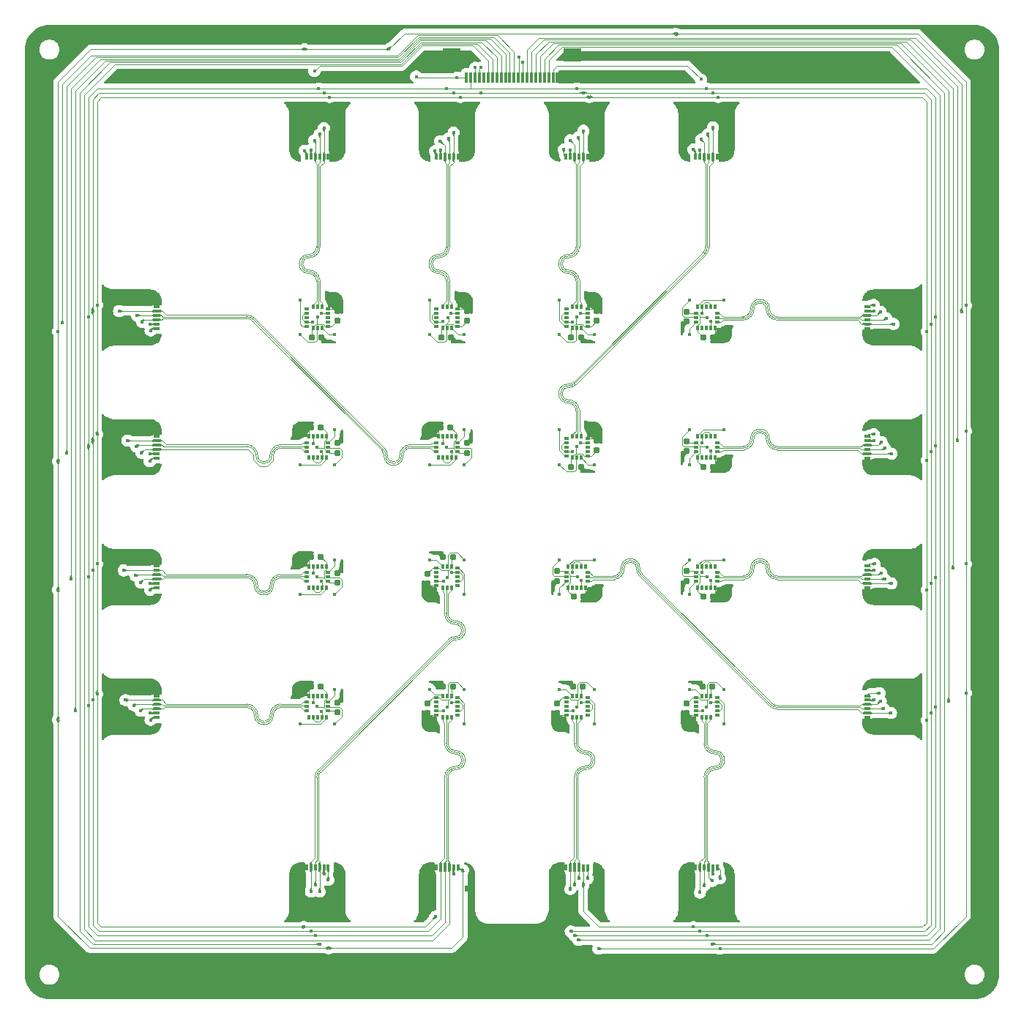
<source format=gbr>
%TF.GenerationSoftware,KiCad,Pcbnew,8.0.1-unknown-202403172319~81f55dfc9c~ubuntu22.04.1*%
%TF.CreationDate,2024-03-25T12:13:27+00:00*%
%TF.ProjectId,LIS3DH_array,4c495333-4448-45f6-9172-7261792e6b69,rev?*%
%TF.SameCoordinates,Original*%
%TF.FileFunction,Copper,L1,Top*%
%TF.FilePolarity,Positive*%
%FSLAX46Y46*%
G04 Gerber Fmt 4.6, Leading zero omitted, Abs format (unit mm)*
G04 Created by KiCad (PCBNEW 8.0.1-unknown-202403172319~81f55dfc9c~ubuntu22.04.1) date 2024-03-25 12:13:27*
%MOMM*%
%LPD*%
G01*
G04 APERTURE LIST*
G04 Aperture macros list*
%AMRoundRect*
0 Rectangle with rounded corners*
0 $1 Rounding radius*
0 $2 $3 $4 $5 $6 $7 $8 $9 X,Y pos of 4 corners*
0 Add a 4 corners polygon primitive as box body*
4,1,4,$2,$3,$4,$5,$6,$7,$8,$9,$2,$3,0*
0 Add four circle primitives for the rounded corners*
1,1,$1+$1,$2,$3*
1,1,$1+$1,$4,$5*
1,1,$1+$1,$6,$7*
1,1,$1+$1,$8,$9*
0 Add four rect primitives between the rounded corners*
20,1,$1+$1,$2,$3,$4,$5,0*
20,1,$1+$1,$4,$5,$6,$7,0*
20,1,$1+$1,$6,$7,$8,$9,0*
20,1,$1+$1,$8,$9,$2,$3,0*%
G04 Aperture macros list end*
%TA.AperFunction,SMDPad,CuDef*%
%ADD10RoundRect,0.087500X0.187500X0.087500X-0.187500X0.087500X-0.187500X-0.087500X0.187500X-0.087500X0*%
%TD*%
%TA.AperFunction,SMDPad,CuDef*%
%ADD11RoundRect,0.087500X0.087500X0.187500X-0.087500X0.187500X-0.087500X-0.187500X0.087500X-0.187500X0*%
%TD*%
%TA.AperFunction,SMDPad,CuDef*%
%ADD12R,0.800000X0.300000*%
%TD*%
%TA.AperFunction,SMDPad,CuDef*%
%ADD13R,0.800000X0.400000*%
%TD*%
%TA.AperFunction,SMDPad,CuDef*%
%ADD14RoundRect,0.155000X-0.155000X0.212500X-0.155000X-0.212500X0.155000X-0.212500X0.155000X0.212500X0*%
%TD*%
%TA.AperFunction,SMDPad,CuDef*%
%ADD15RoundRect,0.155000X0.212500X0.155000X-0.212500X0.155000X-0.212500X-0.155000X0.212500X-0.155000X0*%
%TD*%
%TA.AperFunction,SMDPad,CuDef*%
%ADD16R,0.300000X0.800000*%
%TD*%
%TA.AperFunction,SMDPad,CuDef*%
%ADD17R,0.400000X0.800000*%
%TD*%
%TA.AperFunction,SMDPad,CuDef*%
%ADD18RoundRect,0.087500X-0.187500X-0.087500X0.187500X-0.087500X0.187500X0.087500X-0.187500X0.087500X0*%
%TD*%
%TA.AperFunction,SMDPad,CuDef*%
%ADD19RoundRect,0.087500X-0.087500X-0.187500X0.087500X-0.187500X0.087500X0.187500X-0.087500X0.187500X0*%
%TD*%
%TA.AperFunction,SMDPad,CuDef*%
%ADD20RoundRect,0.087500X-0.087500X0.187500X-0.087500X-0.187500X0.087500X-0.187500X0.087500X0.187500X0*%
%TD*%
%TA.AperFunction,SMDPad,CuDef*%
%ADD21RoundRect,0.087500X-0.187500X0.087500X-0.187500X-0.087500X0.187500X-0.087500X0.187500X0.087500X0*%
%TD*%
%TA.AperFunction,SMDPad,CuDef*%
%ADD22RoundRect,0.087500X0.087500X-0.187500X0.087500X0.187500X-0.087500X0.187500X-0.087500X-0.187500X0*%
%TD*%
%TA.AperFunction,SMDPad,CuDef*%
%ADD23RoundRect,0.087500X0.187500X-0.087500X0.187500X0.087500X-0.187500X0.087500X-0.187500X-0.087500X0*%
%TD*%
%TA.AperFunction,SMDPad,CuDef*%
%ADD24RoundRect,0.155000X0.155000X-0.212500X0.155000X0.212500X-0.155000X0.212500X-0.155000X-0.212500X0*%
%TD*%
%TA.AperFunction,SMDPad,CuDef*%
%ADD25RoundRect,0.155000X-0.212500X-0.155000X0.212500X-0.155000X0.212500X0.155000X-0.212500X0.155000X0*%
%TD*%
%TA.AperFunction,SMDPad,CuDef*%
%ADD26R,0.300000X1.300000*%
%TD*%
%TA.AperFunction,SMDPad,CuDef*%
%ADD27R,2.000000X1.600000*%
%TD*%
%TA.AperFunction,ViaPad*%
%ADD28C,0.400000*%
%TD*%
%TA.AperFunction,ViaPad*%
%ADD29C,0.600000*%
%TD*%
%TA.AperFunction,Conductor*%
%ADD30C,0.100000*%
%TD*%
G04 APERTURE END LIST*
D10*
%TO.P,U7,1,VDD_IO*%
%TO.N,VDD*%
X131225000Y-96000000D03*
%TO.P,U7,2,NC*%
%TO.N,unconnected-(U7-NC-Pad2)*%
X131225000Y-95500000D03*
%TO.P,U7,3,NC*%
%TO.N,unconnected-(U7-NC-Pad3)*%
X131225000Y-95000000D03*
%TO.P,U7,4,SCL/SPC*%
%TO.N,Sclk*%
X131225000Y-94500000D03*
%TO.P,U7,5,GND*%
%TO.N,GND*%
X131225000Y-94000000D03*
D11*
%TO.P,U7,6,SDA/SDI/SDO*%
%TO.N,SDI*%
X130500000Y-93775000D03*
%TO.P,U7,7,SDO/SA0*%
%TO.N,SDO*%
X130000000Y-93775000D03*
%TO.P,U7,8,CS*%
%TO.N,nCS_7*%
X129500000Y-93775000D03*
D10*
%TO.P,U7,9,INT2*%
%TO.N,/LIS3DH_unit7/INT2*%
X128775000Y-94000000D03*
%TO.P,U7,10,RES*%
%TO.N,GND*%
X128775000Y-94500000D03*
%TO.P,U7,11,INT1*%
%TO.N,/LIS3DH_unit7/INT1*%
X128775000Y-95000000D03*
%TO.P,U7,12,GND*%
%TO.N,GND*%
X128775000Y-95500000D03*
%TO.P,U7,13,ADC3*%
%TO.N,/LIS3DH_unit7/ADC3*%
X128775000Y-96000000D03*
D11*
%TO.P,U7,14,VDD*%
%TO.N,VDD*%
X129500000Y-96225000D03*
%TO.P,U7,15,ADC2*%
%TO.N,/LIS3DH_unit7/ADC2*%
X130000000Y-96225000D03*
%TO.P,U7,16,ADC1*%
%TO.N,/LIS3DH_unit7/ADC1*%
X130500000Y-96225000D03*
%TD*%
D12*
%TO.P,FPC12,1,1*%
%TO.N,GND*%
X163590000Y-111250000D03*
%TO.P,FPC12,2,2*%
%TO.N,SDI*%
X163590000Y-110750000D03*
%TO.P,FPC12,3,3*%
%TO.N,SDO*%
X163590000Y-110250000D03*
%TO.P,FPC12,4,4*%
%TO.N,nCS_12*%
X163590000Y-109750000D03*
%TO.P,FPC12,5,5*%
%TO.N,Sclk*%
X163590000Y-109250000D03*
%TO.P,FPC12,6,6*%
%TO.N,VDD*%
X163590000Y-108750000D03*
D13*
%TO.P,FPC12,7,7*%
%TO.N,GND*%
X166090000Y-107750000D03*
%TO.P,FPC12,8,8*%
X166090000Y-112250000D03*
%TD*%
D14*
%TO.P,C22,1*%
%TO.N,VDD*%
X127700000Y-109332501D03*
%TO.P,C22,2*%
%TO.N,GND*%
X127700000Y-110467501D03*
%TD*%
%TO.P,C29,1*%
%TO.N,VDD*%
X127700000Y-124632500D03*
%TO.P,C29,2*%
%TO.N,GND*%
X127700000Y-125767500D03*
%TD*%
D15*
%TO.P,C20,1*%
%TO.N,VDD*%
X115667499Y-107700000D03*
%TO.P,C20,2*%
%TO.N,GND*%
X114532499Y-107700000D03*
%TD*%
D12*
%TO.P,FPC5,1,1*%
%TO.N,GND*%
X81410000Y-93750000D03*
%TO.P,FPC5,2,2*%
%TO.N,SDI*%
X81410000Y-94250000D03*
%TO.P,FPC5,3,3*%
%TO.N,SDO*%
X81410000Y-94750000D03*
%TO.P,FPC5,4,4*%
%TO.N,nCS_5*%
X81410000Y-95250000D03*
%TO.P,FPC5,5,5*%
%TO.N,Sclk*%
X81410000Y-95750000D03*
%TO.P,FPC5,6,6*%
%TO.N,VDD*%
X81410000Y-96250000D03*
D13*
%TO.P,FPC5,7,7*%
%TO.N,GND*%
X78910000Y-97250000D03*
%TO.P,FPC5,8,8*%
X78910000Y-92750000D03*
%TD*%
D14*
%TO.P,C31,1*%
%TO.N,VDD*%
X142700000Y-124632500D03*
%TO.P,C31,2*%
%TO.N,GND*%
X142700000Y-125767500D03*
%TD*%
%TO.P,C27,1*%
%TO.N,VDD*%
X112700000Y-124632500D03*
%TO.P,C27,2*%
%TO.N,GND*%
X112700000Y-125767500D03*
%TD*%
D16*
%TO.P,FPC14,1,1*%
%TO.N,GND*%
X113750000Y-143590000D03*
%TO.P,FPC14,2,2*%
%TO.N,SDI*%
X114250000Y-143590000D03*
%TO.P,FPC14,3,3*%
%TO.N,SDO*%
X114750000Y-143590000D03*
%TO.P,FPC14,4,4*%
%TO.N,nCS_14*%
X115250000Y-143590000D03*
%TO.P,FPC14,5,5*%
%TO.N,Sclk*%
X115750000Y-143590000D03*
%TO.P,FPC14,6,6*%
%TO.N,VDD*%
X116250000Y-143590000D03*
D17*
%TO.P,FPC14,7,7*%
%TO.N,GND*%
X117250000Y-146090000D03*
%TO.P,FPC14,8,8*%
X112750000Y-146090000D03*
%TD*%
D18*
%TO.P,U14,1,VDD_IO*%
%TO.N,VDD*%
X113775000Y-124000000D03*
%TO.P,U14,2,NC*%
%TO.N,unconnected-(U14-NC-Pad2)*%
X113775000Y-124500000D03*
%TO.P,U14,3,NC*%
%TO.N,unconnected-(U14-NC-Pad3)*%
X113775000Y-125000000D03*
%TO.P,U14,4,SCL/SPC*%
%TO.N,Sclk*%
X113775000Y-125500000D03*
%TO.P,U14,5,GND*%
%TO.N,GND*%
X113775000Y-126000000D03*
D19*
%TO.P,U14,6,SDA/SDI/SDO*%
%TO.N,SDI*%
X114500000Y-126225000D03*
%TO.P,U14,7,SDO/SA0*%
%TO.N,SDO*%
X115000000Y-126225000D03*
%TO.P,U14,8,CS*%
%TO.N,nCS_14*%
X115500000Y-126225000D03*
D18*
%TO.P,U14,9,INT2*%
%TO.N,/LIS3DH_unit14/INT2*%
X116225000Y-126000000D03*
%TO.P,U14,10,RES*%
%TO.N,GND*%
X116225000Y-125500000D03*
%TO.P,U14,11,INT1*%
%TO.N,/LIS3DH_unit14/INT1*%
X116225000Y-125000000D03*
%TO.P,U14,12,GND*%
%TO.N,GND*%
X116225000Y-124500000D03*
%TO.P,U14,13,ADC3*%
%TO.N,/LIS3DH_unit14/ADC3*%
X116225000Y-124000000D03*
D19*
%TO.P,U14,14,VDD*%
%TO.N,VDD*%
X115500000Y-123775000D03*
%TO.P,U14,15,ADC2*%
%TO.N,/LIS3DH_unit14/ADC2*%
X115000000Y-123775000D03*
%TO.P,U14,16,ADC1*%
%TO.N,/LIS3DH_unit14/ADC1*%
X114500000Y-123775000D03*
%TD*%
D20*
%TO.P,U13,1,VDD_IO*%
%TO.N,VDD*%
X101000000Y-123775000D03*
%TO.P,U13,2,NC*%
%TO.N,unconnected-(U13-NC-Pad2)*%
X100500000Y-123775000D03*
%TO.P,U13,3,NC*%
%TO.N,unconnected-(U13-NC-Pad3)*%
X100000000Y-123775000D03*
%TO.P,U13,4,SCL/SPC*%
%TO.N,Sclk*%
X99500000Y-123775000D03*
%TO.P,U13,5,GND*%
%TO.N,GND*%
X99000000Y-123775000D03*
D21*
%TO.P,U13,6,SDA/SDI/SDO*%
%TO.N,SDI*%
X98775000Y-124500000D03*
%TO.P,U13,7,SDO/SA0*%
%TO.N,SDO*%
X98775000Y-125000000D03*
%TO.P,U13,8,CS*%
%TO.N,nCS_13*%
X98775000Y-125500000D03*
D20*
%TO.P,U13,9,INT2*%
%TO.N,/LIS3DH_unit13/INT2*%
X99000000Y-126225000D03*
%TO.P,U13,10,RES*%
%TO.N,GND*%
X99500000Y-126225000D03*
%TO.P,U13,11,INT1*%
%TO.N,/LIS3DH_unit13/INT1*%
X100000000Y-126225000D03*
%TO.P,U13,12,GND*%
%TO.N,GND*%
X100500000Y-126225000D03*
%TO.P,U13,13,ADC3*%
%TO.N,/LIS3DH_unit13/ADC3*%
X101000000Y-126225000D03*
D21*
%TO.P,U13,14,VDD*%
%TO.N,VDD*%
X101225000Y-125500000D03*
%TO.P,U13,15,ADC2*%
%TO.N,/LIS3DH_unit13/ADC2*%
X101225000Y-125000000D03*
%TO.P,U13,16,ADC1*%
%TO.N,/LIS3DH_unit13/ADC1*%
X101225000Y-124500000D03*
%TD*%
D22*
%TO.P,U8,1,VDD_IO*%
%TO.N,VDD*%
X144000000Y-96225000D03*
%TO.P,U8,2,NC*%
%TO.N,unconnected-(U8-NC-Pad2)*%
X144500000Y-96225000D03*
%TO.P,U8,3,NC*%
%TO.N,unconnected-(U8-NC-Pad3)*%
X145000000Y-96225000D03*
%TO.P,U8,4,SCL/SPC*%
%TO.N,Sclk*%
X145500000Y-96225000D03*
%TO.P,U8,5,GND*%
%TO.N,GND*%
X146000000Y-96225000D03*
D23*
%TO.P,U8,6,SDA/SDI/SDO*%
%TO.N,SDI*%
X146225000Y-95500000D03*
%TO.P,U8,7,SDO/SA0*%
%TO.N,SDO*%
X146225000Y-95000000D03*
%TO.P,U8,8,CS*%
%TO.N,nCS_8*%
X146225000Y-94500000D03*
D22*
%TO.P,U8,9,INT2*%
%TO.N,/LIS3DH_unit8/INT2*%
X146000000Y-93775000D03*
%TO.P,U8,10,RES*%
%TO.N,GND*%
X145500000Y-93775000D03*
%TO.P,U8,11,INT1*%
%TO.N,/LIS3DH_unit8/INT1*%
X145000000Y-93775000D03*
%TO.P,U8,12,GND*%
%TO.N,GND*%
X144500000Y-93775000D03*
%TO.P,U8,13,ADC3*%
%TO.N,/LIS3DH_unit8/ADC3*%
X144000000Y-93775000D03*
D23*
%TO.P,U8,14,VDD*%
%TO.N,VDD*%
X143775000Y-94500000D03*
%TO.P,U8,15,ADC2*%
%TO.N,/LIS3DH_unit8/ADC2*%
X143775000Y-95000000D03*
%TO.P,U8,16,ADC1*%
%TO.N,/LIS3DH_unit8/ADC1*%
X143775000Y-95500000D03*
%TD*%
D18*
%TO.P,U16,1,VDD_IO*%
%TO.N,VDD*%
X143775000Y-124000000D03*
%TO.P,U16,2,NC*%
%TO.N,unconnected-(U16-NC-Pad2)*%
X143775000Y-124500000D03*
%TO.P,U16,3,NC*%
%TO.N,unconnected-(U16-NC-Pad3)*%
X143775000Y-125000000D03*
%TO.P,U16,4,SCL/SPC*%
%TO.N,Sclk*%
X143775000Y-125500000D03*
%TO.P,U16,5,GND*%
%TO.N,GND*%
X143775000Y-126000000D03*
D19*
%TO.P,U16,6,SDA/SDI/SDO*%
%TO.N,SDI*%
X144500000Y-126225000D03*
%TO.P,U16,7,SDO/SA0*%
%TO.N,SDO*%
X145000000Y-126225000D03*
%TO.P,U16,8,CS*%
%TO.N,nCS_16*%
X145500000Y-126225000D03*
D18*
%TO.P,U16,9,INT2*%
%TO.N,/LIS3DH_unit16/INT2*%
X146225000Y-126000000D03*
%TO.P,U16,10,RES*%
%TO.N,GND*%
X146225000Y-125500000D03*
%TO.P,U16,11,INT1*%
%TO.N,/LIS3DH_unit16/INT1*%
X146225000Y-125000000D03*
%TO.P,U16,12,GND*%
%TO.N,GND*%
X146225000Y-124500000D03*
%TO.P,U16,13,ADC3*%
%TO.N,/LIS3DH_unit16/ADC3*%
X146225000Y-124000000D03*
D19*
%TO.P,U16,14,VDD*%
%TO.N,VDD*%
X145500000Y-123775000D03*
%TO.P,U16,15,ADC2*%
%TO.N,/LIS3DH_unit16/ADC2*%
X145000000Y-123775000D03*
%TO.P,U16,16,ADC1*%
%TO.N,/LIS3DH_unit16/ADC1*%
X144500000Y-123775000D03*
%TD*%
D16*
%TO.P,FPC16,1,1*%
%TO.N,GND*%
X143750000Y-143590000D03*
%TO.P,FPC16,2,2*%
%TO.N,SDI*%
X144250000Y-143590000D03*
%TO.P,FPC16,3,3*%
%TO.N,SDO*%
X144750000Y-143590000D03*
%TO.P,FPC16,4,4*%
%TO.N,nCS_16*%
X145250000Y-143590000D03*
%TO.P,FPC16,5,5*%
%TO.N,Sclk*%
X145750000Y-143590000D03*
%TO.P,FPC16,6,6*%
%TO.N,VDD*%
X146250000Y-143590000D03*
D17*
%TO.P,FPC16,7,7*%
%TO.N,GND*%
X147250000Y-146090000D03*
%TO.P,FPC16,8,8*%
X142750000Y-146090000D03*
%TD*%
D15*
%TO.P,C32,1*%
%TO.N,VDD*%
X145667499Y-122700000D03*
%TO.P,C32,2*%
%TO.N,GND*%
X144532499Y-122700000D03*
%TD*%
D12*
%TO.P,FPC13,1,1*%
%TO.N,GND*%
X81410000Y-123750000D03*
%TO.P,FPC13,2,2*%
%TO.N,SDI*%
X81410000Y-124250000D03*
%TO.P,FPC13,3,3*%
%TO.N,SDO*%
X81410000Y-124750000D03*
%TO.P,FPC13,4,4*%
%TO.N,nCS_13*%
X81410000Y-125250000D03*
%TO.P,FPC13,5,5*%
%TO.N,Sclk*%
X81410000Y-125750000D03*
%TO.P,FPC13,6,6*%
%TO.N,VDD*%
X81410000Y-126250000D03*
D13*
%TO.P,FPC13,7,7*%
%TO.N,GND*%
X78910000Y-127250000D03*
%TO.P,FPC13,8,8*%
X78910000Y-122750000D03*
%TD*%
D12*
%TO.P,FPC8,1,1*%
%TO.N,GND*%
X163590000Y-96250000D03*
%TO.P,FPC8,2,2*%
%TO.N,SDI*%
X163590000Y-95750000D03*
%TO.P,FPC8,3,3*%
%TO.N,SDO*%
X163590000Y-95250000D03*
%TO.P,FPC8,4,4*%
%TO.N,nCS_8*%
X163590000Y-94750000D03*
%TO.P,FPC8,5,5*%
%TO.N,Sclk*%
X163590000Y-94250000D03*
%TO.P,FPC8,6,6*%
%TO.N,VDD*%
X163590000Y-93750000D03*
D13*
%TO.P,FPC8,7,7*%
%TO.N,GND*%
X166090000Y-92750000D03*
%TO.P,FPC8,8,8*%
X166090000Y-97250000D03*
%TD*%
D24*
%TO.P,C12,1*%
%TO.N,VDD*%
X117300000Y-95667499D03*
%TO.P,C12,2*%
%TO.N,GND*%
X117300000Y-94532499D03*
%TD*%
D25*
%TO.P,C6,1*%
%TO.N,VDD*%
X129332500Y-82300000D03*
%TO.P,C6,2*%
%TO.N,GND*%
X130467500Y-82300000D03*
%TD*%
%TO.P,C7,1*%
%TO.N,VDD*%
X144632500Y-82300000D03*
%TO.P,C7,2*%
%TO.N,GND*%
X145767500Y-82300000D03*
%TD*%
%TO.P,C23,1*%
%TO.N,VDD*%
X144632500Y-112300000D03*
%TO.P,C23,2*%
%TO.N,GND*%
X145767500Y-112300000D03*
%TD*%
D16*
%TO.P,FPC3,1,1*%
%TO.N,GND*%
X131250000Y-61410000D03*
%TO.P,FPC3,2,2*%
%TO.N,SDI*%
X130750000Y-61410000D03*
%TO.P,FPC3,3,3*%
%TO.N,SDO*%
X130250000Y-61410000D03*
%TO.P,FPC3,4,4*%
%TO.N,nCS_3*%
X129750000Y-61410000D03*
%TO.P,FPC3,5,5*%
%TO.N,Sclk*%
X129250000Y-61410000D03*
%TO.P,FPC3,6,6*%
%TO.N,VDD*%
X128750000Y-61410000D03*
D17*
%TO.P,FPC3,7,7*%
%TO.N,GND*%
X127750000Y-58910000D03*
%TO.P,FPC3,8,8*%
X132250000Y-58910000D03*
%TD*%
D12*
%TO.P,FPC4,1,1*%
%TO.N,GND*%
X163590000Y-81250000D03*
%TO.P,FPC4,2,2*%
%TO.N,SDI*%
X163590000Y-80750000D03*
%TO.P,FPC4,3,3*%
%TO.N,SDO*%
X163590000Y-80250000D03*
%TO.P,FPC4,4,4*%
%TO.N,nCS_4*%
X163590000Y-79750000D03*
%TO.P,FPC4,5,5*%
%TO.N,Sclk*%
X163590000Y-79250000D03*
%TO.P,FPC4,6,6*%
%TO.N,VDD*%
X163590000Y-78750000D03*
D13*
%TO.P,FPC4,7,7*%
%TO.N,GND*%
X166090000Y-77750000D03*
%TO.P,FPC4,8,8*%
X166090000Y-82250000D03*
%TD*%
D25*
%TO.P,C14,1*%
%TO.N,VDD*%
X129332500Y-97300000D03*
%TO.P,C14,2*%
%TO.N,GND*%
X130467500Y-97300000D03*
%TD*%
D26*
%TO.P,FPC17,1,1*%
%TO.N,VDD*%
X117250000Y-52287500D03*
%TO.P,FPC17,2,2*%
%TO.N,SDO*%
X117750000Y-52287500D03*
%TO.P,FPC17,3,3*%
%TO.N,Sclk*%
X118250000Y-52287500D03*
%TO.P,FPC17,4,4*%
%TO.N,SDI*%
X118750000Y-52287500D03*
%TO.P,FPC17,5,5*%
%TO.N,unconnected-(FPC17-Pad5)*%
X119250000Y-52287500D03*
%TO.P,FPC17,6,6*%
%TO.N,nCS_1*%
X119750000Y-52287500D03*
%TO.P,FPC17,7,7*%
%TO.N,nCS_14*%
X120250000Y-52287500D03*
%TO.P,FPC17,8,8*%
%TO.N,nCS_10*%
X120750000Y-52287500D03*
%TO.P,FPC17,9,9*%
%TO.N,nCS_13*%
X121250000Y-52287500D03*
%TO.P,FPC17,10,10*%
%TO.N,nCS_9*%
X121750000Y-52287500D03*
%TO.P,FPC17,11,11*%
%TO.N,nCS_5*%
X122250000Y-52287500D03*
%TO.P,FPC17,12,12*%
%TO.N,nCS_6*%
X122750000Y-52287500D03*
%TO.P,FPC17,13,13*%
%TO.N,nCS_2*%
X123250000Y-52287500D03*
%TO.P,FPC17,14,14*%
%TO.N,nCS_3*%
X123750000Y-52287500D03*
%TO.P,FPC17,15,15*%
%TO.N,nCS_4*%
X124250000Y-52287500D03*
%TO.P,FPC17,16,16*%
%TO.N,nCS_8*%
X124750000Y-52287500D03*
%TO.P,FPC17,17,17*%
%TO.N,nCS_12*%
X125250000Y-52287500D03*
%TO.P,FPC17,18,18*%
%TO.N,nCS_11*%
X125750000Y-52287500D03*
%TO.P,FPC17,19,19*%
%TO.N,nCS_16*%
X126250000Y-52287500D03*
%TO.P,FPC17,20,20*%
%TO.N,nCS_15*%
X126750000Y-52287500D03*
%TO.P,FPC17,21,21*%
%TO.N,nCS_7*%
X127250000Y-52287500D03*
%TO.P,FPC17,22,22*%
%TO.N,GND*%
X127750000Y-52287500D03*
D27*
%TO.P,FPC17,23,23*%
X129450000Y-49607500D03*
%TO.P,FPC17,24,24*%
X115550000Y-49607500D03*
%TD*%
D22*
%TO.P,U11,1,VDD_IO*%
%TO.N,VDD*%
X129000000Y-111225000D03*
%TO.P,U11,2,NC*%
%TO.N,unconnected-(U11-NC-Pad2)*%
X129500000Y-111225000D03*
%TO.P,U11,3,NC*%
%TO.N,unconnected-(U11-NC-Pad3)*%
X130000000Y-111225000D03*
%TO.P,U11,4,SCL/SPC*%
%TO.N,Sclk*%
X130500000Y-111225000D03*
%TO.P,U11,5,GND*%
%TO.N,GND*%
X131000000Y-111225000D03*
D23*
%TO.P,U11,6,SDA/SDI/SDO*%
%TO.N,SDI*%
X131225000Y-110500000D03*
%TO.P,U11,7,SDO/SA0*%
%TO.N,SDO*%
X131225000Y-110000000D03*
%TO.P,U11,8,CS*%
%TO.N,nCS_11*%
X131225000Y-109500000D03*
D22*
%TO.P,U11,9,INT2*%
%TO.N,/LIS3DH_unit11/INT2*%
X131000000Y-108775000D03*
%TO.P,U11,10,RES*%
%TO.N,GND*%
X130500000Y-108775000D03*
%TO.P,U11,11,INT1*%
%TO.N,/LIS3DH_unit11/INT1*%
X130000000Y-108775000D03*
%TO.P,U11,12,GND*%
%TO.N,GND*%
X129500000Y-108775000D03*
%TO.P,U11,13,ADC3*%
%TO.N,/LIS3DH_unit11/ADC3*%
X129000000Y-108775000D03*
D23*
%TO.P,U11,14,VDD*%
%TO.N,VDD*%
X128775000Y-109500000D03*
%TO.P,U11,15,ADC2*%
%TO.N,/LIS3DH_unit11/ADC2*%
X128775000Y-110000000D03*
%TO.P,U11,16,ADC1*%
%TO.N,/LIS3DH_unit11/ADC1*%
X128775000Y-110500000D03*
%TD*%
D14*
%TO.P,C19,1*%
%TO.N,VDD*%
X112700000Y-109632500D03*
%TO.P,C19,2*%
%TO.N,GND*%
X112700000Y-110767500D03*
%TD*%
D15*
%TO.P,C11,1*%
%TO.N,VDD*%
X115367500Y-92700000D03*
%TO.P,C11,2*%
%TO.N,GND*%
X114232500Y-92700000D03*
%TD*%
%TO.P,C28,1*%
%TO.N,VDD*%
X115667499Y-122700000D03*
%TO.P,C28,2*%
%TO.N,GND*%
X114532499Y-122700000D03*
%TD*%
D10*
%TO.P,U3,1,VDD_IO*%
%TO.N,VDD*%
X131225000Y-81000000D03*
%TO.P,U3,2,NC*%
%TO.N,unconnected-(U3-NC-Pad2)*%
X131225000Y-80500000D03*
%TO.P,U3,3,NC*%
%TO.N,unconnected-(U3-NC-Pad3)*%
X131225000Y-80000000D03*
%TO.P,U3,4,SCL/SPC*%
%TO.N,Sclk*%
X131225000Y-79500000D03*
%TO.P,U3,5,GND*%
%TO.N,GND*%
X131225000Y-79000000D03*
D11*
%TO.P,U3,6,SDA/SDI/SDO*%
%TO.N,SDI*%
X130500000Y-78775000D03*
%TO.P,U3,7,SDO/SA0*%
%TO.N,SDO*%
X130000000Y-78775000D03*
%TO.P,U3,8,CS*%
%TO.N,nCS_3*%
X129500000Y-78775000D03*
D10*
%TO.P,U3,9,INT2*%
%TO.N,/LIS3DH_unit3/INT2*%
X128775000Y-79000000D03*
%TO.P,U3,10,RES*%
%TO.N,GND*%
X128775000Y-79500000D03*
%TO.P,U3,11,INT1*%
%TO.N,/LIS3DH_unit3/INT1*%
X128775000Y-80000000D03*
%TO.P,U3,12,GND*%
%TO.N,GND*%
X128775000Y-80500000D03*
%TO.P,U3,13,ADC3*%
%TO.N,/LIS3DH_unit3/ADC3*%
X128775000Y-81000000D03*
D11*
%TO.P,U3,14,VDD*%
%TO.N,VDD*%
X129500000Y-81225000D03*
%TO.P,U3,15,ADC2*%
%TO.N,/LIS3DH_unit3/ADC2*%
X130000000Y-81225000D03*
%TO.P,U3,16,ADC1*%
%TO.N,/LIS3DH_unit3/ADC1*%
X130500000Y-81225000D03*
%TD*%
D14*
%TO.P,C8,1*%
%TO.N,VDD*%
X142700000Y-79332501D03*
%TO.P,C8,2*%
%TO.N,GND*%
X142700000Y-80467501D03*
%TD*%
D24*
%TO.P,C13,1*%
%TO.N,VDD*%
X132300000Y-95367500D03*
%TO.P,C13,2*%
%TO.N,GND*%
X132300000Y-94232500D03*
%TD*%
D25*
%TO.P,C4,1*%
%TO.N,VDD*%
X114332500Y-82300000D03*
%TO.P,C4,2*%
%TO.N,GND*%
X115467500Y-82300000D03*
%TD*%
D16*
%TO.P,FPC1,1,1*%
%TO.N,GND*%
X101250000Y-61410000D03*
%TO.P,FPC1,2,2*%
%TO.N,SDI*%
X100750000Y-61410000D03*
%TO.P,FPC1,3,3*%
%TO.N,SDO*%
X100250000Y-61410000D03*
%TO.P,FPC1,4,4*%
%TO.N,nCS_1*%
X99750000Y-61410000D03*
%TO.P,FPC1,5,5*%
%TO.N,Sclk*%
X99250000Y-61410000D03*
%TO.P,FPC1,6,6*%
%TO.N,VDD*%
X98750000Y-61410000D03*
D17*
%TO.P,FPC1,7,7*%
%TO.N,GND*%
X97750000Y-58910000D03*
%TO.P,FPC1,8,8*%
X102250000Y-58910000D03*
%TD*%
D12*
%TO.P,FPC11,1,1*%
%TO.N,GND*%
X163590000Y-126250000D03*
%TO.P,FPC11,2,2*%
%TO.N,SDI*%
X163590000Y-125750000D03*
%TO.P,FPC11,3,3*%
%TO.N,SDO*%
X163590000Y-125250000D03*
%TO.P,FPC11,4,4*%
%TO.N,nCS_11*%
X163590000Y-124750000D03*
%TO.P,FPC11,5,5*%
%TO.N,Sclk*%
X163590000Y-124250000D03*
%TO.P,FPC11,6,6*%
%TO.N,VDD*%
X163590000Y-123750000D03*
D13*
%TO.P,FPC11,7,7*%
%TO.N,GND*%
X166090000Y-122750000D03*
%TO.P,FPC11,8,8*%
X166090000Y-127250000D03*
%TD*%
D24*
%TO.P,C1,1*%
%TO.N,VDD*%
X102300000Y-80367500D03*
%TO.P,C1,2*%
%TO.N,GND*%
X102300000Y-79232500D03*
%TD*%
%TO.P,C3,1*%
%TO.N,VDD*%
X117300000Y-80367500D03*
%TO.P,C3,2*%
%TO.N,GND*%
X117300000Y-79232500D03*
%TD*%
%TO.P,C5,1*%
%TO.N,VDD*%
X132300000Y-80367500D03*
%TO.P,C5,2*%
%TO.N,GND*%
X132300000Y-79232500D03*
%TD*%
D20*
%TO.P,U5,1,VDD_IO*%
%TO.N,VDD*%
X101000000Y-93775000D03*
%TO.P,U5,2,NC*%
%TO.N,unconnected-(U5-NC-Pad2)*%
X100500000Y-93775000D03*
%TO.P,U5,3,NC*%
%TO.N,unconnected-(U5-NC-Pad3)*%
X100000000Y-93775000D03*
%TO.P,U5,4,SCL/SPC*%
%TO.N,Sclk*%
X99500000Y-93775000D03*
%TO.P,U5,5,GND*%
%TO.N,GND*%
X99000000Y-93775000D03*
D21*
%TO.P,U5,6,SDA/SDI/SDO*%
%TO.N,SDI*%
X98775000Y-94500000D03*
%TO.P,U5,7,SDO/SA0*%
%TO.N,SDO*%
X98775000Y-95000000D03*
%TO.P,U5,8,CS*%
%TO.N,nCS_5*%
X98775000Y-95500000D03*
D20*
%TO.P,U5,9,INT2*%
%TO.N,/LIS3DH_unit5/INT2*%
X99000000Y-96225000D03*
%TO.P,U5,10,RES*%
%TO.N,GND*%
X99500000Y-96225000D03*
%TO.P,U5,11,INT1*%
%TO.N,/LIS3DH_unit5/INT1*%
X100000000Y-96225000D03*
%TO.P,U5,12,GND*%
%TO.N,GND*%
X100500000Y-96225000D03*
%TO.P,U5,13,ADC3*%
%TO.N,/LIS3DH_unit5/ADC3*%
X101000000Y-96225000D03*
D21*
%TO.P,U5,14,VDD*%
%TO.N,VDD*%
X101225000Y-95500000D03*
%TO.P,U5,15,ADC2*%
%TO.N,/LIS3DH_unit5/ADC2*%
X101225000Y-95000000D03*
%TO.P,U5,16,ADC1*%
%TO.N,/LIS3DH_unit5/ADC1*%
X101225000Y-94500000D03*
%TD*%
D20*
%TO.P,U6,1,VDD_IO*%
%TO.N,VDD*%
X116000000Y-93775000D03*
%TO.P,U6,2,NC*%
%TO.N,unconnected-(U6-NC-Pad2)*%
X115500000Y-93775000D03*
%TO.P,U6,3,NC*%
%TO.N,unconnected-(U6-NC-Pad3)*%
X115000000Y-93775000D03*
%TO.P,U6,4,SCL/SPC*%
%TO.N,Sclk*%
X114500000Y-93775000D03*
%TO.P,U6,5,GND*%
%TO.N,GND*%
X114000000Y-93775000D03*
D21*
%TO.P,U6,6,SDA/SDI/SDO*%
%TO.N,SDI*%
X113775000Y-94500000D03*
%TO.P,U6,7,SDO/SA0*%
%TO.N,SDO*%
X113775000Y-95000000D03*
%TO.P,U6,8,CS*%
%TO.N,nCS_6*%
X113775000Y-95500000D03*
D20*
%TO.P,U6,9,INT2*%
%TO.N,/LIS3DH_unit6/INT2*%
X114000000Y-96225000D03*
%TO.P,U6,10,RES*%
%TO.N,GND*%
X114500000Y-96225000D03*
%TO.P,U6,11,INT1*%
%TO.N,/LIS3DH_unit6/INT1*%
X115000000Y-96225000D03*
%TO.P,U6,12,GND*%
%TO.N,GND*%
X115500000Y-96225000D03*
%TO.P,U6,13,ADC3*%
%TO.N,/LIS3DH_unit6/ADC3*%
X116000000Y-96225000D03*
D21*
%TO.P,U6,14,VDD*%
%TO.N,VDD*%
X116225000Y-95500000D03*
%TO.P,U6,15,ADC2*%
%TO.N,/LIS3DH_unit6/ADC2*%
X116225000Y-95000000D03*
%TO.P,U6,16,ADC1*%
%TO.N,/LIS3DH_unit6/ADC1*%
X116225000Y-94500000D03*
%TD*%
D16*
%TO.P,FPC15,1,1*%
%TO.N,GND*%
X128750000Y-143590000D03*
%TO.P,FPC15,2,2*%
%TO.N,SDI*%
X129250000Y-143590000D03*
%TO.P,FPC15,3,3*%
%TO.N,SDO*%
X129750000Y-143590000D03*
%TO.P,FPC15,4,4*%
%TO.N,nCS_15*%
X130250000Y-143590000D03*
%TO.P,FPC15,5,5*%
%TO.N,Sclk*%
X130750000Y-143590000D03*
%TO.P,FPC15,6,6*%
%TO.N,VDD*%
X131250000Y-143590000D03*
D17*
%TO.P,FPC15,7,7*%
%TO.N,GND*%
X132250000Y-146090000D03*
%TO.P,FPC15,8,8*%
X127750000Y-146090000D03*
%TD*%
D24*
%TO.P,C26,1*%
%TO.N,VDD*%
X102300000Y-125667499D03*
%TO.P,C26,2*%
%TO.N,GND*%
X102300000Y-124532499D03*
%TD*%
D15*
%TO.P,C25,1*%
%TO.N,VDD*%
X100367500Y-122700000D03*
%TO.P,C25,2*%
%TO.N,GND*%
X99232500Y-122700000D03*
%TD*%
D24*
%TO.P,C18,1*%
%TO.N,VDD*%
X102300000Y-110667499D03*
%TO.P,C18,2*%
%TO.N,GND*%
X102300000Y-109532499D03*
%TD*%
D18*
%TO.P,U15,1,VDD_IO*%
%TO.N,VDD*%
X128775000Y-124000000D03*
%TO.P,U15,2,NC*%
%TO.N,unconnected-(U15-NC-Pad2)*%
X128775000Y-124500000D03*
%TO.P,U15,3,NC*%
%TO.N,unconnected-(U15-NC-Pad3)*%
X128775000Y-125000000D03*
%TO.P,U15,4,SCL/SPC*%
%TO.N,Sclk*%
X128775000Y-125500000D03*
%TO.P,U15,5,GND*%
%TO.N,GND*%
X128775000Y-126000000D03*
D19*
%TO.P,U15,6,SDA/SDI/SDO*%
%TO.N,SDI*%
X129500000Y-126225000D03*
%TO.P,U15,7,SDO/SA0*%
%TO.N,SDO*%
X130000000Y-126225000D03*
%TO.P,U15,8,CS*%
%TO.N,nCS_15*%
X130500000Y-126225000D03*
D18*
%TO.P,U15,9,INT2*%
%TO.N,/LIS3DH_unit15/INT2*%
X131225000Y-126000000D03*
%TO.P,U15,10,RES*%
%TO.N,GND*%
X131225000Y-125500000D03*
%TO.P,U15,11,INT1*%
%TO.N,/LIS3DH_unit15/INT1*%
X131225000Y-125000000D03*
%TO.P,U15,12,GND*%
%TO.N,GND*%
X131225000Y-124500000D03*
%TO.P,U15,13,ADC3*%
%TO.N,/LIS3DH_unit15/ADC3*%
X131225000Y-124000000D03*
D19*
%TO.P,U15,14,VDD*%
%TO.N,VDD*%
X130500000Y-123775000D03*
%TO.P,U15,15,ADC2*%
%TO.N,/LIS3DH_unit15/ADC2*%
X130000000Y-123775000D03*
%TO.P,U15,16,ADC1*%
%TO.N,/LIS3DH_unit15/ADC1*%
X129500000Y-123775000D03*
%TD*%
D22*
%TO.P,U4,1,VDD_IO*%
%TO.N,VDD*%
X144000000Y-81225000D03*
%TO.P,U4,2,NC*%
%TO.N,unconnected-(U4-NC-Pad2)*%
X144500000Y-81225000D03*
%TO.P,U4,3,NC*%
%TO.N,unconnected-(U4-NC-Pad3)*%
X145000000Y-81225000D03*
%TO.P,U4,4,SCL/SPC*%
%TO.N,Sclk*%
X145500000Y-81225000D03*
%TO.P,U4,5,GND*%
%TO.N,GND*%
X146000000Y-81225000D03*
D23*
%TO.P,U4,6,SDA/SDI/SDO*%
%TO.N,SDI*%
X146225000Y-80500000D03*
%TO.P,U4,7,SDO/SA0*%
%TO.N,SDO*%
X146225000Y-80000000D03*
%TO.P,U4,8,CS*%
%TO.N,nCS_4*%
X146225000Y-79500000D03*
D22*
%TO.P,U4,9,INT2*%
%TO.N,/LIS3DH_unit4/INT2*%
X146000000Y-78775000D03*
%TO.P,U4,10,RES*%
%TO.N,GND*%
X145500000Y-78775000D03*
%TO.P,U4,11,INT1*%
%TO.N,/LIS3DH_unit4/INT1*%
X145000000Y-78775000D03*
%TO.P,U4,12,GND*%
%TO.N,GND*%
X144500000Y-78775000D03*
%TO.P,U4,13,ADC3*%
%TO.N,/LIS3DH_unit4/ADC3*%
X144000000Y-78775000D03*
D23*
%TO.P,U4,14,VDD*%
%TO.N,VDD*%
X143775000Y-79500000D03*
%TO.P,U4,15,ADC2*%
%TO.N,/LIS3DH_unit4/ADC2*%
X143775000Y-80000000D03*
%TO.P,U4,16,ADC1*%
%TO.N,/LIS3DH_unit4/ADC1*%
X143775000Y-80500000D03*
%TD*%
D16*
%TO.P,FPC7,1,1*%
%TO.N,GND*%
X146250000Y-61410000D03*
%TO.P,FPC7,2,2*%
%TO.N,SDI*%
X145750000Y-61410000D03*
%TO.P,FPC7,3,3*%
%TO.N,SDO*%
X145250000Y-61410000D03*
%TO.P,FPC7,4,4*%
%TO.N,nCS_7*%
X144750000Y-61410000D03*
%TO.P,FPC7,5,5*%
%TO.N,Sclk*%
X144250000Y-61410000D03*
%TO.P,FPC7,6,6*%
%TO.N,VDD*%
X143750000Y-61410000D03*
D17*
%TO.P,FPC7,7,7*%
%TO.N,GND*%
X142750000Y-58910000D03*
%TO.P,FPC7,8,8*%
X147250000Y-58910000D03*
%TD*%
D16*
%TO.P,FPC10,1,1*%
%TO.N,GND*%
X98750000Y-143590000D03*
%TO.P,FPC10,2,2*%
%TO.N,SDI*%
X99250000Y-143590000D03*
%TO.P,FPC10,3,3*%
%TO.N,SDO*%
X99750000Y-143590000D03*
%TO.P,FPC10,4,4*%
%TO.N,nCS_10*%
X100250000Y-143590000D03*
%TO.P,FPC10,5,5*%
%TO.N,Sclk*%
X100750000Y-143590000D03*
%TO.P,FPC10,6,6*%
%TO.N,VDD*%
X101250000Y-143590000D03*
D17*
%TO.P,FPC10,7,7*%
%TO.N,GND*%
X102250000Y-146090000D03*
%TO.P,FPC10,8,8*%
X97750000Y-146090000D03*
%TD*%
D15*
%TO.P,C17,1*%
%TO.N,VDD*%
X100367500Y-107700000D03*
%TO.P,C17,2*%
%TO.N,GND*%
X99232500Y-107700000D03*
%TD*%
D10*
%TO.P,U2,1,VDD_IO*%
%TO.N,VDD*%
X116225000Y-81000000D03*
%TO.P,U2,2,NC*%
%TO.N,unconnected-(U2-NC-Pad2)*%
X116225000Y-80500000D03*
%TO.P,U2,3,NC*%
%TO.N,unconnected-(U2-NC-Pad3)*%
X116225000Y-80000000D03*
%TO.P,U2,4,SCL/SPC*%
%TO.N,Sclk*%
X116225000Y-79500000D03*
%TO.P,U2,5,GND*%
%TO.N,GND*%
X116225000Y-79000000D03*
D11*
%TO.P,U2,6,SDA/SDI/SDO*%
%TO.N,SDI*%
X115500000Y-78775000D03*
%TO.P,U2,7,SDO/SA0*%
%TO.N,SDO*%
X115000000Y-78775000D03*
%TO.P,U2,8,CS*%
%TO.N,nCS_2*%
X114500000Y-78775000D03*
D10*
%TO.P,U2,9,INT2*%
%TO.N,/LIS3DH_unit2/INT2*%
X113775000Y-79000000D03*
%TO.P,U2,10,RES*%
%TO.N,GND*%
X113775000Y-79500000D03*
%TO.P,U2,11,INT1*%
%TO.N,/LIS3DH_unit2/INT1*%
X113775000Y-80000000D03*
%TO.P,U2,12,GND*%
%TO.N,GND*%
X113775000Y-80500000D03*
%TO.P,U2,13,ADC3*%
%TO.N,/LIS3DH_unit2/ADC3*%
X113775000Y-81000000D03*
D11*
%TO.P,U2,14,VDD*%
%TO.N,VDD*%
X114500000Y-81225000D03*
%TO.P,U2,15,ADC2*%
%TO.N,/LIS3DH_unit2/ADC2*%
X115000000Y-81225000D03*
%TO.P,U2,16,ADC1*%
%TO.N,/LIS3DH_unit2/ADC1*%
X115500000Y-81225000D03*
%TD*%
D15*
%TO.P,C9,1*%
%TO.N,VDD*%
X100367500Y-92700000D03*
%TO.P,C9,2*%
%TO.N,GND*%
X99232500Y-92700000D03*
%TD*%
D22*
%TO.P,U12,1,VDD_IO*%
%TO.N,VDD*%
X144000000Y-111225000D03*
%TO.P,U12,2,NC*%
%TO.N,unconnected-(U12-NC-Pad2)*%
X144500000Y-111225000D03*
%TO.P,U12,3,NC*%
%TO.N,unconnected-(U12-NC-Pad3)*%
X145000000Y-111225000D03*
%TO.P,U12,4,SCL/SPC*%
%TO.N,Sclk*%
X145500000Y-111225000D03*
%TO.P,U12,5,GND*%
%TO.N,GND*%
X146000000Y-111225000D03*
D23*
%TO.P,U12,6,SDA/SDI/SDO*%
%TO.N,SDI*%
X146225000Y-110500000D03*
%TO.P,U12,7,SDO/SA0*%
%TO.N,SDO*%
X146225000Y-110000000D03*
%TO.P,U12,8,CS*%
%TO.N,nCS_12*%
X146225000Y-109500000D03*
D22*
%TO.P,U12,9,INT2*%
%TO.N,/LIS3DH_unit12/INT2*%
X146000000Y-108775000D03*
%TO.P,U12,10,RES*%
%TO.N,GND*%
X145500000Y-108775000D03*
%TO.P,U12,11,INT1*%
%TO.N,/LIS3DH_unit12/INT1*%
X145000000Y-108775000D03*
%TO.P,U12,12,GND*%
%TO.N,GND*%
X144500000Y-108775000D03*
%TO.P,U12,13,ADC3*%
%TO.N,/LIS3DH_unit12/ADC3*%
X144000000Y-108775000D03*
D23*
%TO.P,U12,14,VDD*%
%TO.N,VDD*%
X143775000Y-109500000D03*
%TO.P,U12,15,ADC2*%
%TO.N,/LIS3DH_unit12/ADC2*%
X143775000Y-110000000D03*
%TO.P,U12,16,ADC1*%
%TO.N,/LIS3DH_unit12/ADC1*%
X143775000Y-110500000D03*
%TD*%
D14*
%TO.P,C24,1*%
%TO.N,VDD*%
X142700000Y-109332501D03*
%TO.P,C24,2*%
%TO.N,GND*%
X142700000Y-110467501D03*
%TD*%
D18*
%TO.P,U10,1,VDD_IO*%
%TO.N,VDD*%
X113775000Y-109000000D03*
%TO.P,U10,2,NC*%
%TO.N,unconnected-(U10-NC-Pad2)*%
X113775000Y-109500000D03*
%TO.P,U10,3,NC*%
%TO.N,unconnected-(U10-NC-Pad3)*%
X113775000Y-110000000D03*
%TO.P,U10,4,SCL/SPC*%
%TO.N,Sclk*%
X113775000Y-110500000D03*
%TO.P,U10,5,GND*%
%TO.N,GND*%
X113775000Y-111000000D03*
D19*
%TO.P,U10,6,SDA/SDI/SDO*%
%TO.N,SDI*%
X114500000Y-111225000D03*
%TO.P,U10,7,SDO/SA0*%
%TO.N,SDO*%
X115000000Y-111225000D03*
%TO.P,U10,8,CS*%
%TO.N,nCS_10*%
X115500000Y-111225000D03*
D18*
%TO.P,U10,9,INT2*%
%TO.N,/LIS3DH_unit10/INT2*%
X116225000Y-111000000D03*
%TO.P,U10,10,RES*%
%TO.N,GND*%
X116225000Y-110500000D03*
%TO.P,U10,11,INT1*%
%TO.N,/LIS3DH_unit10/INT1*%
X116225000Y-110000000D03*
%TO.P,U10,12,GND*%
%TO.N,GND*%
X116225000Y-109500000D03*
%TO.P,U10,13,ADC3*%
%TO.N,/LIS3DH_unit10/ADC3*%
X116225000Y-109000000D03*
D19*
%TO.P,U10,14,VDD*%
%TO.N,VDD*%
X115500000Y-108775000D03*
%TO.P,U10,15,ADC2*%
%TO.N,/LIS3DH_unit10/ADC2*%
X115000000Y-108775000D03*
%TO.P,U10,16,ADC1*%
%TO.N,/LIS3DH_unit10/ADC1*%
X114500000Y-108775000D03*
%TD*%
D20*
%TO.P,U9,1,VDD_IO*%
%TO.N,VDD*%
X101000000Y-108775000D03*
%TO.P,U9,2,NC*%
%TO.N,unconnected-(U9-NC-Pad2)*%
X100500000Y-108775000D03*
%TO.P,U9,3,NC*%
%TO.N,unconnected-(U9-NC-Pad3)*%
X100000000Y-108775000D03*
%TO.P,U9,4,SCL/SPC*%
%TO.N,Sclk*%
X99500000Y-108775000D03*
%TO.P,U9,5,GND*%
%TO.N,GND*%
X99000000Y-108775000D03*
D21*
%TO.P,U9,6,SDA/SDI/SDO*%
%TO.N,SDI*%
X98775000Y-109500000D03*
%TO.P,U9,7,SDO/SA0*%
%TO.N,SDO*%
X98775000Y-110000000D03*
%TO.P,U9,8,CS*%
%TO.N,nCS_9*%
X98775000Y-110500000D03*
D20*
%TO.P,U9,9,INT2*%
%TO.N,/LIS3DH_unit9/INT2*%
X99000000Y-111225000D03*
%TO.P,U9,10,RES*%
%TO.N,GND*%
X99500000Y-111225000D03*
%TO.P,U9,11,INT1*%
%TO.N,/LIS3DH_unit9/INT1*%
X100000000Y-111225000D03*
%TO.P,U9,12,GND*%
%TO.N,GND*%
X100500000Y-111225000D03*
%TO.P,U9,13,ADC3*%
%TO.N,/LIS3DH_unit9/ADC3*%
X101000000Y-111225000D03*
D21*
%TO.P,U9,14,VDD*%
%TO.N,VDD*%
X101225000Y-110500000D03*
%TO.P,U9,15,ADC2*%
%TO.N,/LIS3DH_unit9/ADC2*%
X101225000Y-110000000D03*
%TO.P,U9,16,ADC1*%
%TO.N,/LIS3DH_unit9/ADC1*%
X101225000Y-109500000D03*
%TD*%
D12*
%TO.P,FPC6,1,1*%
%TO.N,GND*%
X81410000Y-78750000D03*
%TO.P,FPC6,2,2*%
%TO.N,SDI*%
X81410000Y-79250000D03*
%TO.P,FPC6,3,3*%
%TO.N,SDO*%
X81410000Y-79750000D03*
%TO.P,FPC6,4,4*%
%TO.N,nCS_6*%
X81410000Y-80250000D03*
%TO.P,FPC6,5,5*%
%TO.N,Sclk*%
X81410000Y-80750000D03*
%TO.P,FPC6,6,6*%
%TO.N,VDD*%
X81410000Y-81250000D03*
D13*
%TO.P,FPC6,7,7*%
%TO.N,GND*%
X78910000Y-82250000D03*
%TO.P,FPC6,8,8*%
X78910000Y-77750000D03*
%TD*%
D25*
%TO.P,C15,1*%
%TO.N,VDD*%
X144632500Y-97300000D03*
%TO.P,C15,2*%
%TO.N,GND*%
X145767500Y-97300000D03*
%TD*%
D24*
%TO.P,C10,1*%
%TO.N,VDD*%
X102300000Y-95667499D03*
%TO.P,C10,2*%
%TO.N,GND*%
X102300000Y-94532499D03*
%TD*%
D25*
%TO.P,C21,1*%
%TO.N,VDD*%
X129632500Y-112300000D03*
%TO.P,C21,2*%
%TO.N,GND*%
X130767500Y-112300000D03*
%TD*%
D14*
%TO.P,C16,1*%
%TO.N,VDD*%
X142700000Y-94332501D03*
%TO.P,C16,2*%
%TO.N,GND*%
X142700000Y-95467501D03*
%TD*%
D15*
%TO.P,C30,1*%
%TO.N,VDD*%
X130667499Y-122700000D03*
%TO.P,C30,2*%
%TO.N,GND*%
X129532499Y-122700000D03*
%TD*%
D16*
%TO.P,FPC2,1,1*%
%TO.N,GND*%
X116250000Y-61410000D03*
%TO.P,FPC2,2,2*%
%TO.N,SDI*%
X115750000Y-61410000D03*
%TO.P,FPC2,3,3*%
%TO.N,SDO*%
X115250000Y-61410000D03*
%TO.P,FPC2,4,4*%
%TO.N,nCS_2*%
X114750000Y-61410000D03*
%TO.P,FPC2,5,5*%
%TO.N,Sclk*%
X114250000Y-61410000D03*
%TO.P,FPC2,6,6*%
%TO.N,VDD*%
X113750000Y-61410000D03*
D17*
%TO.P,FPC2,7,7*%
%TO.N,GND*%
X112750000Y-58910000D03*
%TO.P,FPC2,8,8*%
X117250000Y-58910000D03*
%TD*%
D12*
%TO.P,FPC9,1,1*%
%TO.N,GND*%
X81410000Y-108750000D03*
%TO.P,FPC9,2,2*%
%TO.N,SDI*%
X81410000Y-109250000D03*
%TO.P,FPC9,3,3*%
%TO.N,SDO*%
X81410000Y-109750000D03*
%TO.P,FPC9,4,4*%
%TO.N,nCS_9*%
X81410000Y-110250000D03*
%TO.P,FPC9,5,5*%
%TO.N,Sclk*%
X81410000Y-110750000D03*
%TO.P,FPC9,6,6*%
%TO.N,VDD*%
X81410000Y-111250000D03*
D13*
%TO.P,FPC9,7,7*%
%TO.N,GND*%
X78910000Y-112250000D03*
%TO.P,FPC9,8,8*%
X78910000Y-107750000D03*
%TD*%
D25*
%TO.P,C2,1*%
%TO.N,VDD*%
X99332500Y-82300000D03*
%TO.P,C2,2*%
%TO.N,GND*%
X100467500Y-82300000D03*
%TD*%
D10*
%TO.P,U1,1,VDD_IO*%
%TO.N,VDD*%
X101225000Y-81000000D03*
%TO.P,U1,2,NC*%
%TO.N,unconnected-(U1-NC-Pad2)*%
X101225000Y-80500000D03*
%TO.P,U1,3,NC*%
%TO.N,unconnected-(U1-NC-Pad3)*%
X101225000Y-80000000D03*
%TO.P,U1,4,SCL/SPC*%
%TO.N,Sclk*%
X101225000Y-79500000D03*
%TO.P,U1,5,GND*%
%TO.N,GND*%
X101225000Y-79000000D03*
D11*
%TO.P,U1,6,SDA/SDI/SDO*%
%TO.N,SDI*%
X100500000Y-78775000D03*
%TO.P,U1,7,SDO/SA0*%
%TO.N,SDO*%
X100000000Y-78775000D03*
%TO.P,U1,8,CS*%
%TO.N,nCS_1*%
X99500000Y-78775000D03*
D10*
%TO.P,U1,9,INT2*%
%TO.N,/LIS3DH_unit1/INT2*%
X98775000Y-79000000D03*
%TO.P,U1,10,RES*%
%TO.N,GND*%
X98775000Y-79500000D03*
%TO.P,U1,11,INT1*%
%TO.N,/LIS3DH_unit1/INT1*%
X98775000Y-80000000D03*
%TO.P,U1,12,GND*%
%TO.N,GND*%
X98775000Y-80500000D03*
%TO.P,U1,13,ADC3*%
%TO.N,/LIS3DH_unit1/ADC3*%
X98775000Y-81000000D03*
D11*
%TO.P,U1,14,VDD*%
%TO.N,VDD*%
X99500000Y-81225000D03*
%TO.P,U1,15,ADC2*%
%TO.N,/LIS3DH_unit1/ADC2*%
X100000000Y-81225000D03*
%TO.P,U1,16,ADC1*%
%TO.N,/LIS3DH_unit1/ADC1*%
X100500000Y-81225000D03*
%TD*%
D28*
%TO.N,GND*%
X97500000Y-148000000D03*
X168500000Y-107250000D03*
X80850000Y-78050000D03*
X76500000Y-82750000D03*
X164150000Y-96950000D03*
X167250000Y-82500000D03*
X102750000Y-148500000D03*
X142500000Y-148750000D03*
X147500000Y-57750000D03*
X127500000Y-149500000D03*
X164150000Y-126950000D03*
X97250000Y-58000000D03*
X76500000Y-127750000D03*
X167750000Y-92250000D03*
X132000000Y-78000000D03*
X102000000Y-78000000D03*
X169249999Y-122250000D03*
X128050000Y-144150000D03*
X113900000Y-122300000D03*
X147750000Y-147750000D03*
X75750000Y-82750000D03*
X75500000Y-77500000D03*
X168750000Y-127500000D03*
X97250000Y-55750001D03*
X77750000Y-77500000D03*
X117000000Y-78000000D03*
X142250000Y-57250000D03*
X80850000Y-123050000D03*
X132500000Y-55500000D03*
X77000015Y-107500006D03*
X167750000Y-122250000D03*
X77750015Y-107500006D03*
X117500000Y-57750000D03*
X167250000Y-127500000D03*
X98000000Y-93000000D03*
X132500000Y-57000000D03*
X99470000Y-80490000D03*
X131100000Y-97700000D03*
X75750000Y-127750000D03*
X102500000Y-57000000D03*
X127250000Y-57250000D03*
X78000000Y-127750000D03*
X78000000Y-82750000D03*
X147500000Y-56250000D03*
X142250000Y-56500000D03*
X142250000Y-58000000D03*
X167000000Y-92250000D03*
X117500000Y-55500000D03*
X77250000Y-97750000D03*
X168750000Y-97500000D03*
X147750000Y-147000000D03*
X168500000Y-122250000D03*
X128000000Y-127000000D03*
X145530000Y-124510000D03*
X102750000Y-147000000D03*
X77250000Y-82750000D03*
X168750000Y-82500000D03*
X117750000Y-149249999D03*
X129470000Y-80490000D03*
X144510000Y-94470000D03*
X76250015Y-107500006D03*
X117500000Y-57000000D03*
X169500000Y-97500000D03*
X98050000Y-144150000D03*
X102500000Y-56250000D03*
X168000000Y-127500000D03*
X127250000Y-58000000D03*
X144510000Y-109470000D03*
X132750000Y-147000000D03*
X112500000Y-148000000D03*
X147000000Y-112000000D03*
X168000000Y-112500000D03*
X97250000Y-57250000D03*
X117750000Y-147000000D03*
X143900000Y-122300000D03*
X129470000Y-95490000D03*
X168750000Y-112500000D03*
X97500000Y-148750000D03*
X142300000Y-96100000D03*
X142500000Y-147250000D03*
X113000000Y-112000000D03*
X144510000Y-79470000D03*
X113000000Y-127000000D03*
X113000000Y-93000000D03*
X168500000Y-92250000D03*
X128800000Y-122300000D03*
X169500000Y-127500000D03*
X164150000Y-81950000D03*
X132750000Y-149249999D03*
X76250000Y-77500000D03*
D29*
X113600000Y-49950000D03*
D28*
X77750000Y-122500000D03*
X127250000Y-55750001D03*
X80850015Y-108050006D03*
X80850000Y-93050000D03*
X146950000Y-60850000D03*
X143000000Y-127000000D03*
X98000000Y-108000000D03*
X131000000Y-82700000D03*
X132750000Y-148500000D03*
X75500000Y-92500000D03*
X169500000Y-112500000D03*
X143050000Y-144150000D03*
X132000000Y-93000000D03*
X78000015Y-112750006D03*
X102750000Y-149249999D03*
X77250015Y-112750006D03*
X127250000Y-56500000D03*
X117750000Y-148500000D03*
X168000000Y-97500000D03*
X167000000Y-107250000D03*
D29*
X128750000Y-52250000D03*
D28*
X115530000Y-124510000D03*
X76500000Y-97750000D03*
X167750000Y-77250000D03*
X102700000Y-93900000D03*
X129510000Y-109470000D03*
X169249999Y-107250000D03*
X142500000Y-148000000D03*
X147000000Y-97000000D03*
X97250000Y-56500000D03*
X77000000Y-77500000D03*
X147500000Y-55500000D03*
X97500000Y-149500000D03*
X114470000Y-80430000D03*
X102750000Y-147750000D03*
X167250000Y-112500000D03*
X77000000Y-122500000D03*
X112250000Y-55750001D03*
X142250000Y-55750001D03*
X132750000Y-147750000D03*
X101950000Y-60850000D03*
X131950000Y-60850000D03*
X115490000Y-95530000D03*
X75750015Y-112750006D03*
X75500015Y-107500006D03*
X127500000Y-148000000D03*
X169249999Y-77250000D03*
X115530000Y-109510000D03*
X147750000Y-148500000D03*
X147500000Y-57000000D03*
X76250000Y-122500000D03*
X127500000Y-148750000D03*
X142300000Y-111100000D03*
X142300000Y-81100000D03*
X169500000Y-82500000D03*
X97500000Y-147250000D03*
X167750000Y-107250000D03*
X169249999Y-92250000D03*
X117500000Y-56250000D03*
X130530000Y-124510000D03*
X164150000Y-111950000D03*
X75500000Y-122500000D03*
X75750000Y-97750000D03*
X116950000Y-60850000D03*
X102700000Y-123900000D03*
X112250000Y-56500000D03*
X112250000Y-58000000D03*
X102500000Y-55500000D03*
X102500000Y-57750000D03*
X113050000Y-144150000D03*
X112500000Y-147250000D03*
X168500000Y-77250000D03*
X132500000Y-56250000D03*
X132000000Y-112000000D03*
X112500000Y-149500000D03*
D29*
X131750000Y-49700000D03*
D28*
X167000000Y-122250000D03*
X77750000Y-92500000D03*
X117750000Y-147750000D03*
X77000000Y-92500000D03*
X142500000Y-149500000D03*
X98000000Y-123000000D03*
X76250000Y-92500000D03*
X147000000Y-82000000D03*
X117700000Y-93900000D03*
X77250000Y-127750000D03*
X167250000Y-97500000D03*
X167000000Y-77250000D03*
X168000000Y-82500000D03*
X100900000Y-82700000D03*
X113900000Y-107300000D03*
X100490000Y-110530000D03*
X132500000Y-57750000D03*
X112250000Y-57250000D03*
X76500015Y-112750006D03*
X115900000Y-82700000D03*
X112500000Y-148750000D03*
X127500000Y-147250000D03*
X127300000Y-111100000D03*
X100490000Y-95530000D03*
X100490000Y-125530000D03*
X147750000Y-149249999D03*
X102700000Y-108900000D03*
X78000000Y-97750000D03*
%TO.N,VDD*%
X111420000Y-52130000D03*
X98500000Y-60700000D03*
X146550000Y-144850000D03*
X129990000Y-125050000D03*
X164450000Y-108500000D03*
X70000000Y-126500000D03*
X101250000Y-145050000D03*
X175000000Y-78600000D03*
X146550000Y-153000000D03*
X116150000Y-52250000D03*
X143500000Y-60550000D03*
X144990000Y-125050000D03*
X108250000Y-48960000D03*
X145050000Y-80010000D03*
X175000000Y-123450000D03*
X80600000Y-96600000D03*
X130010000Y-94950000D03*
X114990000Y-125050000D03*
X145050000Y-110010000D03*
X80650000Y-111500000D03*
X98500000Y-48960000D03*
X130010000Y-79950000D03*
X115130000Y-80030000D03*
X164350000Y-93500000D03*
X101300000Y-152950000D03*
X70000000Y-96650000D03*
X130050000Y-110010000D03*
X80700000Y-81500000D03*
X80700000Y-126550000D03*
X164350000Y-78550000D03*
X100010000Y-79950000D03*
X99950000Y-94990000D03*
X116825000Y-143925000D03*
X114950000Y-94990000D03*
X70000000Y-111500000D03*
X114990000Y-110050000D03*
X165000000Y-123450000D03*
X128500000Y-60550000D03*
X131250000Y-144900000D03*
X175000000Y-93100000D03*
X113600000Y-60750000D03*
X99950000Y-109990000D03*
X145050000Y-95010000D03*
X141500000Y-47200000D03*
X175000000Y-108500000D03*
X70000000Y-81600000D03*
X99950000Y-124990000D03*
X132500000Y-153000000D03*
%TO.N,SDO*%
X100150000Y-53500000D03*
X165650000Y-95100000D03*
X79150000Y-79750000D03*
X73500000Y-79950000D03*
X99750000Y-145600000D03*
X115150000Y-59300000D03*
X145150000Y-58800000D03*
X73500000Y-110000000D03*
X114900000Y-53500000D03*
X165800000Y-80100000D03*
X78950000Y-109850000D03*
X78750000Y-124850000D03*
X130000000Y-53500000D03*
X129750001Y-145600000D03*
X73500000Y-94950000D03*
X171500000Y-94800000D03*
X100250000Y-58800000D03*
X73500000Y-124900000D03*
X171500000Y-110100000D03*
X171500000Y-79950000D03*
X99750000Y-151500000D03*
X130150000Y-59150000D03*
X79050000Y-94900000D03*
X129750000Y-151500000D03*
X171500000Y-125050000D03*
X165600000Y-110250000D03*
X144750000Y-145700000D03*
X145050000Y-151500000D03*
X145000000Y-53500000D03*
X165500000Y-125250000D03*
%TO.N,Sclk*%
X114500000Y-94550000D03*
X145750000Y-144400000D03*
X146350000Y-54500000D03*
X100450000Y-79500000D03*
X131450000Y-54500000D03*
X99250000Y-60600000D03*
X144550000Y-125500000D03*
X170500000Y-111500000D03*
X164400000Y-109250000D03*
X80600015Y-110750006D03*
X114250000Y-60600000D03*
X144250000Y-60600000D03*
X80600000Y-95750000D03*
X129550000Y-125500000D03*
X164400000Y-94250000D03*
X80600000Y-125750000D03*
X130750000Y-145600000D03*
X101400000Y-54500000D03*
X130450000Y-79500000D03*
X164400000Y-124250000D03*
X74500000Y-93500000D03*
X170500000Y-81650000D03*
X130500000Y-110450000D03*
X99500000Y-124550000D03*
X98450000Y-150500000D03*
X170500000Y-126600000D03*
X115450000Y-79500000D03*
X164400000Y-79250000D03*
X130450000Y-94500000D03*
X80600000Y-80750000D03*
X170500000Y-96550000D03*
X116500000Y-54500000D03*
X99500000Y-94550000D03*
X118250000Y-51100000D03*
X145500000Y-80450000D03*
X145500000Y-95450000D03*
X100750000Y-144400000D03*
X74500000Y-108500000D03*
X114550000Y-110500000D03*
X115750000Y-144400000D03*
X129250000Y-60600000D03*
X114550000Y-125500000D03*
X99500000Y-109550000D03*
X74500000Y-123550000D03*
X143500000Y-150500000D03*
X145500000Y-110450000D03*
X113650000Y-149300000D03*
X74500000Y-78550000D03*
%TO.N,nCS_1*%
X99650000Y-59500000D03*
X99650000Y-51500000D03*
%TO.N,SDI*%
X144250000Y-146500000D03*
X115750000Y-54000000D03*
X171000000Y-110750000D03*
X130750000Y-54000000D03*
X130750000Y-58400000D03*
X100750000Y-54000000D03*
X77600000Y-109250000D03*
X77800000Y-124250000D03*
X115750000Y-58600000D03*
X99250000Y-151000000D03*
X166350000Y-125750000D03*
X99250000Y-146400000D03*
X171000000Y-95550000D03*
X118900000Y-51100000D03*
X118900000Y-54000000D03*
X129300000Y-151000000D03*
X74000000Y-124250000D03*
X166650000Y-80750000D03*
X100750000Y-58100000D03*
X144250000Y-151000000D03*
X129250000Y-146100000D03*
X145750000Y-54000000D03*
X74000000Y-79250000D03*
X74000000Y-94250000D03*
X166400000Y-110750000D03*
X77050000Y-79250000D03*
X74000000Y-109250000D03*
X171000000Y-125750000D03*
X145750000Y-58000000D03*
X78000000Y-94250000D03*
X171000000Y-80750000D03*
X166400000Y-95750000D03*
%TO.N,nCS_2*%
X123300000Y-49850000D03*
X114200000Y-59600000D03*
%TO.N,nCS_5*%
X71000000Y-95650000D03*
X79650000Y-95650000D03*
%TO.N,nCS_6*%
X70500000Y-80650000D03*
X79700000Y-80500000D03*
%TO.N,nCS_4*%
X174500000Y-79350000D03*
X165150000Y-79350000D03*
%TO.N,nCS_8*%
X165250000Y-94400000D03*
X174050000Y-94250000D03*
%TO.N,nCS_9*%
X79550000Y-110650006D03*
X71500000Y-110250000D03*
%TO.N,nCS_7*%
X144370000Y-59400000D03*
X144350000Y-52450000D03*
%TO.N,nCS_3*%
X129250000Y-59500000D03*
X123750000Y-50500000D03*
%TO.N,/LIS3DH_unit1/ADC1*%
X102000000Y-82000000D03*
%TO.N,/LIS3DH_unit2/ADC1*%
X117000000Y-82000000D03*
%TO.N,/LIS3DH_unit3/ADC1*%
X132000000Y-82000000D03*
%TO.N,/LIS3DH_unit4/ADC1*%
X143000000Y-82000000D03*
%TO.N,/LIS3DH_unit5/ADC1*%
X102000000Y-93000000D03*
%TO.N,/LIS3DH_unit6/ADC1*%
X117000000Y-93000000D03*
%TO.N,/LIS3DH_unit7/ADC1*%
X132000000Y-97000000D03*
%TO.N,/LIS3DH_unit8/ADC1*%
X143000000Y-97000000D03*
%TO.N,/LIS3DH_unit9/ADC1*%
X102000000Y-108000000D03*
%TO.N,/LIS3DH_unit1/ADC2*%
X98000000Y-82000000D03*
%TO.N,/LIS3DH_unit2/ADC2*%
X113000000Y-82000000D03*
%TO.N,/LIS3DH_unit3/ADC2*%
X128000000Y-82000000D03*
%TO.N,/LIS3DH_unit4/ADC2*%
X143000000Y-78000000D03*
%TO.N,/LIS3DH_unit5/ADC2*%
X101999998Y-96999997D03*
%TO.N,/LIS3DH_unit6/ADC2*%
X116999998Y-96999997D03*
%TO.N,/LIS3DH_unit7/ADC2*%
X128000002Y-96999998D03*
%TO.N,/LIS3DH_unit8/ADC2*%
X143000002Y-93000003D03*
%TO.N,/LIS3DH_unit9/ADC2*%
X101999998Y-111999997D03*
%TO.N,/LIS3DH_unit1/ADC3*%
X98000000Y-78000000D03*
%TO.N,/LIS3DH_unit2/ADC3*%
X113000000Y-78000000D03*
%TO.N,/LIS3DH_unit3/ADC3*%
X128000000Y-78000000D03*
%TO.N,/LIS3DH_unit4/ADC3*%
X147000000Y-78000000D03*
%TO.N,/LIS3DH_unit5/ADC3*%
X98000000Y-97000000D03*
%TO.N,/LIS3DH_unit6/ADC3*%
X113000000Y-97000000D03*
%TO.N,/LIS3DH_unit7/ADC3*%
X128000000Y-93000000D03*
%TO.N,/LIS3DH_unit8/ADC3*%
X147000000Y-93000000D03*
%TO.N,/LIS3DH_unit9/ADC3*%
X98000000Y-112000000D03*
%TO.N,nCS_10*%
X100250000Y-146400000D03*
X100250000Y-152500000D03*
%TO.N,nCS_11*%
X173000000Y-124350000D03*
X165150000Y-124350000D03*
%TO.N,nCS_12*%
X165200000Y-109550000D03*
X173500000Y-109000000D03*
%TO.N,nCS_13*%
X79550000Y-125500000D03*
X72000000Y-125500000D03*
%TO.N,nCS_15*%
X130200000Y-152000000D03*
X130250000Y-144900000D03*
%TO.N,nCS_16*%
X145650000Y-152450000D03*
X145650000Y-145150000D03*
%TO.N,/LIS3DH_unit10/ADC1*%
X113000000Y-108000000D03*
%TO.N,/LIS3DH_unit10/ADC2*%
X116999997Y-108000002D03*
%TO.N,/LIS3DH_unit10/ADC3*%
X117000000Y-112000000D03*
%TO.N,/LIS3DH_unit11/ADC1*%
X128000000Y-112000000D03*
%TO.N,/LIS3DH_unit11/ADC2*%
X128000002Y-108000003D03*
%TO.N,/LIS3DH_unit11/ADC3*%
X132000000Y-108000000D03*
%TO.N,/LIS3DH_unit12/ADC1*%
X143000000Y-112000000D03*
%TO.N,/LIS3DH_unit12/ADC2*%
X143000002Y-108000003D03*
%TO.N,/LIS3DH_unit12/ADC3*%
X147000000Y-108000000D03*
%TO.N,/LIS3DH_unit14/ADC1*%
X113000000Y-123000000D03*
%TO.N,/LIS3DH_unit14/ADC2*%
X116999997Y-123000002D03*
%TO.N,/LIS3DH_unit14/ADC3*%
X117000000Y-127000000D03*
%TO.N,/LIS3DH_unit13/ADC1*%
X102000000Y-123000000D03*
%TO.N,/LIS3DH_unit13/ADC2*%
X101999998Y-126999997D03*
%TO.N,/LIS3DH_unit13/ADC3*%
X98000000Y-127000000D03*
%TO.N,/LIS3DH_unit15/ADC1*%
X128000000Y-123000000D03*
%TO.N,/LIS3DH_unit15/ADC2*%
X131999997Y-123000002D03*
%TO.N,/LIS3DH_unit15/ADC3*%
X132000000Y-127000000D03*
%TO.N,/LIS3DH_unit16/ADC1*%
X143000000Y-123000000D03*
%TO.N,/LIS3DH_unit16/ADC2*%
X146999997Y-123000002D03*
%TO.N,/LIS3DH_unit16/ADC3*%
X147000000Y-127000000D03*
%TD*%
D30*
%TO.N,GND*%
X80850000Y-93050000D02*
X80850000Y-93200000D01*
X116225000Y-109500000D02*
X115540000Y-109500000D01*
X114000000Y-92932500D02*
X114000000Y-93775000D01*
X128775000Y-80500000D02*
X128560000Y-80500000D01*
X129500000Y-108775000D02*
X129500000Y-108560000D01*
X114232500Y-92700000D02*
X114000000Y-92932500D01*
X99760000Y-126770000D02*
X99500000Y-126510000D01*
X113775000Y-80500000D02*
X113560000Y-80500000D01*
X163600000Y-81250000D02*
X163590000Y-81250000D01*
X130767500Y-112300000D02*
X131000000Y-112067500D01*
X144532499Y-122700000D02*
X144300000Y-122700000D01*
X144500000Y-78560000D02*
X144830000Y-78230000D01*
X164150000Y-81800000D02*
X163600000Y-81250000D01*
X146225000Y-124500000D02*
X145540000Y-124500000D01*
X114532499Y-107700000D02*
X114300000Y-107700000D01*
X114760000Y-96770000D02*
X114500000Y-96510000D01*
X114500000Y-96510000D02*
X114500000Y-96225000D01*
X142700000Y-95467501D02*
X142700000Y-95600000D01*
X128000000Y-126775000D02*
X128000000Y-127000000D01*
X99000000Y-123775000D02*
X98225000Y-123000000D01*
X131950000Y-60850000D02*
X131800000Y-60850000D01*
X98225000Y-123000000D02*
X98000000Y-123000000D01*
X98225000Y-108000000D02*
X98000000Y-108000000D01*
X146000000Y-112067500D02*
X146000000Y-111225000D01*
X116250000Y-61400000D02*
X116250000Y-61410000D01*
X144500000Y-108775000D02*
X144500000Y-109460000D01*
X113560000Y-80500000D02*
X113230000Y-80170000D01*
X145500000Y-108490000D02*
X145500000Y-108775000D01*
X130700000Y-97300000D02*
X131100000Y-97700000D01*
X127700000Y-110700000D02*
X127300000Y-111100000D01*
X113050000Y-144150000D02*
X113200000Y-144150000D01*
X100500000Y-126440000D02*
X100170000Y-126770000D01*
X100170000Y-96770000D02*
X99760000Y-96770000D01*
X116510000Y-125500000D02*
X116225000Y-125500000D01*
X142700000Y-125767500D02*
X142932500Y-126000000D01*
X146770000Y-124830000D02*
X146770000Y-125240000D01*
X129500000Y-108560000D02*
X129830000Y-108230000D01*
X117300000Y-79232500D02*
X117067500Y-79000000D01*
X100500000Y-126225000D02*
X100500000Y-126440000D01*
X128200000Y-144150000D02*
X128750000Y-143600000D01*
X115467500Y-82300000D02*
X115500000Y-82300000D01*
X116440000Y-124500000D02*
X116770000Y-124830000D01*
X113490000Y-79500000D02*
X113775000Y-79500000D01*
X164150000Y-126800000D02*
X163600000Y-126250000D01*
X100500000Y-82300000D02*
X100900000Y-82700000D01*
X145767500Y-112300000D02*
X146000000Y-112067500D01*
X116225000Y-79000000D02*
X117000000Y-78225000D01*
X146000000Y-97067500D02*
X146000000Y-96225000D01*
X116800000Y-60850000D02*
X116250000Y-61400000D01*
X116770000Y-125240000D02*
X116510000Y-125500000D01*
X145500000Y-93490000D02*
X145500000Y-93775000D01*
X117300000Y-94300000D02*
X117700000Y-93900000D01*
X100500000Y-125540000D02*
X100490000Y-125530000D01*
X143000000Y-126775000D02*
X143000000Y-127000000D01*
X132000000Y-78225000D02*
X132000000Y-78000000D01*
X99500000Y-96510000D02*
X99500000Y-96225000D01*
X129500000Y-109460000D02*
X129510000Y-109470000D01*
X113230000Y-79760000D02*
X113490000Y-79500000D01*
X129830000Y-108230000D02*
X130240000Y-108230000D01*
X127700000Y-110467501D02*
X127700000Y-110700000D01*
X116950000Y-60850000D02*
X116800000Y-60850000D01*
X102300000Y-94300000D02*
X102700000Y-93900000D01*
X99000000Y-122932500D02*
X99000000Y-123775000D01*
X128560000Y-80500000D02*
X128230000Y-80170000D01*
X142700000Y-110700000D02*
X142300000Y-111100000D01*
X115500000Y-82300000D02*
X115900000Y-82700000D01*
X144500000Y-78775000D02*
X144500000Y-78560000D01*
X99460000Y-80500000D02*
X99470000Y-80490000D01*
X112932500Y-126000000D02*
X113775000Y-126000000D01*
X114300000Y-122700000D02*
X113800000Y-122200000D01*
X164150000Y-126950000D02*
X164150000Y-126800000D01*
X114470000Y-80430000D02*
X114400000Y-80500000D01*
X130467500Y-82300000D02*
X130600000Y-82300000D01*
X99000000Y-107932500D02*
X99000000Y-108775000D01*
X146250000Y-61400000D02*
X146250000Y-61410000D01*
X113000000Y-126775000D02*
X113000000Y-127000000D01*
X102067500Y-79000000D02*
X101225000Y-79000000D01*
X131250000Y-61400000D02*
X131250000Y-61410000D01*
X130540000Y-124500000D02*
X130530000Y-124510000D01*
X142700000Y-80467501D02*
X142700000Y-80700000D01*
X146775000Y-97000000D02*
X147000000Y-97000000D01*
X132000000Y-93225000D02*
X132000000Y-93000000D01*
X102300000Y-109300000D02*
X102700000Y-108900000D01*
X99760000Y-96770000D02*
X99500000Y-96510000D01*
X128750000Y-143600000D02*
X128750000Y-143590000D01*
X127932500Y-126000000D02*
X128775000Y-126000000D01*
X144500000Y-93775000D02*
X144500000Y-93560000D01*
X99000000Y-93775000D02*
X98225000Y-93000000D01*
X102000000Y-78225000D02*
X102000000Y-78000000D01*
X100500000Y-111225000D02*
X100500000Y-111440000D01*
X143050000Y-144150000D02*
X143200000Y-144150000D01*
X115550000Y-49607500D02*
X115207500Y-49950000D01*
X115500000Y-96440000D02*
X115170000Y-96770000D01*
X80850000Y-93200000D02*
X81400000Y-93750000D01*
X80850015Y-108200006D02*
X81400015Y-108750006D01*
X113225000Y-93000000D02*
X113000000Y-93000000D01*
X131225000Y-94000000D02*
X132000000Y-93225000D01*
X113000000Y-111775000D02*
X113000000Y-112000000D01*
X142700000Y-95600000D02*
X142200000Y-96100000D01*
X99760000Y-111770000D02*
X99500000Y-111510000D01*
X128775000Y-95500000D02*
X129460000Y-95500000D01*
X80850000Y-78050000D02*
X80850000Y-78200000D01*
X131510000Y-125500000D02*
X131225000Y-125500000D01*
X146775000Y-112000000D02*
X147000000Y-112000000D01*
X131225000Y-124500000D02*
X131440000Y-124500000D01*
X114300000Y-107700000D02*
X113900000Y-107300000D01*
X99500000Y-111510000D02*
X99500000Y-111225000D01*
X117300000Y-94532499D02*
X117300000Y-94300000D01*
X116225000Y-124500000D02*
X115540000Y-124500000D01*
X142700000Y-80700000D02*
X142300000Y-81100000D01*
X98230000Y-80170000D02*
X98230000Y-79760000D01*
X142932500Y-126000000D02*
X143775000Y-126000000D01*
X128490000Y-94500000D02*
X128775000Y-94500000D01*
X128050000Y-144150000D02*
X128200000Y-144150000D01*
X101250000Y-61400000D02*
X101250000Y-61410000D01*
X131225000Y-79000000D02*
X132000000Y-78225000D01*
X112700000Y-110767500D02*
X112932500Y-111000000D01*
X146000000Y-82067500D02*
X146000000Y-81225000D01*
X144500000Y-79460000D02*
X144510000Y-79470000D01*
X146000000Y-81225000D02*
X146775000Y-82000000D01*
X128775000Y-95500000D02*
X128560000Y-95500000D01*
X144830000Y-78230000D02*
X145240000Y-78230000D01*
X131225000Y-124500000D02*
X130540000Y-124500000D01*
X143200000Y-144150000D02*
X143750000Y-143600000D01*
X164150000Y-111950000D02*
X164150000Y-111800000D01*
X116770000Y-110240000D02*
X116510000Y-110500000D01*
X145240000Y-78230000D02*
X145500000Y-78490000D01*
X81400015Y-108750006D02*
X81410015Y-108750006D01*
X130500000Y-108490000D02*
X130500000Y-108775000D01*
X130240000Y-108230000D02*
X130500000Y-108490000D01*
X143775000Y-126000000D02*
X143000000Y-126775000D01*
X80850000Y-123200000D02*
X81400000Y-123750000D01*
X145767500Y-97300000D02*
X146000000Y-97067500D01*
X132067500Y-79000000D02*
X131225000Y-79000000D01*
X146440000Y-124500000D02*
X146770000Y-124830000D01*
X146775000Y-82000000D02*
X147000000Y-82000000D01*
X164150000Y-96800000D02*
X163600000Y-96250000D01*
X102300000Y-94532499D02*
X102300000Y-94300000D01*
X98775000Y-80500000D02*
X99460000Y-80500000D01*
X102300000Y-109532499D02*
X102300000Y-109300000D01*
X131000000Y-112067500D02*
X131000000Y-111225000D01*
X99500000Y-126510000D02*
X99500000Y-126225000D01*
X99232500Y-122700000D02*
X99000000Y-122932500D01*
X131440000Y-124500000D02*
X131770000Y-124830000D01*
X115500000Y-96225000D02*
X115500000Y-95540000D01*
X164150000Y-81950000D02*
X164150000Y-81800000D01*
X114400000Y-80500000D02*
X113775000Y-80500000D01*
X100500000Y-96225000D02*
X100500000Y-96440000D01*
X98750000Y-143600000D02*
X98750000Y-143590000D01*
X146770000Y-125240000D02*
X146510000Y-125500000D01*
X131770000Y-124830000D02*
X131770000Y-125240000D01*
X146000000Y-96225000D02*
X146775000Y-97000000D01*
X100500000Y-126225000D02*
X100500000Y-125540000D01*
X100500000Y-96225000D02*
X100500000Y-95540000D01*
X131770000Y-125240000D02*
X131510000Y-125500000D01*
X102300000Y-124300000D02*
X102700000Y-123900000D01*
X101225000Y-79000000D02*
X102000000Y-78225000D01*
X102300000Y-124532499D02*
X102300000Y-124300000D01*
X143750000Y-143600000D02*
X143750000Y-143590000D01*
X127700000Y-125767500D02*
X127932500Y-126000000D01*
X115500000Y-95540000D02*
X115490000Y-95530000D01*
X146000000Y-111225000D02*
X146775000Y-112000000D01*
X128775000Y-80500000D02*
X129460000Y-80500000D01*
X128775000Y-126000000D02*
X128000000Y-126775000D01*
X116440000Y-109500000D02*
X116770000Y-109830000D01*
X98230000Y-79760000D02*
X98490000Y-79500000D01*
X102300000Y-79232500D02*
X102067500Y-79000000D01*
X115540000Y-124500000D02*
X115530000Y-124510000D01*
X113775000Y-111000000D02*
X113000000Y-111775000D01*
X99232500Y-107700000D02*
X99000000Y-107932500D01*
X145767500Y-82300000D02*
X146000000Y-82067500D01*
X113750000Y-143600000D02*
X113750000Y-143590000D01*
X131000000Y-111225000D02*
X131775000Y-112000000D01*
X145240000Y-93230000D02*
X145500000Y-93490000D01*
X130467500Y-97300000D02*
X130700000Y-97300000D01*
X114000000Y-93775000D02*
X113225000Y-93000000D01*
X163600000Y-126250000D02*
X163590000Y-126250000D01*
X144500000Y-94460000D02*
X144510000Y-94470000D01*
X80850015Y-108050006D02*
X80850015Y-108200006D01*
X116770000Y-109830000D02*
X116770000Y-110240000D01*
X99000000Y-108775000D02*
X98225000Y-108000000D01*
X81400000Y-93750000D02*
X81410000Y-93750000D01*
X144500000Y-108775000D02*
X144500000Y-108560000D01*
X132300000Y-79232500D02*
X132067500Y-79000000D01*
X115207500Y-49950000D02*
X113600000Y-49950000D01*
X115170000Y-96770000D02*
X114760000Y-96770000D01*
X99000000Y-92932500D02*
X99000000Y-93775000D01*
X100500000Y-111440000D02*
X100170000Y-111770000D01*
X81400000Y-78750000D02*
X81410000Y-78750000D01*
X100467500Y-82300000D02*
X100500000Y-82300000D01*
X101950000Y-60850000D02*
X101800000Y-60850000D01*
X101800000Y-60850000D02*
X101250000Y-61400000D01*
X98775000Y-80500000D02*
X98560000Y-80500000D01*
X132067500Y-94000000D02*
X131225000Y-94000000D01*
X146510000Y-125500000D02*
X146225000Y-125500000D01*
X144300000Y-122700000D02*
X143900000Y-122300000D01*
X131800000Y-60850000D02*
X131250000Y-61400000D01*
X117067500Y-79000000D02*
X116225000Y-79000000D01*
X164150000Y-96950000D02*
X164150000Y-96800000D01*
X116510000Y-110500000D02*
X116225000Y-110500000D01*
X144500000Y-108560000D02*
X144830000Y-108230000D01*
X114532499Y-122700000D02*
X114300000Y-122700000D01*
X81400000Y-123750000D02*
X81410000Y-123750000D01*
X128490000Y-79500000D02*
X128775000Y-79500000D01*
X144500000Y-93775000D02*
X144500000Y-94460000D01*
X144830000Y-108230000D02*
X145240000Y-108230000D01*
X146950000Y-60850000D02*
X146800000Y-60850000D01*
X145240000Y-108230000D02*
X145500000Y-108490000D01*
X129500000Y-108775000D02*
X129500000Y-109460000D01*
X80850000Y-78200000D02*
X81400000Y-78750000D01*
X100170000Y-111770000D02*
X99760000Y-111770000D01*
X163600000Y-111250000D02*
X163590000Y-111250000D01*
X128560000Y-95500000D02*
X128230000Y-95170000D01*
X100500000Y-95540000D02*
X100490000Y-95530000D01*
X117000000Y-78225000D02*
X117000000Y-78000000D01*
X128230000Y-79760000D02*
X128490000Y-79500000D01*
X113200000Y-144150000D02*
X113750000Y-143600000D01*
X129450000Y-49607500D02*
X131657500Y-49607500D01*
X144500000Y-78775000D02*
X144500000Y-79460000D01*
X128230000Y-95170000D02*
X128230000Y-94760000D01*
X113230000Y-80170000D02*
X113230000Y-79760000D01*
X100500000Y-96440000D02*
X100170000Y-96770000D01*
X145540000Y-124500000D02*
X145530000Y-124510000D01*
X131775000Y-112000000D02*
X132000000Y-112000000D01*
X142700000Y-110467501D02*
X142700000Y-110700000D01*
X164150000Y-111800000D02*
X163600000Y-111250000D01*
X144500000Y-93560000D02*
X144830000Y-93230000D01*
X100500000Y-111225000D02*
X100500000Y-110540000D01*
X128230000Y-94760000D02*
X128490000Y-94500000D01*
X163600000Y-96250000D02*
X163590000Y-96250000D01*
X144830000Y-93230000D02*
X145240000Y-93230000D01*
X131657500Y-49607500D02*
X131750000Y-49700000D01*
X116225000Y-109500000D02*
X116440000Y-109500000D01*
X99232500Y-92700000D02*
X99000000Y-92932500D01*
X129532499Y-122700000D02*
X129200000Y-122700000D01*
X98490000Y-79500000D02*
X98775000Y-79500000D01*
X112932500Y-111000000D02*
X113775000Y-111000000D01*
X113775000Y-126000000D02*
X113000000Y-126775000D01*
X130600000Y-82300000D02*
X131000000Y-82700000D01*
X115500000Y-96225000D02*
X115500000Y-96440000D01*
X98225000Y-93000000D02*
X98000000Y-93000000D01*
X145500000Y-78490000D02*
X145500000Y-78775000D01*
X112700000Y-125767500D02*
X112932500Y-126000000D01*
X116770000Y-124830000D02*
X116770000Y-125240000D01*
X115540000Y-109500000D02*
X115530000Y-109510000D01*
X100500000Y-110540000D02*
X100490000Y-110530000D01*
X128712500Y-52287500D02*
X128750000Y-52250000D01*
X98200000Y-144150000D02*
X98750000Y-143600000D01*
X128230000Y-80170000D02*
X128230000Y-79760000D01*
X116225000Y-124500000D02*
X116440000Y-124500000D01*
X98050000Y-144150000D02*
X98200000Y-144150000D01*
X100170000Y-126770000D02*
X99760000Y-126770000D01*
X144500000Y-109460000D02*
X144510000Y-109470000D01*
X146800000Y-60850000D02*
X146250000Y-61400000D01*
X129200000Y-122700000D02*
X128800000Y-122300000D01*
X129460000Y-80500000D02*
X129470000Y-80490000D01*
X127750000Y-52287500D02*
X128712500Y-52287500D01*
X98560000Y-80500000D02*
X98230000Y-80170000D01*
X146225000Y-124500000D02*
X146440000Y-124500000D01*
X129460000Y-95500000D02*
X129470000Y-95490000D01*
X80850000Y-123050000D02*
X80850000Y-123200000D01*
X132300000Y-94232500D02*
X132067500Y-94000000D01*
%TO.N,VDD*%
X129332500Y-81392500D02*
X129500000Y-81225000D01*
X132200000Y-80135876D02*
X132200000Y-80050000D01*
X117300000Y-80367500D02*
X116667500Y-81000000D01*
X114500000Y-81110000D02*
X114500000Y-81225000D01*
X116000000Y-93332500D02*
X115367500Y-92700000D01*
X101300000Y-152950000D02*
X115550000Y-152950000D01*
X81410000Y-81250000D02*
X81368482Y-81208482D01*
X163590000Y-123750000D02*
X163631519Y-123791518D01*
X163631519Y-108791518D02*
X163910000Y-108791518D01*
X70000000Y-96650000D02*
X70000000Y-52750000D01*
X115080000Y-109960000D02*
X115080000Y-109310000D01*
X129332500Y-96392500D02*
X129500000Y-96225000D01*
X115550000Y-152950000D02*
X116825000Y-151675000D01*
X144960000Y-79920000D02*
X144310000Y-79920000D01*
X144000000Y-81225000D02*
X144000000Y-81667500D01*
X144114124Y-124000000D02*
X144314124Y-124200000D01*
X145500000Y-123885876D02*
X145500000Y-123775000D01*
X114314124Y-124200000D02*
X115185876Y-124200000D01*
X142700000Y-94332501D02*
X142867499Y-94500000D01*
X143775000Y-124000000D02*
X144114124Y-124000000D01*
X114114124Y-124000000D02*
X114314124Y-124200000D01*
X113750000Y-61410000D02*
X113791518Y-61368481D01*
X129332500Y-97300000D02*
X129332500Y-96392500D01*
X129500000Y-96110000D02*
X129500000Y-96225000D01*
X130885876Y-96000000D02*
X130685876Y-95800000D01*
X143700000Y-61360000D02*
X143750000Y-61410000D01*
X101114124Y-95500000D02*
X101225000Y-95500000D01*
X130500000Y-123890000D02*
X130500000Y-123775000D01*
X116825000Y-151675000D02*
X116825000Y-143925000D01*
X100800000Y-125185876D02*
X101114124Y-125500000D01*
X81368482Y-81208482D02*
X81090000Y-81208482D01*
X99950000Y-109990000D02*
X100040000Y-110080000D01*
X129814124Y-95800000D02*
X129500000Y-96114124D01*
X128500000Y-61160000D02*
X128750000Y-61410000D01*
X171250000Y-153000000D02*
X132500000Y-153000000D01*
X115500000Y-108885876D02*
X115500000Y-108775000D01*
X102300000Y-110667499D02*
X101392499Y-110667499D01*
X101110000Y-110500000D02*
X101225000Y-110500000D01*
X100685876Y-80800000D02*
X99814124Y-80800000D01*
X144960000Y-94920000D02*
X144310000Y-94920000D01*
X145500000Y-122867499D02*
X145667499Y-122700000D01*
X144310000Y-94920000D02*
X143890000Y-94500000D01*
X100800000Y-109314124D02*
X100800000Y-110185876D01*
X101000000Y-93200000D02*
X100500000Y-92700000D01*
X131225000Y-81000000D02*
X131335876Y-81000000D01*
X114990000Y-125050000D02*
X115080000Y-124960000D01*
X141500000Y-47200000D02*
X141450000Y-47150000D01*
X129920000Y-95040000D02*
X129920000Y-95690000D01*
X163790000Y-78550000D02*
X163590000Y-78750000D01*
X163631519Y-93791518D02*
X163910000Y-93791518D01*
X101114124Y-125500000D02*
X101225000Y-125500000D01*
X131250000Y-144900000D02*
X131250000Y-143590000D01*
X101110000Y-125500000D02*
X101225000Y-125500000D01*
X130500000Y-122867499D02*
X130667499Y-122700000D01*
X116000000Y-93775000D02*
X116000000Y-94114124D01*
X163890000Y-123450000D02*
X163590000Y-123750000D01*
X80950000Y-81250000D02*
X81410000Y-81250000D01*
X128890000Y-109500000D02*
X128775000Y-109500000D01*
X101110000Y-95500000D02*
X101225000Y-95500000D01*
X163840000Y-108500000D02*
X163590000Y-108750000D01*
X100885876Y-81000000D02*
X100685876Y-80800000D01*
X116110000Y-95500000D02*
X116225000Y-95500000D01*
X131667500Y-81000000D02*
X132300000Y-80367500D01*
X163631519Y-78791518D02*
X163910000Y-78791518D01*
X98750000Y-61410000D02*
X98791518Y-61368481D01*
X81410000Y-126250000D02*
X81368482Y-126208482D01*
X113791518Y-61368481D02*
X113791518Y-61090000D01*
X100690000Y-110080000D02*
X101110000Y-110500000D01*
X129814124Y-80800000D02*
X129500000Y-81114124D01*
X101000000Y-108775000D02*
X101000000Y-109114124D01*
X101000000Y-94114124D02*
X100800000Y-94314124D01*
X115500000Y-107867499D02*
X115667499Y-107700000D01*
X101000000Y-123332500D02*
X100367500Y-122700000D01*
X128775000Y-124000000D02*
X128332500Y-124000000D01*
X144000000Y-81667500D02*
X144632500Y-82300000D01*
X113332500Y-124000000D02*
X112700000Y-124632500D01*
X129500000Y-81110000D02*
X129500000Y-81225000D01*
X145050000Y-80010000D02*
X144960000Y-79920000D01*
X164450000Y-108500000D02*
X163840000Y-108500000D01*
X116585000Y-143925000D02*
X116250000Y-143590000D01*
X141500000Y-47200000D02*
X169450000Y-47200000D01*
X100800000Y-94314124D02*
X100800000Y-95185876D01*
X141450000Y-47150000D02*
X110060000Y-47150000D01*
X163590000Y-93750000D02*
X163631519Y-93791518D01*
X99500000Y-81114124D02*
X99500000Y-81225000D01*
X116667500Y-81000000D02*
X116225000Y-81000000D01*
X169450000Y-47200000D02*
X175000000Y-52750000D01*
X143791518Y-61368481D02*
X143791518Y-61090000D01*
X129310000Y-109920000D02*
X128890000Y-109500000D01*
X99950000Y-94990000D02*
X100040000Y-95080000D01*
X129314124Y-124200000D02*
X130185876Y-124200000D01*
X142867499Y-79500000D02*
X142700000Y-79332501D01*
X127700000Y-109332501D02*
X128607501Y-109332501D01*
X117212500Y-52250000D02*
X111540000Y-52250000D01*
X130080000Y-124310000D02*
X130500000Y-123890000D01*
X70000000Y-52750000D02*
X73790000Y-48960000D01*
X146550000Y-143890000D02*
X146250000Y-143590000D01*
X114114124Y-109000000D02*
X114314124Y-109200000D01*
X111540000Y-52250000D02*
X111420000Y-52130000D01*
X144000000Y-96225000D02*
X144000000Y-96667500D01*
X99950000Y-124990000D02*
X100040000Y-125080000D01*
X129200000Y-110685876D02*
X129200000Y-109814124D01*
X145050000Y-110010000D02*
X144960000Y-109920000D01*
X130050000Y-110010000D02*
X129960000Y-109920000D01*
X143775000Y-124000000D02*
X143332500Y-124000000D01*
X144960000Y-109920000D02*
X144310000Y-109920000D01*
X115500000Y-123885876D02*
X115500000Y-123775000D01*
X70000000Y-111500000D02*
X70000000Y-96650000D01*
X115690000Y-95080000D02*
X116110000Y-95500000D01*
X142867499Y-94500000D02*
X143775000Y-94500000D01*
X117300000Y-95667499D02*
X116392499Y-95667499D01*
X144000000Y-110885876D02*
X144200000Y-110685876D01*
X144200000Y-110685876D02*
X144200000Y-109814124D01*
X117300000Y-80367500D02*
X117300000Y-80150000D01*
X101114124Y-110500000D02*
X101225000Y-110500000D01*
X129500000Y-96114124D02*
X129500000Y-96225000D01*
X144000000Y-111667500D02*
X144632500Y-112300000D01*
X80991512Y-111208488D02*
X81090015Y-111208488D01*
X130500000Y-123885876D02*
X130500000Y-123775000D01*
X144000000Y-95885876D02*
X144200000Y-95685876D01*
X131225000Y-81000000D02*
X131667500Y-81000000D01*
X115185876Y-124200000D02*
X115500000Y-123885876D01*
X114314124Y-109200000D02*
X115185876Y-109200000D01*
X115185876Y-109200000D02*
X115500000Y-108885876D01*
X115800000Y-95185876D02*
X116114124Y-95500000D01*
X101000000Y-93775000D02*
X101000000Y-93200000D01*
X113600000Y-60750000D02*
X113600000Y-61260000D01*
X115500000Y-108890000D02*
X115500000Y-108775000D01*
X175000000Y-52750000D02*
X175000000Y-149250000D01*
X143607501Y-109332501D02*
X143775000Y-109500000D01*
X81000000Y-126250000D02*
X81410000Y-126250000D01*
X146250000Y-143590000D02*
X146208482Y-143631519D01*
X128791518Y-61368481D02*
X128791518Y-61090000D01*
X73790000Y-48960000D02*
X98500000Y-48960000D01*
X143890000Y-79500000D02*
X143775000Y-79500000D01*
X144314124Y-124200000D02*
X145185876Y-124200000D01*
X144200000Y-95685876D02*
X144200000Y-94814124D01*
X102132501Y-125500000D02*
X102300000Y-125667499D01*
X164350000Y-93500000D02*
X163840000Y-93500000D01*
X70000000Y-149250000D02*
X70000000Y-126500000D01*
X145080000Y-124960000D02*
X145080000Y-124310000D01*
X144310000Y-109920000D02*
X143890000Y-109500000D01*
X131667500Y-96000000D02*
X132300000Y-95367500D01*
X100010000Y-79950000D02*
X99920000Y-80040000D01*
X130080000Y-124960000D02*
X130080000Y-124310000D01*
X129500000Y-81114124D02*
X129500000Y-81225000D01*
X100800000Y-124314124D02*
X100800000Y-125185876D01*
X101000000Y-109114124D02*
X100800000Y-109314124D01*
X143750000Y-61410000D02*
X143791518Y-61368481D01*
X80700000Y-81500000D02*
X80950000Y-81250000D01*
X141500000Y-47200000D02*
X141500000Y-47450000D01*
X101392499Y-110667499D02*
X101225000Y-110500000D01*
X130685876Y-95800000D02*
X129814124Y-95800000D01*
X142700000Y-109332501D02*
X143607501Y-109332501D01*
X129920000Y-80040000D02*
X129920000Y-80690000D01*
X144200000Y-79814124D02*
X143885876Y-79500000D01*
X117300000Y-80150000D02*
X117200000Y-80050000D01*
X129200000Y-109814124D02*
X128885876Y-109500000D01*
X143885876Y-94500000D02*
X143775000Y-94500000D01*
X143500000Y-60550000D02*
X143700000Y-60750000D01*
X99814124Y-80800000D02*
X99500000Y-81114124D01*
X130685876Y-80800000D02*
X129814124Y-80800000D01*
X100800000Y-110185876D02*
X101114124Y-110500000D01*
X144200000Y-80685876D02*
X144200000Y-79814124D01*
X143885876Y-109500000D02*
X143775000Y-109500000D01*
X163840000Y-93500000D02*
X163590000Y-93750000D01*
X101250000Y-145050000D02*
X101250000Y-143590000D01*
X164350000Y-78550000D02*
X163790000Y-78550000D01*
X129114124Y-124000000D02*
X129314124Y-124200000D01*
X128885876Y-109500000D02*
X128775000Y-109500000D01*
X99332500Y-82300000D02*
X99332500Y-81392500D01*
X129332500Y-82300000D02*
X129332500Y-81392500D01*
X115040000Y-95080000D02*
X115690000Y-95080000D01*
X115885876Y-81000000D02*
X115685876Y-80800000D01*
X100040000Y-110080000D02*
X100690000Y-110080000D01*
X81368482Y-126208482D02*
X81090000Y-126208482D01*
X99332500Y-81392500D02*
X99500000Y-81225000D01*
X99500000Y-81110000D02*
X99500000Y-81225000D01*
X116225000Y-81000000D02*
X115885876Y-81000000D01*
X175000000Y-149250000D02*
X171250000Y-153000000D01*
X116392499Y-95667499D02*
X116225000Y-95500000D01*
X144000000Y-111225000D02*
X144000000Y-110885876D01*
X163590000Y-78750000D02*
X163631519Y-78791518D01*
X102300000Y-95667499D02*
X101392499Y-95667499D01*
X131225000Y-96000000D02*
X130885876Y-96000000D01*
X115500000Y-123890000D02*
X115500000Y-123775000D01*
X165000000Y-123450000D02*
X163890000Y-123450000D01*
X116250000Y-143590000D02*
X116208482Y-143631519D01*
X144000000Y-111225000D02*
X144000000Y-111667500D01*
X100800000Y-95185876D02*
X101114124Y-95500000D01*
X113775000Y-109000000D02*
X114114124Y-109000000D01*
X146208482Y-143631519D02*
X146208482Y-143910000D01*
X101250000Y-143590000D02*
X101208482Y-143631519D01*
X130010000Y-79950000D02*
X129920000Y-80040000D01*
X145050000Y-95010000D02*
X144960000Y-94920000D01*
X115080000Y-124960000D02*
X115080000Y-124310000D01*
X116825000Y-143925000D02*
X116585000Y-143925000D01*
X129000000Y-110885876D02*
X129200000Y-110685876D01*
X101225000Y-81000000D02*
X100885876Y-81000000D01*
X128750000Y-61410000D02*
X128791518Y-61368481D01*
X101208482Y-143631519D02*
X101208482Y-143910000D01*
X113332500Y-109000000D02*
X112700000Y-109632500D01*
X144000000Y-96667500D02*
X144632500Y-97300000D01*
X129960000Y-109920000D02*
X129310000Y-109920000D01*
X129000000Y-111225000D02*
X129000000Y-111667500D01*
X100500000Y-92700000D02*
X100367500Y-92700000D01*
X115500000Y-123775000D02*
X115500000Y-122867499D01*
X128500000Y-60550000D02*
X128500000Y-61160000D01*
X144200000Y-109814124D02*
X143885876Y-109500000D01*
X101000000Y-108332500D02*
X100367500Y-107700000D01*
X144000000Y-81225000D02*
X144000000Y-80885876D01*
X163631519Y-123791518D02*
X163910000Y-123791518D01*
X101667500Y-81000000D02*
X101225000Y-81000000D01*
X101000000Y-124114124D02*
X100800000Y-124314124D01*
X110060000Y-47150000D02*
X108250000Y-48960000D01*
X100690000Y-95080000D02*
X101110000Y-95500000D01*
X144990000Y-125050000D02*
X145080000Y-124960000D01*
X115080000Y-109310000D02*
X115500000Y-108890000D01*
X115500000Y-108775000D02*
X115500000Y-107867499D01*
X114814124Y-80800000D02*
X114500000Y-81114124D01*
X116000000Y-94114124D02*
X115800000Y-94314124D01*
X113600000Y-61260000D02*
X113750000Y-61410000D01*
X143775000Y-79500000D02*
X142867499Y-79500000D01*
X131225000Y-81000000D02*
X130885876Y-81000000D01*
X145080000Y-124310000D02*
X145500000Y-123890000D01*
X99920000Y-80040000D02*
X99920000Y-80690000D01*
X144200000Y-94814124D02*
X143885876Y-94500000D01*
X98791518Y-61368481D02*
X98791518Y-61090000D01*
X145185876Y-124200000D02*
X145500000Y-123885876D01*
X143332500Y-124000000D02*
X142700000Y-124632500D01*
X128775000Y-124000000D02*
X129114124Y-124000000D01*
X98500000Y-60700000D02*
X98750000Y-60950000D01*
X145500000Y-123890000D02*
X145500000Y-123775000D01*
X129990000Y-125050000D02*
X130080000Y-124960000D01*
X98500000Y-48960000D02*
X108250000Y-48960000D01*
X143885876Y-79500000D02*
X143775000Y-79500000D01*
X100040000Y-95080000D02*
X100690000Y-95080000D01*
X80950000Y-96250000D02*
X81410000Y-96250000D01*
X128332500Y-124000000D02*
X127700000Y-124632500D01*
X114990000Y-110050000D02*
X115080000Y-109960000D01*
X114332500Y-82300000D02*
X114332500Y-81392500D01*
X143890000Y-109500000D02*
X143775000Y-109500000D01*
X80700000Y-126550000D02*
X81000000Y-126250000D01*
X143700000Y-60750000D02*
X143700000Y-61360000D01*
X115685876Y-80800000D02*
X114814124Y-80800000D01*
X115140000Y-80470000D02*
X114500000Y-81110000D01*
X81368482Y-96208482D02*
X81090000Y-96208482D01*
X131225000Y-96000000D02*
X131667500Y-96000000D01*
X116208482Y-143631519D02*
X116208482Y-143910000D01*
X99920000Y-80690000D02*
X99500000Y-81110000D01*
X129000000Y-111667500D02*
X129632500Y-112300000D01*
X80650000Y-111500000D02*
X80700000Y-111500000D01*
X131250000Y-143590000D02*
X131208482Y-143631519D01*
X114332500Y-81392500D02*
X114500000Y-81225000D01*
X115500000Y-122867499D02*
X115667499Y-122700000D01*
X73700000Y-152950000D02*
X70000000Y-149250000D01*
X80700000Y-111500000D02*
X80991512Y-111208488D01*
X80600000Y-96600000D02*
X80950000Y-96250000D01*
X101000000Y-123775000D02*
X101000000Y-124114124D01*
X115800000Y-94314124D02*
X115800000Y-95185876D01*
X113775000Y-124000000D02*
X113332500Y-124000000D01*
X115080000Y-124310000D02*
X115500000Y-123890000D01*
X98750000Y-60950000D02*
X98750000Y-61410000D01*
X113775000Y-109000000D02*
X113332500Y-109000000D01*
X115130000Y-80030000D02*
X115140000Y-80040000D01*
X101000000Y-93775000D02*
X101000000Y-94114124D01*
X116114124Y-95500000D02*
X116225000Y-95500000D01*
X129920000Y-95690000D02*
X129500000Y-96110000D01*
X101300000Y-152950000D02*
X73700000Y-152950000D01*
X128607501Y-109332501D02*
X128775000Y-109500000D01*
X130885876Y-81000000D02*
X130685876Y-80800000D01*
X143890000Y-94500000D02*
X143775000Y-94500000D01*
X144310000Y-79920000D02*
X143890000Y-79500000D01*
X100040000Y-125080000D02*
X100690000Y-125080000D01*
X114950000Y-94990000D02*
X115040000Y-95080000D01*
X70000000Y-126500000D02*
X70000000Y-111500000D01*
X102300000Y-80367500D02*
X101667500Y-81000000D01*
X145500000Y-123775000D02*
X145500000Y-122867499D01*
X101392499Y-95667499D02*
X101225000Y-95500000D01*
X101000000Y-108775000D02*
X101000000Y-108332500D01*
X115140000Y-80040000D02*
X115140000Y-80470000D01*
X114500000Y-81114124D02*
X114500000Y-81225000D01*
X129920000Y-80690000D02*
X129500000Y-81110000D01*
X129000000Y-111225000D02*
X129000000Y-110885876D01*
X101225000Y-125500000D02*
X102132501Y-125500000D01*
X113775000Y-124000000D02*
X114114124Y-124000000D01*
X130500000Y-123775000D02*
X130500000Y-122867499D01*
X144000000Y-96225000D02*
X144000000Y-95885876D01*
X116000000Y-93775000D02*
X116000000Y-93332500D01*
X146550000Y-144850000D02*
X146550000Y-143890000D01*
X100690000Y-125080000D02*
X101110000Y-125500000D01*
X130185876Y-124200000D02*
X130500000Y-123885876D01*
X144000000Y-80885876D02*
X144200000Y-80685876D01*
X131208482Y-143631519D02*
X131208482Y-143910000D01*
X117250000Y-52287500D02*
X117212500Y-52250000D01*
X81410000Y-96250000D02*
X81368482Y-96208482D01*
X163590000Y-108750000D02*
X163631519Y-108791518D01*
X101000000Y-123775000D02*
X101000000Y-123332500D01*
X130010000Y-94950000D02*
X129920000Y-95040000D01*
%TO.N,SDO*%
X130249999Y-59249999D02*
X130249999Y-62050001D01*
X114900000Y-133200000D02*
X114900000Y-142800000D01*
X115000000Y-126225000D02*
X114900000Y-126325000D01*
X129777818Y-87577816D02*
X129777818Y-87577817D01*
X114750001Y-149949999D02*
X114750001Y-143590000D01*
X144900000Y-142800000D02*
X144900000Y-133200000D01*
X171500000Y-54500000D02*
X171500000Y-150500000D01*
X129900000Y-126325000D02*
X129900000Y-129200000D01*
X82150000Y-109900000D02*
X82000000Y-109750000D01*
X82000000Y-124750000D02*
X81410000Y-124750000D01*
X92577817Y-80222183D02*
X107577816Y-95222182D01*
X114900000Y-126325000D02*
X114900000Y-129200000D01*
X162949999Y-80249999D02*
X162800000Y-80100000D01*
X115100000Y-78675000D02*
X115100000Y-75800000D01*
X78850000Y-124750000D02*
X81410000Y-124750000D01*
X146325000Y-110100000D02*
X149200000Y-110100000D01*
X114900000Y-111325000D02*
X114900000Y-114200000D01*
X74500000Y-53500000D02*
X117750000Y-53500000D01*
X82150000Y-124900000D02*
X82000000Y-124750000D01*
X99900000Y-142800000D02*
X99899999Y-133200000D01*
X73500000Y-94950000D02*
X73500000Y-150500000D01*
X130100000Y-93675000D02*
X130100000Y-90800000D01*
X130100000Y-62200000D02*
X130100000Y-71800000D01*
X130150000Y-59150000D02*
X130249999Y-59249999D01*
X130000000Y-78775000D02*
X130100000Y-78675000D01*
X113200000Y-151500000D02*
X114750001Y-149949999D01*
X98775000Y-125000000D02*
X98675000Y-124900000D01*
X165600000Y-110250000D02*
X162949999Y-110249999D01*
X73500000Y-150500000D02*
X74500000Y-151500000D01*
X162949999Y-125249999D02*
X162799999Y-125100001D01*
X129750000Y-142750000D02*
X129750000Y-143590000D01*
X170500000Y-53500000D02*
X171500000Y-54500000D01*
X130100000Y-78675000D02*
X130100000Y-75800000D01*
X98675000Y-109900000D02*
X95800000Y-109900000D01*
X82200000Y-94900000D02*
X82050000Y-94750000D01*
X115150000Y-59300000D02*
X115249999Y-59399999D01*
X117750000Y-53500000D02*
X170500000Y-53500000D01*
X146325000Y-95100000D02*
X149200000Y-95100000D01*
X145000000Y-126225000D02*
X144900000Y-126325000D01*
X145249999Y-58899999D02*
X145249999Y-62050003D01*
X82100000Y-79900000D02*
X81950000Y-79750000D01*
X115100000Y-62200000D02*
X115100000Y-71800000D01*
X171500000Y-150500000D02*
X170500000Y-151500000D01*
X82050000Y-94750000D02*
X81410000Y-94750000D01*
X162800000Y-110100000D02*
X153200000Y-110100000D01*
X98775000Y-110000000D02*
X98675000Y-109900000D01*
X144900000Y-126325000D02*
X144900000Y-129200000D01*
X115000000Y-78775000D02*
X115100000Y-78675000D01*
X79150000Y-79750000D02*
X81410000Y-79750000D01*
X144777817Y-72577817D02*
X129777818Y-87577816D01*
X165650001Y-80249999D02*
X162949999Y-80249999D01*
X115000000Y-111225000D02*
X114900000Y-111325000D01*
X98775000Y-95000000D02*
X98675000Y-94900000D01*
X146325000Y-80100000D02*
X149200000Y-80100000D01*
X79050000Y-109750000D02*
X81410000Y-109750000D01*
X100249999Y-62050001D02*
X100100000Y-62200000D01*
X82000000Y-109750000D02*
X81410000Y-109750000D01*
X73500000Y-54500000D02*
X74500000Y-53500000D01*
X129900000Y-142600000D02*
X129750000Y-142750000D01*
X100222183Y-132422183D02*
X115222182Y-117422184D01*
X115249999Y-59399999D02*
X115249999Y-62050001D01*
X165500001Y-95249999D02*
X162949999Y-95249999D01*
X117750000Y-53400000D02*
X117750000Y-52287500D01*
X91800000Y-124900000D02*
X82150000Y-124900000D01*
X137422184Y-109777818D02*
X137422183Y-109777818D01*
X99750000Y-142950000D02*
X99900000Y-142800000D01*
X131225000Y-110000000D02*
X131325000Y-110100000D01*
X91800000Y-79899999D02*
X82100001Y-79899999D01*
X146225000Y-80000000D02*
X146325000Y-80100000D01*
X165800000Y-80100000D02*
X165650001Y-80249999D01*
X91800000Y-94900000D02*
X82200000Y-94900000D01*
X100000000Y-78775000D02*
X100100000Y-78675000D01*
X100100000Y-78675000D02*
X100100000Y-75800000D01*
X107577816Y-95222182D02*
X107577817Y-95222182D01*
X100100000Y-62200000D02*
X100100000Y-71800000D01*
X113675000Y-94900000D02*
X110800000Y-94900000D01*
X78750000Y-124850000D02*
X78850000Y-124750000D01*
X152422183Y-124777817D02*
X137422184Y-109777818D01*
X98675000Y-94900000D02*
X95800000Y-94900000D01*
X129900000Y-133200000D02*
X129900000Y-142600000D01*
X165500000Y-125250000D02*
X162949999Y-125249999D01*
X100250000Y-58800000D02*
X100249999Y-62050001D01*
X146225000Y-95000000D02*
X146325000Y-95100000D01*
X130249999Y-62050001D02*
X130100000Y-62200000D01*
X145249999Y-62050003D02*
X145100001Y-62200001D01*
X144750000Y-142950000D02*
X144900000Y-142800000D01*
X115249999Y-62050001D02*
X115100000Y-62200000D01*
X162949999Y-95249999D02*
X162800000Y-95100000D01*
X99750000Y-145600000D02*
X99750000Y-142950000D01*
X74500000Y-151500000D02*
X113200000Y-151500000D01*
X162799999Y-125100001D02*
X153200000Y-125100001D01*
X91800000Y-109900000D02*
X82150000Y-109900000D01*
X129750001Y-145600000D02*
X129750001Y-143590000D01*
X131325000Y-110100000D02*
X134200000Y-110100000D01*
X73500000Y-94950000D02*
X73500000Y-54500000D01*
X98675000Y-124900000D02*
X95800000Y-124900000D01*
X145100001Y-71800000D02*
X145100001Y-62200001D01*
X130000000Y-93775000D02*
X130100000Y-93675000D01*
X130000000Y-126225000D02*
X129900000Y-126325000D01*
X82100001Y-79899999D02*
X82100000Y-79900000D01*
X144750000Y-145700000D02*
X144750000Y-142950000D01*
X79200000Y-94750000D02*
X81410000Y-94750000D01*
X117750000Y-53400000D02*
X117750000Y-53500000D01*
X146225000Y-110000000D02*
X146325000Y-110100000D01*
X170500000Y-151500000D02*
X129750000Y-151500000D01*
X79050000Y-94900000D02*
X79200000Y-94750000D01*
X114750000Y-142950000D02*
X114750000Y-143590000D01*
X115222182Y-117422184D02*
X115222182Y-117422183D01*
X114900000Y-142800000D02*
X114750000Y-142950000D01*
X113775000Y-95000000D02*
X113675000Y-94900000D01*
X162800000Y-95100000D02*
X153200000Y-95100000D01*
X145150000Y-58800000D02*
X145249999Y-58899999D01*
X162949999Y-110249999D02*
X162800000Y-110100000D01*
X78950000Y-109850000D02*
X79050000Y-109750000D01*
X165650000Y-95100000D02*
X165500001Y-95249999D01*
X162800000Y-80100000D02*
X153200000Y-80100000D01*
X81950000Y-79750000D02*
X81410000Y-79750000D01*
X114000000Y-74700000D02*
G75*
G02*
X114000000Y-72900000I0J900000D01*
G01*
X129777817Y-87577817D02*
G75*
G02*
X129000000Y-87899999I-777817J777817D01*
G01*
X146000000Y-132100000D02*
G75*
G03*
X144900000Y-133200000I0J-1100000D01*
G01*
X99899999Y-133200000D02*
G75*
G02*
X100222182Y-132422182I1100001J0D01*
G01*
X153200000Y-125100001D02*
G75*
G02*
X152422182Y-124777818I0J1100001D01*
G01*
X95800000Y-124900000D02*
G75*
G03*
X94700000Y-126000000I0J-1100000D01*
G01*
X114900000Y-114200000D02*
G75*
G03*
X116000000Y-115300000I1100000J0D01*
G01*
X131000000Y-130300000D02*
G75*
G02*
X131000000Y-132100000I0J-900000D01*
G01*
X92900000Y-96000000D02*
G75*
G03*
X91800000Y-94900000I-1100000J0D01*
G01*
X99000000Y-72900000D02*
G75*
G03*
X100100000Y-71800000I0J1100000D01*
G01*
X95800000Y-109900000D02*
G75*
G03*
X94700000Y-111000000I0J-1100000D01*
G01*
X114900000Y-129200000D02*
G75*
G03*
X116000000Y-130300000I1100000J0D01*
G01*
X110800000Y-94900000D02*
G75*
G03*
X109700000Y-96000000I0J-1100000D01*
G01*
X145100001Y-71800000D02*
G75*
G02*
X144777818Y-72577818I-1100001J0D01*
G01*
X149200000Y-80100000D02*
G75*
G03*
X150300000Y-79000000I0J1100000D01*
G01*
X109700000Y-96000000D02*
G75*
G02*
X107900000Y-96000000I-900000J0D01*
G01*
X107577817Y-95222183D02*
G75*
G02*
X107899999Y-96000000I-777817J-777817D01*
G01*
X131000000Y-132100000D02*
G75*
G03*
X129900000Y-133200000I0J-1100000D01*
G01*
X100100000Y-75800000D02*
G75*
G03*
X99000000Y-74700000I-1100000J0D01*
G01*
X129777818Y-87577817D02*
G75*
G02*
X129000000Y-87900000I-777818J777817D01*
G01*
X116000000Y-130300000D02*
G75*
G02*
X116000000Y-132100000I0J-900000D01*
G01*
X115222183Y-117422183D02*
G75*
G02*
X116000000Y-117100001I777817J-777817D01*
G01*
X149200000Y-95100000D02*
G75*
G03*
X150300000Y-94000000I0J1100000D01*
G01*
X91800000Y-79899999D02*
G75*
G02*
X92577818Y-80222182I0J-1100001D01*
G01*
X115100000Y-75800000D02*
G75*
G03*
X114000000Y-74700000I-1100000J0D01*
G01*
X116000000Y-115300000D02*
G75*
G02*
X116000000Y-117100000I0J-900000D01*
G01*
X94700000Y-96000000D02*
G75*
G02*
X92900000Y-96000000I-900000J0D01*
G01*
X150300000Y-109000000D02*
G75*
G02*
X152100000Y-109000000I900000J0D01*
G01*
X114000000Y-72900000D02*
G75*
G03*
X115100000Y-71800000I0J1100000D01*
G01*
X144900000Y-129200000D02*
G75*
G03*
X146000000Y-130300000I1100000J0D01*
G01*
X135300000Y-109000000D02*
G75*
G02*
X137100000Y-109000000I900000J0D01*
G01*
X137422183Y-109777818D02*
G75*
G02*
X137100000Y-109000000I777817J777818D01*
G01*
X107577817Y-95222182D02*
G75*
G02*
X107900000Y-96000000I-777817J-777818D01*
G01*
X99000000Y-74700000D02*
G75*
G02*
X99000000Y-72900000I0J900000D01*
G01*
X129000000Y-89700000D02*
G75*
G02*
X129000000Y-87900000I0J900000D01*
G01*
X116000000Y-132100000D02*
G75*
G03*
X114900000Y-133200000I0J-1100000D01*
G01*
X150300000Y-79000000D02*
G75*
G02*
X152100000Y-79000000I900000J0D01*
G01*
X146000000Y-130300000D02*
G75*
G02*
X146000000Y-132100000I0J-900000D01*
G01*
X152100000Y-94000000D02*
G75*
G03*
X153200000Y-95100000I1100000J0D01*
G01*
X115222182Y-117422183D02*
G75*
G02*
X116000000Y-117100000I777818J-777817D01*
G01*
X152100000Y-79000000D02*
G75*
G03*
X153200000Y-80100000I1100000J0D01*
G01*
X130100000Y-75800000D02*
G75*
G03*
X129000000Y-74700000I-1100000J0D01*
G01*
X92900000Y-126000000D02*
G75*
G03*
X91800000Y-124900000I-1100000J0D01*
G01*
X152100000Y-109000000D02*
G75*
G03*
X153200000Y-110100000I1100000J0D01*
G01*
X92900000Y-111000000D02*
G75*
G03*
X91800000Y-109900000I-1100000J0D01*
G01*
X129000000Y-72900000D02*
G75*
G03*
X130100000Y-71800000I0J1100000D01*
G01*
X95800000Y-94900000D02*
G75*
G03*
X94700000Y-96000000I0J-1100000D01*
G01*
X129000000Y-74700000D02*
G75*
G02*
X129000000Y-72900000I0J900000D01*
G01*
X149200000Y-110100000D02*
G75*
G03*
X150300000Y-109000000I0J1100000D01*
G01*
X150300000Y-94000000D02*
G75*
G02*
X152100000Y-94000000I900000J0D01*
G01*
X94700000Y-111000000D02*
G75*
G02*
X92900000Y-111000000I-900000J0D01*
G01*
X94700000Y-126000000D02*
G75*
G02*
X92900000Y-126000000I-900000J0D01*
G01*
X130100000Y-90800000D02*
G75*
G03*
X129000000Y-89700000I-1100000J0D01*
G01*
X134200000Y-110100000D02*
G75*
G03*
X135300000Y-109000000I0J1100000D01*
G01*
X137422183Y-109777817D02*
G75*
G02*
X137100001Y-109000000I777817J777817D01*
G01*
X129900000Y-129200000D02*
G75*
G03*
X131000000Y-130300000I1100000J0D01*
G01*
%TO.N,Sclk*%
X75000000Y-54500000D02*
X74500000Y-55000000D01*
X80600001Y-125750001D02*
X81410000Y-125750001D01*
X104000000Y-54500000D02*
X75000000Y-54500000D01*
X80600015Y-110750006D02*
X80600016Y-110750007D01*
X74510000Y-110750000D02*
X74500000Y-110760000D01*
X100450000Y-79500000D02*
X101225000Y-79500000D01*
X170000000Y-150500000D02*
X170500000Y-150000000D01*
X145750001Y-144399999D02*
X145750001Y-143590000D01*
X114550000Y-110500000D02*
X113775000Y-110500000D01*
X130450000Y-79500000D02*
X131225000Y-79500000D01*
X145500000Y-110450000D02*
X145500000Y-111225000D01*
X80600000Y-125750000D02*
X80600001Y-125750001D01*
X112450000Y-150500000D02*
X96200000Y-150500000D01*
X99500000Y-94550000D02*
X99500000Y-93775000D01*
X74500000Y-123500000D02*
X74500000Y-120900000D01*
X164400000Y-94250000D02*
X164399999Y-94249999D01*
X99500000Y-109550000D02*
X99500000Y-108775000D01*
X144250000Y-60600000D02*
X144249999Y-60600001D01*
X74500000Y-91200000D02*
X74500000Y-105800000D01*
X115450000Y-79500000D02*
X116225000Y-79500000D01*
X131450000Y-54500000D02*
X118804318Y-54500000D01*
X74500000Y-55000000D02*
X74500000Y-76000000D01*
X129550000Y-125500000D02*
X128775000Y-125500000D01*
X80600000Y-80750000D02*
X80600001Y-80750001D01*
X170500000Y-55000000D02*
X170000000Y-54500000D01*
X98500000Y-150500000D02*
X96200000Y-150500000D01*
X164399999Y-109249999D02*
X163590000Y-109249999D01*
X130750000Y-145600000D02*
X130750001Y-145599999D01*
X80600001Y-80750001D02*
X81410000Y-80750001D01*
X114250000Y-60600000D02*
X114249999Y-60600001D01*
X145500000Y-95450000D02*
X145500000Y-96225000D01*
X164400000Y-79250000D02*
X164399999Y-79249999D01*
X115750000Y-144400000D02*
X115750001Y-144399999D01*
X145750000Y-144400000D02*
X145750001Y-144399999D01*
X170000000Y-54500000D02*
X131450000Y-54500000D01*
X74500000Y-105800000D02*
X74500000Y-120900000D01*
X164399999Y-94249999D02*
X163590000Y-94249999D01*
X129249999Y-60600001D02*
X129249999Y-61410000D01*
X74500000Y-150000000D02*
X75000000Y-150500000D01*
X164399999Y-79249999D02*
X163590000Y-79249999D01*
X130750000Y-145600000D02*
X130750000Y-148700000D01*
X114550000Y-125500000D02*
X113775000Y-125500000D01*
X129250000Y-60600000D02*
X129249999Y-60600001D01*
X130500000Y-110450000D02*
X130500000Y-111225000D01*
X132550000Y-150500000D02*
X170000000Y-150500000D01*
X80600001Y-95750001D02*
X81410000Y-95750001D01*
X100750001Y-144399999D02*
X100750001Y-143590000D01*
X144550000Y-125500000D02*
X143775000Y-125500000D01*
X74500000Y-76000000D02*
X74500000Y-91200000D01*
X114249999Y-60600001D02*
X114249999Y-61410000D01*
X130450000Y-94500000D02*
X131225000Y-94500000D01*
X114500000Y-94550000D02*
X114500000Y-93775000D01*
X75000000Y-150500000D02*
X96200000Y-150500000D01*
X115750001Y-144399999D02*
X115750001Y-143590000D01*
X100750000Y-144400000D02*
X100750001Y-144399999D01*
X130750001Y-145599999D02*
X130750001Y-143590000D01*
X99250000Y-60600000D02*
X99249999Y-60600001D01*
X113650000Y-149300000D02*
X112450000Y-150500000D01*
X130750000Y-148700000D02*
X132550000Y-150500000D01*
X74500000Y-120900000D02*
X74500000Y-150000000D01*
X145500000Y-80450000D02*
X145500000Y-81225000D01*
X164399999Y-124249999D02*
X163590000Y-124249999D01*
X74500000Y-110760000D02*
X74500000Y-105800000D01*
X99249999Y-60600001D02*
X99249999Y-61410000D01*
X144249999Y-60600001D02*
X144249999Y-61410000D01*
X99500000Y-124550000D02*
X99500000Y-123775000D01*
X80600016Y-110750007D02*
X81410015Y-110750007D01*
X74500000Y-93500000D02*
X74500000Y-91200000D01*
X118250000Y-51100000D02*
X118250000Y-52287500D01*
X118900000Y-54500000D02*
X104000000Y-54500000D01*
X164400000Y-109250000D02*
X164399999Y-109249999D01*
X80600000Y-95750000D02*
X80600001Y-95750001D01*
X164400000Y-124250000D02*
X164399999Y-124249999D01*
X170500000Y-150000000D02*
X170500000Y-55000000D01*
%TO.N,nCS_1*%
X99650000Y-51500000D02*
X100250000Y-50900000D01*
X99500000Y-78775000D02*
X99500000Y-78500000D01*
X99750000Y-59600000D02*
X99750000Y-61410000D01*
X112097053Y-48550000D02*
X118000000Y-48550000D01*
X99900000Y-78100000D02*
X99900000Y-75800000D01*
X99700000Y-61460000D02*
X99750000Y-61410000D01*
X109747053Y-50900000D02*
X112097053Y-48550000D01*
X99650000Y-59500000D02*
X99750000Y-59600000D01*
X99750000Y-62100000D02*
X99750000Y-61410000D01*
X99900000Y-62250000D02*
X99750000Y-62100000D01*
X118000000Y-48550000D02*
X119750000Y-50300000D01*
X100250000Y-50900000D02*
X109747053Y-50900000D01*
X99900000Y-71800000D02*
X99900000Y-62250000D01*
X119750000Y-50300000D02*
X119750000Y-52287500D01*
X99500000Y-78500000D02*
X99900000Y-78100000D01*
X99900000Y-75800000D02*
G75*
G03*
X99000000Y-74900000I-900000J0D01*
G01*
X99000000Y-72700000D02*
G75*
G03*
X99900000Y-71800000I0J900000D01*
G01*
X99000000Y-74900000D02*
G75*
G02*
X99000000Y-72700000I0J1100000D01*
G01*
%TO.N,SDI*%
X74000000Y-150250000D02*
X74750000Y-151000000D01*
X129919239Y-87719239D02*
X144919239Y-72719239D01*
X82049999Y-79249999D02*
X82500000Y-79700000D01*
X99249999Y-142950001D02*
X99700000Y-142500000D01*
X130300000Y-78100000D02*
X130300000Y-75688954D01*
X82049999Y-94249999D02*
X82500000Y-94700000D01*
X100300000Y-75688954D02*
X100297527Y-75686481D01*
X81410000Y-79250000D02*
X82049999Y-79249999D01*
X99250000Y-146400000D02*
X99250000Y-143590000D01*
X162950001Y-110750001D02*
X162500000Y-110300000D01*
X74000000Y-79250000D02*
X74000000Y-54750000D01*
X95688954Y-109700000D02*
X95686481Y-109702473D01*
X113300000Y-94500000D02*
X113100000Y-94700000D01*
X144700000Y-129311046D02*
X144702473Y-129313519D01*
X115300000Y-78100000D02*
X115300000Y-75688954D01*
X74000000Y-94250000D02*
X74000000Y-150250000D01*
X100500000Y-78300000D02*
X100300000Y-78100000D01*
X114500000Y-126700000D02*
X114700000Y-126900000D01*
X153200000Y-80300000D02*
X162500000Y-80300000D01*
X74750000Y-151000000D02*
X112800000Y-151000000D01*
X146700000Y-110500000D02*
X146900000Y-110300000D01*
X131900000Y-110300000D02*
X134311046Y-110300000D01*
X114500000Y-111700000D02*
X114700000Y-111900000D01*
X113100000Y-94700000D02*
X110688954Y-94700000D01*
X166400000Y-95750000D02*
X163590000Y-95750000D01*
X100750001Y-62049999D02*
X100300000Y-62500000D01*
X171000000Y-150250000D02*
X171000000Y-54750000D01*
X144250000Y-146500000D02*
X144250000Y-143590000D01*
X129700000Y-129311046D02*
X129702473Y-129313519D01*
X115300000Y-75688954D02*
X115297527Y-75686481D01*
X146225000Y-95500000D02*
X146700000Y-95500000D01*
X110688954Y-94700000D02*
X110686481Y-94702473D01*
X77800000Y-124250000D02*
X81410000Y-124250000D01*
X77600005Y-109250005D02*
X82050014Y-109250005D01*
X146900000Y-80300000D02*
X149311046Y-80300000D01*
X145300000Y-71800000D02*
X145300000Y-62500000D01*
X162950001Y-95750001D02*
X162500000Y-95300000D01*
X134311046Y-110300000D02*
X134313519Y-110297527D01*
X100080761Y-132280761D02*
X100080761Y-132280762D01*
X82049999Y-124249999D02*
X82500000Y-124700000D01*
X130750001Y-62049999D02*
X130300000Y-62500000D01*
X130300000Y-75688954D02*
X130297527Y-75686481D01*
X166650000Y-80750000D02*
X163590000Y-80750000D01*
X98100000Y-109700000D02*
X95688954Y-109700000D01*
X74750000Y-54000000D02*
X118900000Y-54000000D01*
X144249999Y-142950001D02*
X144700000Y-142500000D01*
X82500000Y-94700000D02*
X91800000Y-94700000D01*
X98775000Y-94500000D02*
X98300000Y-94500000D01*
X153200000Y-125300000D02*
X162500000Y-125300000D01*
X74000000Y-54750000D02*
X74750000Y-54000000D01*
X115750000Y-58600000D02*
X115750000Y-61410000D01*
X81410000Y-94250000D02*
X82049999Y-94249999D01*
X115500000Y-78300000D02*
X115300000Y-78100000D01*
X166400000Y-110750000D02*
X163590000Y-110750000D01*
X112800000Y-151000000D02*
X114250000Y-149550000D01*
X92719239Y-80080761D02*
X92719238Y-80080761D01*
X170250000Y-151000000D02*
X171000000Y-150250000D01*
X115080761Y-117280761D02*
X100080761Y-132280761D01*
X114500000Y-126225000D02*
X114500000Y-126700000D01*
X100300000Y-71800000D02*
X100300000Y-62500000D01*
X149311046Y-80300000D02*
X149313519Y-80297527D01*
X113775000Y-94500000D02*
X113300000Y-94500000D01*
X91800000Y-79700000D02*
X82500000Y-79700000D01*
X144919239Y-72719239D02*
X144919239Y-72719238D01*
X95688954Y-94700000D02*
X95686481Y-94702473D01*
X98775000Y-109500000D02*
X98300000Y-109500000D01*
X99250000Y-143590000D02*
X99249999Y-142950001D01*
X163590000Y-110750000D02*
X162950001Y-110750001D01*
X118750000Y-51250000D02*
X118900000Y-51100000D01*
X130500000Y-93300000D02*
X130300000Y-93100000D01*
X149311046Y-95300000D02*
X149313519Y-95297527D01*
X146700000Y-95500000D02*
X146900000Y-95300000D01*
X129700000Y-133200000D02*
X129700000Y-142400000D01*
X153200000Y-95300000D02*
X162500000Y-95300000D01*
X107719239Y-95080761D02*
X92719239Y-80080761D01*
X131225000Y-110500000D02*
X131700000Y-110500000D01*
X170250000Y-54000000D02*
X130750000Y-54000000D01*
X114700000Y-126900000D02*
X114700000Y-129311046D01*
X98100000Y-124700000D02*
X95688954Y-124700000D01*
X144500000Y-126225000D02*
X144500000Y-126700000D01*
X144700000Y-133200000D02*
X144700000Y-142500000D01*
X129700000Y-142400000D02*
X129450000Y-142650000D01*
X115500000Y-78775000D02*
X115500000Y-78300000D01*
X98100000Y-94700000D02*
X95688954Y-94700000D01*
X130300000Y-71800000D02*
X130300000Y-62500000D01*
X145750001Y-62049999D02*
X145300000Y-62500000D01*
X77600000Y-109250000D02*
X77600005Y-109250005D01*
X146700000Y-80500000D02*
X146900000Y-80300000D01*
X130750000Y-61410000D02*
X130750001Y-62049999D01*
X163590000Y-125750000D02*
X162950001Y-125750001D01*
X166350000Y-125750000D02*
X163590000Y-125750000D01*
X153200000Y-110300000D02*
X162500000Y-110300000D01*
X130500000Y-93775000D02*
X130500000Y-93300000D01*
X91800000Y-124700000D02*
X82500000Y-124700000D01*
X98775000Y-124500000D02*
X98300000Y-124500000D01*
X114700000Y-111900000D02*
X114700000Y-114311046D01*
X82050014Y-109250005D02*
X82500015Y-109700006D01*
X130500000Y-78300000D02*
X130300000Y-78100000D01*
X100500000Y-78775000D02*
X100500000Y-78300000D01*
X82500021Y-109700000D02*
X91800000Y-109700000D01*
X118750000Y-52287500D02*
X118750000Y-51250000D01*
X129250000Y-146100000D02*
X129250000Y-143590000D01*
X100300000Y-78100000D02*
X100300000Y-75688954D01*
X115750000Y-61410000D02*
X115750001Y-62049999D01*
X145750000Y-61410000D02*
X145750001Y-62049999D01*
X82500015Y-109700006D02*
X82500021Y-109700000D01*
X129500000Y-126700000D02*
X129700000Y-126900000D01*
X163590000Y-95750000D02*
X162950001Y-95750001D01*
X129250000Y-142850000D02*
X129450000Y-142650000D01*
X98300000Y-124500000D02*
X98100000Y-124700000D01*
X146900000Y-95300000D02*
X149311046Y-95300000D01*
X129300000Y-151000000D02*
X170250000Y-151000000D01*
X152280761Y-124919239D02*
X152280762Y-124919239D01*
X77050000Y-79250000D02*
X81410000Y-79250000D01*
X78000000Y-94250000D02*
X81410000Y-94250000D01*
X131700000Y-110500000D02*
X131900000Y-110300000D01*
X163590000Y-80750000D02*
X162950001Y-80750001D01*
X145750000Y-58000000D02*
X145750000Y-61410000D01*
X149311046Y-110300000D02*
X149313519Y-110297527D01*
X144250000Y-143590000D02*
X144249999Y-142950001D01*
X129250000Y-143590000D02*
X129250000Y-142850000D01*
X95688954Y-124700000D02*
X95686481Y-124702473D01*
X114250000Y-149550000D02*
X114250000Y-143590000D01*
X144700000Y-126900000D02*
X144700000Y-129311046D01*
X74000000Y-79250000D02*
X74000000Y-94250000D01*
X81410000Y-124250000D02*
X82049999Y-124249999D01*
X130500000Y-78775000D02*
X130500000Y-78300000D01*
X115750001Y-62049999D02*
X115300000Y-62500000D01*
X98300000Y-109500000D02*
X98100000Y-109700000D01*
X100750000Y-58100000D02*
X100750000Y-61410000D01*
X130300000Y-90688954D02*
X130297527Y-90686481D01*
X118900000Y-54000000D02*
X130750000Y-54000000D01*
X115300000Y-71800000D02*
X115300000Y-62500000D01*
X146900000Y-110300000D02*
X149311046Y-110300000D01*
X129500000Y-126225000D02*
X129500000Y-126700000D01*
X146225000Y-110500000D02*
X146700000Y-110500000D01*
X114250000Y-143590000D02*
X114249999Y-142950001D01*
X114249999Y-142950001D02*
X114700000Y-142500000D01*
X114700000Y-114311046D02*
X114702473Y-114313519D01*
X130300000Y-93100000D02*
X130300000Y-90688954D01*
X129700000Y-126900000D02*
X129700000Y-129311046D01*
X130750000Y-58400000D02*
X130750000Y-61410000D01*
X114500000Y-111225000D02*
X114500000Y-111700000D01*
X146225000Y-80500000D02*
X146700000Y-80500000D01*
X114700000Y-133200000D02*
X114700000Y-142500000D01*
X100750000Y-61410000D02*
X100750001Y-62049999D01*
X114700000Y-129311046D02*
X114702473Y-129313519D01*
X171000000Y-54750000D02*
X170250000Y-54000000D01*
X162950001Y-80750001D02*
X162500000Y-80300000D01*
X137280761Y-109919239D02*
X152280761Y-124919239D01*
X162950001Y-125750001D02*
X162500000Y-125300000D01*
X98300000Y-94500000D02*
X98100000Y-94700000D01*
X144500000Y-126700000D02*
X144700000Y-126900000D01*
X99700000Y-133200000D02*
X99700000Y-142500000D01*
X93100000Y-96000000D02*
G75*
G03*
X91800000Y-94700000I-1300000J0D01*
G01*
X94500000Y-126000000D02*
G75*
G02*
X93100000Y-126000000I-700000J0D01*
G01*
X137280761Y-109919239D02*
G75*
G02*
X136900000Y-109000000I919239J919239D01*
G01*
X144702473Y-129313519D02*
G75*
G03*
X146000000Y-130499993I1299327J118219D01*
G01*
X146000000Y-130500000D02*
G75*
G02*
X146000000Y-131900000I0J-700000D01*
G01*
X99000000Y-73100000D02*
G75*
G03*
X100300000Y-71800000I0J1300000D01*
G01*
X129919239Y-87719239D02*
G75*
G02*
X129000000Y-88100000I-919239J919239D01*
G01*
X114702473Y-114313519D02*
G75*
G03*
X116000000Y-115499993I1299327J118219D01*
G01*
X137280762Y-109919239D02*
G75*
G02*
X136900000Y-109000000I919238J919239D01*
G01*
X114000000Y-73100000D02*
G75*
G03*
X115300000Y-71800000I0J1300000D01*
G01*
X149313519Y-110297527D02*
G75*
G03*
X150499993Y-109000000I-118219J1299327D01*
G01*
X91800000Y-79700000D02*
G75*
G02*
X92719238Y-80080761I0J-1300000D01*
G01*
X93100000Y-126000000D02*
G75*
G03*
X91800000Y-124700000I-1300000J0D01*
G01*
X116000000Y-131900000D02*
G75*
G03*
X114700000Y-133200000I0J-1300000D01*
G01*
X146000000Y-131900000D02*
G75*
G03*
X144700000Y-133200000I0J-1300000D01*
G01*
X129000000Y-89500000D02*
G75*
G02*
X129000000Y-88100000I0J700000D01*
G01*
X151900000Y-109000000D02*
G75*
G03*
X153200000Y-110300000I1300000J0D01*
G01*
X150500000Y-94000000D02*
G75*
G02*
X151900000Y-94000000I700000J0D01*
G01*
X145300000Y-71800000D02*
G75*
G02*
X144919239Y-72719238I-1300000J0D01*
G01*
X99700000Y-133200000D02*
G75*
G02*
X100080761Y-132280762I1300000J0D01*
G01*
X95686481Y-94702473D02*
G75*
G03*
X94500007Y-96000000I118219J-1299327D01*
G01*
X149313519Y-80297527D02*
G75*
G03*
X150499993Y-79000000I-118219J1299327D01*
G01*
X109500000Y-96000000D02*
G75*
G02*
X108100000Y-96000000I-700000J0D01*
G01*
X129919239Y-87719238D02*
G75*
G02*
X129000000Y-88100000I-919239J919238D01*
G01*
X130297527Y-75686481D02*
G75*
G03*
X129000000Y-74500007I-1299327J-118219D01*
G01*
X114000000Y-74500000D02*
G75*
G02*
X114000000Y-73100000I0J700000D01*
G01*
X114702473Y-129313519D02*
G75*
G03*
X116000000Y-130499993I1299327J118219D01*
G01*
X150500000Y-79000000D02*
G75*
G02*
X151900000Y-79000000I700000J0D01*
G01*
X115080761Y-117280762D02*
G75*
G02*
X116000000Y-116900000I919239J-919238D01*
G01*
X131000000Y-131900000D02*
G75*
G03*
X129700000Y-133200000I0J-1300000D01*
G01*
X151900000Y-79000000D02*
G75*
G03*
X153200000Y-80300000I1300000J0D01*
G01*
X131000000Y-130500000D02*
G75*
G02*
X131000000Y-131900000I0J-700000D01*
G01*
X130297527Y-90686481D02*
G75*
G03*
X129000000Y-89500007I-1299327J-118219D01*
G01*
X151900000Y-94000000D02*
G75*
G03*
X153200000Y-95300000I1300000J0D01*
G01*
X116000000Y-130500000D02*
G75*
G02*
X116000000Y-131900000I0J-700000D01*
G01*
X94500000Y-96000000D02*
G75*
G02*
X93100000Y-96000000I-700000J0D01*
G01*
X129000000Y-74500000D02*
G75*
G02*
X129000000Y-73100000I0J700000D01*
G01*
X93100000Y-111000000D02*
G75*
G03*
X91800000Y-109700000I-1300000J0D01*
G01*
X135500000Y-109000000D02*
G75*
G02*
X136900000Y-109000000I700000J0D01*
G01*
X149313519Y-95297527D02*
G75*
G03*
X150499993Y-94000000I-118219J1299327D01*
G01*
X110686481Y-94702473D02*
G75*
G03*
X109500007Y-96000000I118219J-1299327D01*
G01*
X134313519Y-110297527D02*
G75*
G03*
X135499993Y-109000000I-118219J1299327D01*
G01*
X95686481Y-109702473D02*
G75*
G03*
X94500007Y-111000000I118219J-1299327D01*
G01*
X116000000Y-115500000D02*
G75*
G02*
X116000000Y-116900000I0J-700000D01*
G01*
X100297527Y-75686481D02*
G75*
G03*
X99000000Y-74500007I-1299327J-118219D01*
G01*
X107719239Y-95080761D02*
G75*
G02*
X108100000Y-96000000I-919239J-919239D01*
G01*
X115297527Y-75686481D02*
G75*
G03*
X114000000Y-74500007I-1299327J-118219D01*
G01*
X115080761Y-117280761D02*
G75*
G02*
X116000000Y-116900000I919239J-919239D01*
G01*
X99000000Y-74500000D02*
G75*
G02*
X99000000Y-73100000I0J700000D01*
G01*
X129000000Y-73100000D02*
G75*
G03*
X130300000Y-71800000I0J1300000D01*
G01*
X129702473Y-129313519D02*
G75*
G03*
X131000000Y-130499993I1299327J118219D01*
G01*
X153200000Y-125300000D02*
G75*
G02*
X152280762Y-124919239I0J1300000D01*
G01*
X150500000Y-109000000D02*
G75*
G02*
X151900000Y-109000000I700000J0D01*
G01*
X94500000Y-111000000D02*
G75*
G02*
X93100000Y-111000000I-700000J0D01*
G01*
X95686481Y-124702473D02*
G75*
G03*
X94500007Y-126000000I118219J-1299327D01*
G01*
X107719238Y-95080761D02*
G75*
G02*
X108100000Y-96000000I-919238J-919239D01*
G01*
%TO.N,nCS_2*%
X114900000Y-78100000D02*
X114900000Y-75800000D01*
X114500000Y-78775000D02*
X114500000Y-78500000D01*
X123300000Y-49850000D02*
X123300000Y-52237500D01*
X114900000Y-71800000D02*
X114900000Y-62200000D01*
X114700000Y-61460000D02*
X114750000Y-61410000D01*
X114750000Y-60150000D02*
X114750000Y-61410000D01*
X114900000Y-62200000D02*
X114750000Y-62050000D01*
X114500000Y-78500000D02*
X114900000Y-78100000D01*
X114750000Y-62050000D02*
X114750000Y-61410000D01*
X123300000Y-52237500D02*
X123250000Y-52287500D01*
X114200000Y-59600000D02*
X114750000Y-60150000D01*
X114900000Y-75800000D02*
G75*
G03*
X114000000Y-74900000I-900000J0D01*
G01*
X114000000Y-72700000D02*
G75*
G03*
X114900000Y-71800000I0J900000D01*
G01*
X114000000Y-74900000D02*
G75*
G02*
X114000000Y-72700000I0J1100000D01*
G01*
%TO.N,nCS_5*%
X122250000Y-49350000D02*
X122250000Y-52287500D01*
X98500000Y-95500000D02*
X98100000Y-95100000D01*
X109332843Y-49900000D02*
X111682842Y-47550000D01*
X94900000Y-96500000D02*
X94200000Y-97200000D01*
X80050000Y-95250000D02*
X81410000Y-95250000D01*
X79650000Y-95650000D02*
X80050000Y-95250000D01*
X98100000Y-95100000D02*
X95800000Y-95100000D01*
X94200000Y-97200000D02*
X93350000Y-97200000D01*
X91983889Y-95250000D02*
X81410000Y-95250000D01*
X98775000Y-95500000D02*
X98500000Y-95500000D01*
X111682842Y-47550000D02*
X120450000Y-47550000D01*
X92550000Y-95816111D02*
X91983889Y-95250000D01*
X71000000Y-95650000D02*
X71000000Y-53250000D01*
X94900000Y-96000000D02*
X94900000Y-96500000D01*
X120450000Y-47550000D02*
X122250000Y-49350000D01*
X92550000Y-96400000D02*
X92550000Y-95816111D01*
X71000000Y-53250000D02*
X74350000Y-49900000D01*
X74350000Y-49900000D02*
X109332843Y-49900000D01*
X93350000Y-97200000D02*
X92550000Y-96400000D01*
X95800000Y-95100000D02*
G75*
G03*
X94900000Y-96000000I0J-900000D01*
G01*
%TO.N,nCS_6*%
X70500000Y-80650000D02*
X70500000Y-53000000D01*
X81460000Y-80300000D02*
X81410000Y-80250000D01*
X113775000Y-95500000D02*
X113500000Y-95500000D01*
X70500000Y-53000000D02*
X73800000Y-49700000D01*
X82100000Y-80100000D02*
X81950000Y-80250000D01*
X91799999Y-80100000D02*
X82100000Y-80100000D01*
X109250000Y-49700000D02*
X111600000Y-47350000D01*
X73800000Y-49700000D02*
X109250000Y-49700000D01*
X79700000Y-80500000D02*
X79950000Y-80250000D01*
X107436396Y-95363604D02*
X92436395Y-80363603D01*
X113500000Y-95500000D02*
X113100000Y-95100000D01*
X79950000Y-80250000D02*
X81410000Y-80250000D01*
X81950000Y-80250000D02*
X81410000Y-80250000D01*
X113100000Y-95100000D02*
X110800000Y-95100000D01*
X111600000Y-47350000D02*
X120850000Y-47350000D01*
X122750000Y-49250000D02*
X122750000Y-52287500D01*
X120850000Y-47350000D02*
X122750000Y-49250000D01*
X109900000Y-96000000D02*
G75*
G02*
X107700000Y-96000000I-1100000J0D01*
G01*
X107436396Y-95363604D02*
G75*
G02*
X107700000Y-96000000I-636396J-636396D01*
G01*
X110800000Y-95100000D02*
G75*
G03*
X109900000Y-96000000I0J-900000D01*
G01*
X107436396Y-95363604D02*
G75*
G02*
X107700000Y-96000000I-636396J-636396D01*
G01*
X91799999Y-80100000D02*
G75*
G02*
X92436395Y-80363603I1J-900000D01*
G01*
%TO.N,nCS_4*%
X174500000Y-79350000D02*
X174500000Y-53000000D01*
X146500000Y-79500000D02*
X146900000Y-79900000D01*
X153200000Y-79900000D02*
X162820000Y-79900000D01*
X163540000Y-79700000D02*
X163590000Y-79750000D01*
X162820000Y-79900000D02*
X162970000Y-79750000D01*
X174500000Y-53000000D02*
X169157500Y-47657500D01*
X169157500Y-47657500D02*
X125592500Y-47657500D01*
X146225000Y-79500000D02*
X146500000Y-79500000D01*
X124250000Y-49000000D02*
X124250000Y-52287500D01*
X164750000Y-79750000D02*
X163590000Y-79750000D01*
X162970000Y-79750000D02*
X163590000Y-79750000D01*
X165150000Y-79350000D02*
X164750000Y-79750000D01*
X146900000Y-79900000D02*
X149200000Y-79900000D01*
X125592500Y-47657500D02*
X124250000Y-49000000D01*
X150100000Y-79000000D02*
G75*
G02*
X152300000Y-79000000I1100000J0D01*
G01*
X149200000Y-79900000D02*
G75*
G03*
X150100000Y-79000000I0J900000D01*
G01*
X152300000Y-79000000D02*
G75*
G03*
X153200000Y-79900000I900000J0D01*
G01*
%TO.N,nCS_8*%
X146500000Y-94500000D02*
X146900000Y-94900000D01*
X163045000Y-94750000D02*
X163590000Y-94750000D01*
X174000000Y-94200000D02*
X174000000Y-53250000D01*
X146225000Y-94500000D02*
X146500000Y-94500000D01*
X124750000Y-49300000D02*
X124750000Y-52287500D01*
X168607500Y-47857500D02*
X126192500Y-47857500D01*
X162895000Y-94900000D02*
X163045000Y-94750000D01*
X165250000Y-94400000D02*
X164900000Y-94750000D01*
X126192500Y-47857500D02*
X124750000Y-49300000D01*
X164900000Y-94750000D02*
X163590000Y-94750000D01*
X146900000Y-94900000D02*
X149200000Y-94900000D01*
X174050000Y-94250000D02*
X174000000Y-94200000D01*
X153200000Y-94900000D02*
X162895000Y-94900000D01*
X163540000Y-94700000D02*
X163590000Y-94750000D01*
X174000000Y-53250000D02*
X168607500Y-47857500D01*
X149200000Y-94900000D02*
G75*
G03*
X150100000Y-94000000I0J900000D01*
G01*
X150100000Y-94000000D02*
G75*
G02*
X152300000Y-94000000I1100000J0D01*
G01*
X152300000Y-94000000D02*
G75*
G03*
X153200000Y-94900000I900000J0D01*
G01*
%TO.N,nCS_9*%
X71500000Y-110250000D02*
X71500000Y-53500000D01*
X81410015Y-110250006D02*
X81460015Y-110300006D01*
X91800000Y-110100000D02*
X82250000Y-110100000D01*
X121750000Y-49500000D02*
X121750000Y-52287500D01*
X74900000Y-50100000D02*
X109415685Y-50100000D01*
X111765684Y-47750000D02*
X120000000Y-47750000D01*
X98500000Y-110500000D02*
X98100000Y-110100000D01*
X98100000Y-110100000D02*
X95800000Y-110100000D01*
X82100000Y-110250000D02*
X81410000Y-110250000D01*
X82250000Y-110100000D02*
X82100000Y-110250000D01*
X79550000Y-110650006D02*
X79950000Y-110250006D01*
X120000000Y-47750000D02*
X121750000Y-49500000D01*
X71500000Y-53500000D02*
X74900000Y-50100000D01*
X109415685Y-50100000D02*
X111765684Y-47750000D01*
X79950000Y-110250006D02*
X81410015Y-110250006D01*
X98775000Y-110500000D02*
X98500000Y-110500000D01*
X92700000Y-111000000D02*
G75*
G03*
X91800000Y-110100000I-900000J0D01*
G01*
X95800000Y-110100000D02*
G75*
G03*
X94900000Y-111000000I0J-900000D01*
G01*
X94900000Y-111000000D02*
G75*
G02*
X92700000Y-111000000I-1100000J0D01*
G01*
%TO.N,nCS_7*%
X127700000Y-50850000D02*
X127250000Y-51300000D01*
X144370000Y-59400000D02*
X144750000Y-59780000D01*
X144900000Y-71799999D02*
X144900000Y-62200000D01*
X144350000Y-52450000D02*
X142750000Y-50850000D01*
X144750000Y-62050000D02*
X144750000Y-61410000D01*
X129500000Y-93500000D02*
X129900000Y-93100000D01*
X144750000Y-59780000D02*
X144750000Y-61410000D01*
X129500000Y-93775000D02*
X129500000Y-93500000D01*
X129636396Y-87436396D02*
X144636397Y-72436395D01*
X144700000Y-61460000D02*
X144750000Y-61410000D01*
X142750000Y-50850000D02*
X127700000Y-50850000D01*
X144900000Y-62200000D02*
X144750000Y-62050000D01*
X127250000Y-51300000D02*
X127250000Y-52287500D01*
X129900000Y-93100000D02*
X129900000Y-90800000D01*
X144900000Y-71799999D02*
G75*
G02*
X144636397Y-72436395I-900000J-1D01*
G01*
X129000000Y-89900000D02*
G75*
G02*
X129000000Y-87700000I0J1100000D01*
G01*
X129636396Y-87436396D02*
G75*
G02*
X129000000Y-87700000I-636396J636396D01*
G01*
X129900000Y-90800000D02*
G75*
G03*
X129000000Y-89900000I-900000J0D01*
G01*
X129636396Y-87436396D02*
G75*
G02*
X129000000Y-87700000I-636396J636396D01*
G01*
%TO.N,nCS_3*%
X129900000Y-78100000D02*
X129900000Y-75800000D01*
X129500000Y-78500000D02*
X129900000Y-78100000D01*
X129750000Y-60000000D02*
X129750000Y-61410000D01*
X129250000Y-59500000D02*
X129750000Y-60000000D01*
X129750000Y-62050000D02*
X129750000Y-61410000D01*
X129900000Y-71800000D02*
X129900000Y-62200000D01*
X129700000Y-61460000D02*
X129750000Y-61410000D01*
X129500000Y-78775000D02*
X129500000Y-78500000D01*
X129900000Y-62200000D02*
X129750000Y-62050000D01*
X123750000Y-50500000D02*
X123750000Y-52287500D01*
X129000000Y-72700000D02*
G75*
G03*
X129900000Y-71800000I0J900000D01*
G01*
X129900000Y-75800000D02*
G75*
G03*
X129000000Y-74900000I-900000J0D01*
G01*
X129000000Y-74900000D02*
G75*
G02*
X129000000Y-72700000I0J1100000D01*
G01*
%TO.N,/LIS3DH_unit1/ADC1*%
X100500000Y-81225000D02*
X101275000Y-82000000D01*
X101275000Y-82000000D02*
X102000000Y-82000000D01*
%TO.N,/LIS3DH_unit2/ADC1*%
X115500000Y-81225000D02*
X116275000Y-82000000D01*
X116275000Y-82000000D02*
X117000000Y-82000000D01*
%TO.N,/LIS3DH_unit3/ADC1*%
X130500000Y-81225000D02*
X131275000Y-82000000D01*
X131275000Y-82000000D02*
X132000000Y-82000000D01*
%TO.N,/LIS3DH_unit4/ADC1*%
X143000000Y-81275000D02*
X143000000Y-82000000D01*
X143775000Y-80500000D02*
X143000000Y-81275000D01*
%TO.N,/LIS3DH_unit5/ADC1*%
X102000000Y-93725000D02*
X102000000Y-93000000D01*
X101225000Y-94500000D02*
X102000000Y-93725000D01*
%TO.N,/LIS3DH_unit6/ADC1*%
X116225000Y-94500000D02*
X117000000Y-93725000D01*
X117000000Y-93725000D02*
X117000000Y-93000000D01*
%TO.N,/LIS3DH_unit7/ADC1*%
X131275000Y-97000000D02*
X132000000Y-97000000D01*
X130500000Y-96225000D02*
X131275000Y-97000000D01*
%TO.N,/LIS3DH_unit8/ADC1*%
X143000000Y-96275000D02*
X143000000Y-97000000D01*
X143775000Y-95500000D02*
X143000000Y-96275000D01*
%TO.N,/LIS3DH_unit9/ADC1*%
X101225000Y-109500000D02*
X102000000Y-108725000D01*
X102000000Y-108725000D02*
X102000000Y-108000000D01*
%TO.N,/LIS3DH_unit1/ADC2*%
X98800000Y-82800000D02*
X98000000Y-82000000D01*
X100000000Y-81225000D02*
X99900000Y-81325000D01*
X99900000Y-82600000D02*
X99700000Y-82800000D01*
X99900000Y-81325000D02*
X99900000Y-82600000D01*
X99700000Y-82800000D02*
X98800000Y-82800000D01*
%TO.N,/LIS3DH_unit2/ADC2*%
X113800000Y-82800000D02*
X113000000Y-82000000D01*
X114900000Y-82600000D02*
X114700000Y-82800000D01*
X114700000Y-82800000D02*
X113800000Y-82800000D01*
X114900000Y-81325000D02*
X114900000Y-82600000D01*
X115000000Y-81225000D02*
X114900000Y-81325000D01*
%TO.N,/LIS3DH_unit3/ADC2*%
X128850000Y-82850000D02*
X128000000Y-82000000D01*
X129900000Y-82665667D02*
X129715667Y-82850000D01*
X130000000Y-81225000D02*
X129900000Y-81325000D01*
X129900000Y-81325000D02*
X129900000Y-82665667D01*
X129715667Y-82850000D02*
X128850000Y-82850000D01*
%TO.N,/LIS3DH_unit4/ADC2*%
X142400000Y-79900000D02*
X142200000Y-79700000D01*
X142200000Y-79700000D02*
X142200000Y-78800000D01*
X143775000Y-80000000D02*
X143675000Y-79900000D01*
X142200000Y-78800000D02*
X143000000Y-78000000D01*
X143675000Y-79900000D02*
X142400000Y-79900000D01*
%TO.N,/LIS3DH_unit5/ADC2*%
X102800000Y-95300000D02*
X102800000Y-96199995D01*
X102600000Y-95100000D02*
X102800000Y-95300000D01*
X102800000Y-96199995D02*
X101999998Y-96999997D01*
X101325000Y-95100000D02*
X102600000Y-95100000D01*
X101225000Y-95000000D02*
X101325000Y-95100000D01*
%TO.N,/LIS3DH_unit6/ADC2*%
X117800000Y-96199995D02*
X116999998Y-96999997D01*
X117800000Y-95200000D02*
X117800000Y-96199995D01*
X117700000Y-95100000D02*
X117800000Y-95200000D01*
X116325000Y-95100000D02*
X117700000Y-95100000D01*
X116225000Y-95000000D02*
X116325000Y-95100000D01*
%TO.N,/LIS3DH_unit7/ADC2*%
X130000000Y-96225000D02*
X129900000Y-96325000D01*
X129900000Y-97600000D02*
X129700000Y-97800000D01*
X128800004Y-97800000D02*
X128000002Y-96999998D01*
X129700000Y-97800000D02*
X128800004Y-97800000D01*
X129900000Y-96325000D02*
X129900000Y-97600000D01*
%TO.N,/LIS3DH_unit8/ADC2*%
X143675000Y-94900000D02*
X142384332Y-94900000D01*
X142384332Y-94900000D02*
X142200000Y-94715668D01*
X142200000Y-93800005D02*
X143000002Y-93000003D01*
X143775000Y-95000000D02*
X143675000Y-94900000D01*
X142200000Y-94715668D02*
X142200000Y-93800005D01*
%TO.N,/LIS3DH_unit9/ADC2*%
X101225000Y-110000000D02*
X101325000Y-110100000D01*
X102800000Y-110334332D02*
X102800000Y-111199995D01*
X102565668Y-110100000D02*
X102800000Y-110334332D01*
X101325000Y-110100000D02*
X102565668Y-110100000D01*
X102800000Y-111199995D02*
X101999998Y-111999997D01*
%TO.N,/LIS3DH_unit1/ADC3*%
X98270000Y-81000000D02*
X98000000Y-80730000D01*
X98000000Y-80730000D02*
X98000000Y-78000000D01*
X98775000Y-81000000D02*
X98270000Y-81000000D01*
%TO.N,/LIS3DH_unit2/ADC3*%
X113000000Y-80335876D02*
X113000000Y-78000000D01*
X113664124Y-81000000D02*
X113000000Y-80335876D01*
X113775000Y-81000000D02*
X113664124Y-81000000D01*
%TO.N,/LIS3DH_unit3/ADC3*%
X128000000Y-80335876D02*
X128000000Y-78000000D01*
X128775000Y-81000000D02*
X128664124Y-81000000D01*
X128664124Y-81000000D02*
X128000000Y-80335876D01*
%TO.N,/LIS3DH_unit4/ADC3*%
X144000000Y-78775000D02*
X144000000Y-78664124D01*
X144664124Y-78000000D02*
X147000000Y-78000000D01*
X144000000Y-78664124D02*
X144664124Y-78000000D01*
%TO.N,/LIS3DH_unit5/ADC3*%
X100335876Y-97000000D02*
X98000000Y-97000000D01*
X101000000Y-96335876D02*
X100335876Y-97000000D01*
X101000000Y-96225000D02*
X101000000Y-96335876D01*
%TO.N,/LIS3DH_unit6/ADC3*%
X116000000Y-96225000D02*
X116000000Y-96335876D01*
X115335876Y-97000000D02*
X113000000Y-97000000D01*
X116000000Y-96335876D02*
X115335876Y-97000000D01*
%TO.N,/LIS3DH_unit7/ADC3*%
X128000000Y-95335876D02*
X128000000Y-93000000D01*
X128664124Y-96000000D02*
X128000000Y-95335876D01*
X128775000Y-96000000D02*
X128664124Y-96000000D01*
%TO.N,/LIS3DH_unit8/ADC3*%
X144664124Y-93000000D02*
X147000000Y-93000000D01*
X144000000Y-93775000D02*
X144000000Y-93664124D01*
X144000000Y-93664124D02*
X144664124Y-93000000D01*
%TO.N,/LIS3DH_unit9/ADC3*%
X101000000Y-111225000D02*
X101000000Y-111335876D01*
X101000000Y-111335876D02*
X100335876Y-112000000D01*
X100335876Y-112000000D02*
X98000000Y-112000000D01*
%TO.N,nCS_10*%
X119000000Y-48150000D02*
X120750000Y-49900000D01*
X111931368Y-48150000D02*
X119000000Y-48150000D01*
X115100000Y-111900000D02*
X115100000Y-114200000D01*
X100300000Y-143540000D02*
X100250000Y-143590000D01*
X76000000Y-50500000D02*
X109581369Y-50500000D01*
X100250000Y-142900000D02*
X100250000Y-143590000D01*
X120750000Y-49900000D02*
X120750000Y-52287500D01*
X115500000Y-111500000D02*
X115100000Y-111900000D01*
X74000000Y-152500000D02*
X72500000Y-151000000D01*
X100250000Y-152500000D02*
X74000000Y-152500000D01*
X109581369Y-50500000D02*
X111931368Y-48150000D01*
X72500000Y-151000000D02*
X72500000Y-54000000D01*
X100250000Y-146400000D02*
X100250000Y-143590000D01*
X115363604Y-117563604D02*
X100363603Y-132563605D01*
X72500000Y-54000000D02*
X76000000Y-50500000D01*
X100100000Y-133200001D02*
X100100000Y-142750000D01*
X115500000Y-111225000D02*
X115500000Y-111500000D01*
X100100000Y-142750000D02*
X100250000Y-142900000D01*
X116000000Y-115100000D02*
G75*
G02*
X116000000Y-117300000I0J-1100000D01*
G01*
X100100000Y-133200001D02*
G75*
G02*
X100363603Y-132563605I900000J1D01*
G01*
X115100000Y-114200000D02*
G75*
G03*
X116000000Y-115100000I900000J0D01*
G01*
X115363604Y-117563604D02*
G75*
G02*
X116000000Y-117300000I636396J-636396D01*
G01*
X115363604Y-117563604D02*
G75*
G02*
X116000000Y-117300000I636396J-636396D01*
G01*
%TO.N,nCS_11*%
X165150000Y-124350000D02*
X164750000Y-124750000D01*
X153200001Y-124900000D02*
X162800000Y-124900000D01*
X173000000Y-53750000D02*
X167507500Y-48257500D01*
X131225000Y-109500000D02*
X131500000Y-109500000D01*
X163540000Y-124700000D02*
X163590000Y-124750000D01*
X131500000Y-109500000D02*
X131900000Y-109900000D01*
X162950000Y-124750000D02*
X163590000Y-124750000D01*
X173000000Y-124350000D02*
X173000000Y-53750000D01*
X131900000Y-109900000D02*
X134200000Y-109900000D01*
X125750000Y-49800000D02*
X125750000Y-52287500D01*
X167507500Y-48257500D02*
X127292500Y-48257500D01*
X127292500Y-48257500D02*
X125750000Y-49800000D01*
X137563604Y-109636396D02*
X152563605Y-124636397D01*
X162800000Y-124900000D02*
X162950000Y-124750000D01*
X164750000Y-124750000D02*
X163590000Y-124750000D01*
X137563604Y-109636396D02*
G75*
G02*
X137300000Y-109000000I636396J636396D01*
G01*
X134200000Y-109900000D02*
G75*
G03*
X135100000Y-109000000I0J900000D01*
G01*
X137563604Y-109636396D02*
G75*
G02*
X137300000Y-109000000I636396J636396D01*
G01*
X135100000Y-109000000D02*
G75*
G02*
X137300000Y-109000000I1100000J0D01*
G01*
X153200001Y-124900000D02*
G75*
G02*
X152563605Y-124636397I-1J900000D01*
G01*
%TO.N,nCS_12*%
X146500000Y-109500000D02*
X146900000Y-109900000D01*
X126742500Y-48057500D02*
X125250000Y-49550000D01*
X165000000Y-109750000D02*
X163590000Y-109750000D01*
X146900000Y-109900000D02*
X149200000Y-109900000D01*
X146225000Y-109500000D02*
X146500000Y-109500000D01*
X173500000Y-53500000D02*
X168057500Y-48057500D01*
X125250000Y-49550000D02*
X125250000Y-52287500D01*
X168057500Y-48057500D02*
X126742500Y-48057500D01*
X162950000Y-109900000D02*
X163100000Y-109750000D01*
X173500000Y-109000000D02*
X173500000Y-53500000D01*
X163540000Y-109700000D02*
X163590000Y-109750000D01*
X163100000Y-109750000D02*
X163590000Y-109750000D01*
X165200000Y-109550000D02*
X165000000Y-109750000D01*
X153200000Y-109900000D02*
X162950000Y-109900000D01*
X152300000Y-109000000D02*
G75*
G03*
X153200000Y-109900000I900000J0D01*
G01*
X149200000Y-109900000D02*
G75*
G03*
X150100000Y-109000000I0J900000D01*
G01*
X150100000Y-109000000D02*
G75*
G02*
X152300000Y-109000000I1100000J0D01*
G01*
%TO.N,nCS_13*%
X111848526Y-47950000D02*
X119500000Y-47950000D01*
X98100000Y-125100000D02*
X95800000Y-125100000D01*
X109498527Y-50300000D02*
X111848526Y-47950000D01*
X121250000Y-49700000D02*
X121250000Y-52287500D01*
X72000000Y-53750000D02*
X75450000Y-50300000D01*
X79800000Y-125250000D02*
X81410000Y-125250000D01*
X82200000Y-125250000D02*
X81410000Y-125250000D01*
X75450000Y-50300000D02*
X109498527Y-50300000D01*
X72000000Y-125500000D02*
X72000000Y-53750000D01*
X79550000Y-125500000D02*
X79800000Y-125250000D01*
X98775000Y-125500000D02*
X98500000Y-125500000D01*
X82350000Y-125100000D02*
X82200000Y-125250000D01*
X91800000Y-125100000D02*
X82350000Y-125100000D01*
X81460000Y-125300000D02*
X81410000Y-125250000D01*
X119500000Y-47950000D02*
X121250000Y-49700000D01*
X98500000Y-125500000D02*
X98100000Y-125100000D01*
X92700000Y-126000000D02*
G75*
G03*
X91800000Y-125100000I-900000J0D01*
G01*
X95800000Y-125100000D02*
G75*
G03*
X94900000Y-126000000I0J-900000D01*
G01*
X94900000Y-126000000D02*
G75*
G02*
X92700000Y-126000000I-1100000J0D01*
G01*
%TO.N,nCS_14*%
X109664211Y-50700000D02*
X112014210Y-48350000D01*
X115100000Y-133200000D02*
X115100000Y-142800000D01*
X115250000Y-142950000D02*
X115250000Y-143590000D01*
X73000000Y-150750000D02*
X73000000Y-54250000D01*
X115100000Y-126900000D02*
X115100000Y-129200000D01*
X115250000Y-143590000D02*
X115250000Y-150150000D01*
X115300000Y-143540000D02*
X115250000Y-143590000D01*
X120250000Y-50100000D02*
X120250000Y-52287500D01*
X115250000Y-150150000D02*
X113350000Y-152050000D01*
X115500000Y-126500000D02*
X115100000Y-126900000D01*
X73000000Y-54250000D02*
X76550000Y-50700000D01*
X76550000Y-50700000D02*
X109664211Y-50700000D01*
X113350000Y-152050000D02*
X74300000Y-152050000D01*
X112014210Y-48350000D02*
X118500000Y-48350000D01*
X74300000Y-152050000D02*
X73000000Y-150750000D01*
X115500000Y-126225000D02*
X115500000Y-126500000D01*
X118500000Y-48350000D02*
X120250000Y-50100000D01*
X115100000Y-142800000D02*
X115250000Y-142950000D01*
X116000000Y-132300000D02*
G75*
G03*
X115100000Y-133200000I0J-900000D01*
G01*
X115100000Y-129200000D02*
G75*
G03*
X116000000Y-130100000I900000J0D01*
G01*
X116000000Y-130100000D02*
G75*
G02*
X116000000Y-132300000I0J-1100000D01*
G01*
%TO.N,nCS_15*%
X130100000Y-133200000D02*
X130100000Y-142600000D01*
X130300000Y-143540000D02*
X130250000Y-143590000D01*
X172000000Y-150750000D02*
X172000000Y-54250000D01*
X130100000Y-142600000D02*
X130250000Y-142750000D01*
X130250000Y-144900000D02*
X130250000Y-143590000D01*
X130500000Y-126225000D02*
X130500000Y-126500000D01*
X126750000Y-50250000D02*
X126750000Y-52287500D01*
X130500000Y-126500000D02*
X130100000Y-126900000D01*
X130250000Y-142750000D02*
X130250000Y-143590000D01*
X130200000Y-152000000D02*
X170750000Y-152000000D01*
X170750000Y-152000000D02*
X172000000Y-150750000D01*
X130100000Y-126900000D02*
X130100000Y-129200000D01*
X128342500Y-48657500D02*
X126750000Y-50250000D01*
X166407500Y-48657500D02*
X128342500Y-48657500D01*
X172000000Y-54250000D02*
X166407500Y-48657500D01*
X131000000Y-130100000D02*
G75*
G02*
X131000000Y-132300000I0J-1100000D01*
G01*
X130100000Y-129200000D02*
G75*
G03*
X131000000Y-130100000I900000J0D01*
G01*
X131000000Y-132300000D02*
G75*
G03*
X130100000Y-133200000I0J-900000D01*
G01*
%TO.N,nCS_16*%
X171050000Y-152450000D02*
X172500000Y-151000000D01*
X145100000Y-133200000D02*
X145100000Y-142800000D01*
X127892500Y-48457500D02*
X126250000Y-50100000D01*
X166957500Y-48457500D02*
X127892500Y-48457500D01*
X145250000Y-142950000D02*
X145250000Y-143590000D01*
X145300000Y-143540000D02*
X145250000Y-143590000D01*
X172500000Y-151000000D02*
X172500000Y-54000000D01*
X145650000Y-152450000D02*
X171050000Y-152450000D01*
X145500000Y-126500000D02*
X145100000Y-126900000D01*
X126250000Y-50100000D02*
X126250000Y-52287500D01*
X145500000Y-126225000D02*
X145500000Y-126500000D01*
X145100000Y-142800000D02*
X145250000Y-142950000D01*
X172500000Y-54000000D02*
X166957500Y-48457500D01*
X145650000Y-145150000D02*
X145250000Y-144750000D01*
X145100000Y-126900000D02*
X145100000Y-129200000D01*
X145250000Y-144750000D02*
X145250000Y-143590000D01*
X145100000Y-129200000D02*
G75*
G03*
X146000000Y-130100000I900000J0D01*
G01*
X146000000Y-130100000D02*
G75*
G02*
X146000000Y-132300000I0J-1100000D01*
G01*
X146000000Y-132300000D02*
G75*
G03*
X145100000Y-133200000I0J-900000D01*
G01*
%TO.N,/LIS3DH_unit10/ADC1*%
X114500000Y-108775000D02*
X113725000Y-108000000D01*
X113725000Y-108000000D02*
X113000000Y-108000000D01*
%TO.N,/LIS3DH_unit10/ADC2*%
X115000000Y-108775000D02*
X115100000Y-108675000D01*
X115100000Y-108675000D02*
X115100000Y-107434332D01*
X116199995Y-107200000D02*
X116999997Y-108000002D01*
X115334332Y-107200000D02*
X116199995Y-107200000D01*
X115100000Y-107434332D02*
X115334332Y-107200000D01*
%TO.N,/LIS3DH_unit10/ADC3*%
X116335876Y-109000000D02*
X117000000Y-109664124D01*
X117000000Y-109664124D02*
X117000000Y-112000000D01*
X116225000Y-109000000D02*
X116335876Y-109000000D01*
%TO.N,/LIS3DH_unit11/ADC1*%
X128000000Y-111275000D02*
X128000000Y-112000000D01*
X128775000Y-110500000D02*
X128000000Y-111275000D01*
%TO.N,/LIS3DH_unit11/ADC2*%
X128675000Y-109900000D02*
X127400000Y-109900000D01*
X127200000Y-109700000D02*
X127200000Y-108800005D01*
X128775000Y-110000000D02*
X128675000Y-109900000D01*
X127200000Y-108800005D02*
X128000002Y-108000003D01*
X127400000Y-109900000D02*
X127200000Y-109700000D01*
%TO.N,/LIS3DH_unit11/ADC3*%
X129664124Y-108000000D02*
X132000000Y-108000000D01*
X129000000Y-108775000D02*
X129000000Y-108664124D01*
X129000000Y-108664124D02*
X129664124Y-108000000D01*
%TO.N,/LIS3DH_unit12/ADC1*%
X143775000Y-110500000D02*
X143000000Y-111275000D01*
X143000000Y-111275000D02*
X143000000Y-112000000D01*
%TO.N,/LIS3DH_unit12/ADC2*%
X142400000Y-109900000D02*
X142200000Y-109700000D01*
X143675000Y-109900000D02*
X142400000Y-109900000D01*
X142200000Y-109700000D02*
X142200000Y-108800005D01*
X143775000Y-110000000D02*
X143675000Y-109900000D01*
X142200000Y-108800005D02*
X143000002Y-108000003D01*
%TO.N,/LIS3DH_unit12/ADC3*%
X144664124Y-108000000D02*
X147000000Y-108000000D01*
X144000000Y-108664124D02*
X144664124Y-108000000D01*
X144000000Y-108775000D02*
X144000000Y-108664124D01*
%TO.N,/LIS3DH_unit14/ADC1*%
X113600000Y-123600000D02*
X113000000Y-123000000D01*
X114500000Y-123775000D02*
X114325000Y-123600000D01*
X114325000Y-123600000D02*
X113600000Y-123600000D01*
%TO.N,/LIS3DH_unit14/ADC2*%
X116199995Y-122200000D02*
X116999997Y-123000002D01*
X115300000Y-122200000D02*
X116199995Y-122200000D01*
X115100000Y-123675000D02*
X115100000Y-122400000D01*
X115100000Y-122400000D02*
X115300000Y-122200000D01*
X115000000Y-123775000D02*
X115100000Y-123675000D01*
%TO.N,/LIS3DH_unit14/ADC3*%
X117000000Y-124664124D02*
X117000000Y-127000000D01*
X116335876Y-124000000D02*
X117000000Y-124664124D01*
X116225000Y-124000000D02*
X116335876Y-124000000D01*
%TO.N,/LIS3DH_unit13/ADC1*%
X102000000Y-123725000D02*
X102000000Y-123000000D01*
X101225000Y-124500000D02*
X102000000Y-123725000D01*
%TO.N,/LIS3DH_unit13/ADC2*%
X102600000Y-125100000D02*
X102800000Y-125300000D01*
X102800000Y-125300000D02*
X102800000Y-126199995D01*
X101325000Y-125100000D02*
X102600000Y-125100000D01*
X102800000Y-126199995D02*
X101999998Y-126999997D01*
X101225000Y-125000000D02*
X101325000Y-125100000D01*
%TO.N,/LIS3DH_unit13/ADC3*%
X100335876Y-127000000D02*
X98000000Y-127000000D01*
X101000000Y-126335876D02*
X100335876Y-127000000D01*
X101000000Y-126225000D02*
X101000000Y-126335876D01*
%TO.N,/LIS3DH_unit15/ADC1*%
X128725000Y-123000000D02*
X128000000Y-123000000D01*
X129500000Y-123775000D02*
X128725000Y-123000000D01*
%TO.N,/LIS3DH_unit15/ADC2*%
X130334332Y-122200000D02*
X131199995Y-122200000D01*
X130100000Y-122434332D02*
X130334332Y-122200000D01*
X130100000Y-123675000D02*
X130100000Y-122434332D01*
X130000000Y-123775000D02*
X130100000Y-123675000D01*
X131199995Y-122200000D02*
X131999997Y-123000002D01*
%TO.N,/LIS3DH_unit15/ADC3*%
X131225000Y-124000000D02*
X131335876Y-124000000D01*
X132000000Y-124664124D02*
X132000000Y-127000000D01*
X131335876Y-124000000D02*
X132000000Y-124664124D01*
%TO.N,/LIS3DH_unit16/ADC1*%
X144500000Y-123775000D02*
X143725000Y-123000000D01*
X143725000Y-123000000D02*
X143000000Y-123000000D01*
%TO.N,/LIS3DH_unit16/ADC2*%
X145000000Y-123775000D02*
X145100000Y-123675000D01*
X146199995Y-122200000D02*
X146999997Y-123000002D01*
X145300000Y-122200000D02*
X146199995Y-122200000D01*
X145100000Y-123675000D02*
X145100000Y-122400000D01*
X145100000Y-122400000D02*
X145300000Y-122200000D01*
%TO.N,/LIS3DH_unit16/ADC3*%
X146335876Y-124000000D02*
X147000000Y-124664124D01*
X146225000Y-124000000D02*
X146335876Y-124000000D01*
X147000000Y-124664124D02*
X147000000Y-127000000D01*
%TD*%
%TA.AperFunction,Conductor*%
%TO.N,GND*%
G36*
X98526888Y-143007996D02*
G01*
X98580344Y-143052988D01*
X98600988Y-143119738D01*
X98600291Y-143134767D01*
X98599500Y-143142120D01*
X98599500Y-143145316D01*
X98597551Y-143167212D01*
X98597215Y-143169084D01*
X98597212Y-143169104D01*
X98596902Y-143178041D01*
X98597918Y-143232141D01*
X98598630Y-143238194D01*
X98597924Y-143238276D01*
X98599500Y-143252773D01*
X98599500Y-143921862D01*
X98598449Y-143933258D01*
X98598626Y-143933270D01*
X98598144Y-143940585D01*
X98599330Y-143963192D01*
X98599500Y-143969686D01*
X98599500Y-144037868D01*
X98599501Y-144037877D01*
X98605908Y-144097481D01*
X98611847Y-144113403D01*
X98615845Y-144126194D01*
X98620757Y-144145526D01*
X98625926Y-144156358D01*
X98632463Y-144170058D01*
X98636732Y-144180125D01*
X98656202Y-144232328D01*
X98656204Y-144232331D01*
X98665319Y-144244507D01*
X98677966Y-144265420D01*
X98682712Y-144275368D01*
X98683311Y-144276421D01*
X98683430Y-144276871D01*
X98684627Y-144279380D01*
X98684152Y-144279606D01*
X98699500Y-144337682D01*
X98699500Y-145862099D01*
X98689961Y-145909791D01*
X98603097Y-146118261D01*
X98603092Y-146118274D01*
X98585153Y-146168696D01*
X98585151Y-146168706D01*
X98584967Y-146169957D01*
X98578234Y-146195858D01*
X98564860Y-146231127D01*
X98544355Y-146400000D01*
X98564859Y-146568869D01*
X98564860Y-146568874D01*
X98625182Y-146727931D01*
X98675274Y-146800500D01*
X98721817Y-146867929D01*
X98809043Y-146945204D01*
X98849150Y-146980736D01*
X98999773Y-147059789D01*
X98999775Y-147059790D01*
X99164944Y-147100500D01*
X99335056Y-147100500D01*
X99500225Y-147059790D01*
X99589547Y-147012909D01*
X99650845Y-146980738D01*
X99650846Y-146980736D01*
X99650852Y-146980734D01*
X99667773Y-146965742D01*
X99731004Y-146936022D01*
X99800267Y-146945204D01*
X99832224Y-146965741D01*
X99849148Y-146980734D01*
X99849150Y-146980735D01*
X99849154Y-146980738D01*
X99999773Y-147059789D01*
X99999775Y-147059790D01*
X100164944Y-147100500D01*
X100335056Y-147100500D01*
X100500225Y-147059790D01*
X100579692Y-147018081D01*
X100650849Y-146980736D01*
X100650850Y-146980734D01*
X100650852Y-146980734D01*
X100778183Y-146867929D01*
X100874818Y-146727930D01*
X100935140Y-146568872D01*
X100955645Y-146400000D01*
X100935140Y-146231128D01*
X100908979Y-146162147D01*
X100904844Y-146149117D01*
X100896902Y-146118266D01*
X100818928Y-145931128D01*
X100810038Y-145909792D01*
X100800500Y-145862100D01*
X100800500Y-145810323D01*
X100820185Y-145743284D01*
X100872989Y-145697529D01*
X100942147Y-145687585D01*
X100982127Y-145700527D01*
X100999775Y-145709790D01*
X101164944Y-145750500D01*
X101335056Y-145750500D01*
X101500225Y-145709790D01*
X101620531Y-145646648D01*
X101650849Y-145630736D01*
X101650850Y-145630734D01*
X101650852Y-145630734D01*
X101778183Y-145517929D01*
X101874818Y-145377930D01*
X101935140Y-145218872D01*
X101955645Y-145050000D01*
X101935140Y-144881128D01*
X101908979Y-144812147D01*
X101904844Y-144799117D01*
X101896902Y-144768266D01*
X101810038Y-144559792D01*
X101800500Y-144512100D01*
X101800500Y-144337725D01*
X101818642Y-144273149D01*
X101823357Y-144265420D01*
X101838464Y-144240656D01*
X101838469Y-144240645D01*
X101839362Y-144239183D01*
X101842934Y-144233908D01*
X101843793Y-144232334D01*
X101843796Y-144232331D01*
X101850907Y-144213263D01*
X101853546Y-144206758D01*
X101877376Y-144152516D01*
X101878937Y-144143811D01*
X101884808Y-144122369D01*
X101885805Y-144119697D01*
X101894091Y-144097483D01*
X101900500Y-144037873D01*
X101900499Y-144034685D01*
X101902452Y-144012755D01*
X101902786Y-144010898D01*
X101903097Y-144001949D01*
X101902080Y-143947851D01*
X101902078Y-143947846D01*
X101901369Y-143941806D01*
X101902051Y-143941725D01*
X101900499Y-143927223D01*
X101900499Y-143142140D01*
X101900499Y-143142128D01*
X101900497Y-143142116D01*
X101900455Y-143141321D01*
X101900499Y-143141134D01*
X101900499Y-143138808D01*
X101901049Y-143138808D01*
X101916518Y-143073322D01*
X101966793Y-143024802D01*
X102034003Y-143011055D01*
X102101386Y-143016358D01*
X102120593Y-143019401D01*
X102307534Y-143064281D01*
X102326022Y-143070288D01*
X102503646Y-143143863D01*
X102520980Y-143152696D01*
X102684891Y-143253141D01*
X102700633Y-143264578D01*
X102785858Y-143337367D01*
X102846802Y-143389419D01*
X102846819Y-143389433D01*
X102860569Y-143403183D01*
X102985430Y-143549377D01*
X102996858Y-143565106D01*
X103065739Y-143677510D01*
X103097310Y-143729030D01*
X103106143Y-143746367D01*
X103179708Y-143923972D01*
X103185721Y-143942477D01*
X103230599Y-144129409D01*
X103233643Y-144148627D01*
X103235330Y-144170058D01*
X103249115Y-144345237D01*
X103249497Y-144354952D01*
X103249497Y-148448641D01*
X103249489Y-148448668D01*
X103249489Y-148618055D01*
X103252675Y-148640210D01*
X103283089Y-148851735D01*
X103283092Y-148851752D01*
X103349608Y-149078280D01*
X103436678Y-149268932D01*
X103447685Y-149293033D01*
X103516107Y-149399499D01*
X103575326Y-149491645D01*
X103729931Y-149670068D01*
X103729933Y-149670069D01*
X103729935Y-149670072D01*
X103801159Y-149731788D01*
X103838933Y-149790565D01*
X103838933Y-149860435D01*
X103801159Y-149919213D01*
X103737603Y-149948238D01*
X103719956Y-149949500D01*
X98932006Y-149949500D01*
X98864967Y-149929815D01*
X98852925Y-149920697D01*
X98850845Y-149919261D01*
X98700226Y-149840210D01*
X98535056Y-149799500D01*
X98364944Y-149799500D01*
X98199774Y-149840210D01*
X98199772Y-149840211D01*
X98194667Y-149842890D01*
X98172389Y-149851472D01*
X98172462Y-149851690D01*
X98168266Y-149853096D01*
X97959792Y-149939961D01*
X97912099Y-149949500D01*
X96280028Y-149949500D01*
X96212989Y-149929815D01*
X96167234Y-149877011D01*
X96157290Y-149807853D01*
X96186315Y-149744297D01*
X96198826Y-149731787D01*
X96270058Y-149670064D01*
X96274404Y-149665049D01*
X96424669Y-149491634D01*
X96552310Y-149293021D01*
X96650386Y-149078263D01*
X96716901Y-148851734D01*
X96750500Y-148618045D01*
X96750500Y-148499999D01*
X96750500Y-148465648D01*
X96750500Y-144354872D01*
X96750882Y-144345143D01*
X96753483Y-144312100D01*
X96766349Y-144148611D01*
X96769391Y-144129406D01*
X96814274Y-143942458D01*
X96820281Y-143923972D01*
X96893854Y-143746349D01*
X96902687Y-143729016D01*
X96934250Y-143677510D01*
X97003138Y-143565094D01*
X97014559Y-143549374D01*
X97139437Y-143403160D01*
X97153160Y-143389437D01*
X97299374Y-143264559D01*
X97315094Y-143253138D01*
X97479019Y-143152685D01*
X97496349Y-143143854D01*
X97673973Y-143070280D01*
X97692458Y-143064274D01*
X97879404Y-143019392D01*
X97898613Y-143016349D01*
X98095181Y-143000878D01*
X98104910Y-143000497D01*
X98134348Y-143000497D01*
X98298642Y-143000497D01*
X98298652Y-143000500D01*
X98350007Y-143000500D01*
X98448418Y-143000500D01*
X98448423Y-143000500D01*
X98457598Y-142999046D01*
X98526888Y-143007996D01*
G37*
%TD.AperFunction*%
%TA.AperFunction,Conductor*%
G36*
X113526888Y-143007996D02*
G01*
X113580344Y-143052988D01*
X113600988Y-143119738D01*
X113600291Y-143134767D01*
X113599500Y-143142120D01*
X113599500Y-143145316D01*
X113597551Y-143167212D01*
X113597215Y-143169084D01*
X113597212Y-143169104D01*
X113596902Y-143178041D01*
X113597918Y-143232141D01*
X113598630Y-143238194D01*
X113597924Y-143238276D01*
X113599500Y-143252773D01*
X113599500Y-143921862D01*
X113598449Y-143933258D01*
X113598626Y-143933270D01*
X113598144Y-143940585D01*
X113599330Y-143963192D01*
X113599500Y-143969686D01*
X113599500Y-144037868D01*
X113599501Y-144037877D01*
X113605908Y-144097481D01*
X113611847Y-144113403D01*
X113615845Y-144126194D01*
X113620757Y-144145526D01*
X113625926Y-144156358D01*
X113632463Y-144170058D01*
X113636732Y-144180125D01*
X113656202Y-144232328D01*
X113656204Y-144232331D01*
X113665319Y-144244507D01*
X113677966Y-144265420D01*
X113682712Y-144275368D01*
X113683311Y-144276421D01*
X113683430Y-144276871D01*
X113684627Y-144279380D01*
X113684152Y-144279606D01*
X113699500Y-144337682D01*
X113699500Y-148475500D01*
X113679815Y-148542539D01*
X113627011Y-148588294D01*
X113575500Y-148599500D01*
X113564944Y-148599500D01*
X113399773Y-148640210D01*
X113249150Y-148719263D01*
X113121816Y-148832072D01*
X113025181Y-148972071D01*
X113012179Y-149006352D01*
X113003017Y-149025420D01*
X112993358Y-149041778D01*
X112993357Y-149041781D01*
X112907364Y-149250620D01*
X112880385Y-149291088D01*
X112258294Y-149913181D01*
X112196971Y-149946666D01*
X112170613Y-149949500D01*
X111280028Y-149949500D01*
X111212989Y-149929815D01*
X111167234Y-149877011D01*
X111157290Y-149807853D01*
X111186315Y-149744297D01*
X111198826Y-149731787D01*
X111270058Y-149670064D01*
X111274404Y-149665049D01*
X111424669Y-149491634D01*
X111552310Y-149293021D01*
X111650386Y-149078263D01*
X111716901Y-148851734D01*
X111750500Y-148618045D01*
X111750500Y-148499999D01*
X111750500Y-148465648D01*
X111750500Y-144354872D01*
X111750882Y-144345143D01*
X111753483Y-144312100D01*
X111766349Y-144148611D01*
X111769391Y-144129406D01*
X111814274Y-143942458D01*
X111820281Y-143923972D01*
X111893854Y-143746349D01*
X111902687Y-143729016D01*
X111934250Y-143677510D01*
X112003138Y-143565094D01*
X112014559Y-143549374D01*
X112139437Y-143403160D01*
X112153160Y-143389437D01*
X112299374Y-143264559D01*
X112315094Y-143253138D01*
X112479019Y-143152685D01*
X112496349Y-143143854D01*
X112673973Y-143070280D01*
X112692458Y-143064274D01*
X112879404Y-143019392D01*
X112898613Y-143016349D01*
X113095181Y-143000878D01*
X113104910Y-143000497D01*
X113134348Y-143000497D01*
X113298642Y-143000497D01*
X113298652Y-143000500D01*
X113350007Y-143000500D01*
X113448418Y-143000500D01*
X113448423Y-143000500D01*
X113457598Y-142999046D01*
X113526888Y-143007996D01*
G37*
%TD.AperFunction*%
%TA.AperFunction,Conductor*%
G36*
X132101386Y-143016358D02*
G01*
X132120593Y-143019401D01*
X132307534Y-143064281D01*
X132326022Y-143070288D01*
X132503646Y-143143863D01*
X132520980Y-143152696D01*
X132684891Y-143253141D01*
X132700633Y-143264578D01*
X132785858Y-143337367D01*
X132846802Y-143389419D01*
X132846819Y-143389433D01*
X132860569Y-143403183D01*
X132985430Y-143549377D01*
X132996858Y-143565106D01*
X133065739Y-143677510D01*
X133097310Y-143729030D01*
X133106143Y-143746367D01*
X133179708Y-143923972D01*
X133185721Y-143942477D01*
X133230599Y-144129409D01*
X133233643Y-144148627D01*
X133235330Y-144170058D01*
X133249115Y-144345237D01*
X133249497Y-144354952D01*
X133249497Y-148448641D01*
X133249489Y-148448668D01*
X133249489Y-148618055D01*
X133252675Y-148640210D01*
X133283089Y-148851735D01*
X133283092Y-148851752D01*
X133349608Y-149078280D01*
X133436678Y-149268932D01*
X133447685Y-149293033D01*
X133516107Y-149399499D01*
X133575326Y-149491645D01*
X133729931Y-149670068D01*
X133729933Y-149670069D01*
X133729935Y-149670072D01*
X133801159Y-149731788D01*
X133838933Y-149790565D01*
X133838933Y-149860435D01*
X133801159Y-149919213D01*
X133737603Y-149948238D01*
X133719956Y-149949500D01*
X132829387Y-149949500D01*
X132762348Y-149929815D01*
X132741706Y-149913181D01*
X131336819Y-148508294D01*
X131303334Y-148446971D01*
X131300500Y-148420613D01*
X131300500Y-146137900D01*
X131310038Y-146090208D01*
X131396903Y-145881732D01*
X131414829Y-145831355D01*
X131415014Y-145830091D01*
X131421750Y-145804174D01*
X131435140Y-145768872D01*
X131449981Y-145646645D01*
X131477601Y-145582470D01*
X131515445Y-145551801D01*
X131650852Y-145480734D01*
X131778183Y-145367929D01*
X131874818Y-145227930D01*
X131935140Y-145068872D01*
X131955645Y-144900000D01*
X131935140Y-144731128D01*
X131908979Y-144662147D01*
X131904844Y-144649117D01*
X131896902Y-144618266D01*
X131810038Y-144409792D01*
X131800500Y-144362100D01*
X131800500Y-144337725D01*
X131818642Y-144273149D01*
X131823357Y-144265420D01*
X131838464Y-144240656D01*
X131838469Y-144240645D01*
X131839362Y-144239183D01*
X131842934Y-144233908D01*
X131843793Y-144232334D01*
X131843796Y-144232331D01*
X131850907Y-144213263D01*
X131853546Y-144206758D01*
X131877376Y-144152516D01*
X131878937Y-144143811D01*
X131884808Y-144122369D01*
X131885805Y-144119697D01*
X131894091Y-144097483D01*
X131900500Y-144037873D01*
X131900499Y-144034685D01*
X131902452Y-144012755D01*
X131902786Y-144010898D01*
X131903097Y-144001949D01*
X131902080Y-143947851D01*
X131902078Y-143947846D01*
X131901369Y-143941806D01*
X131902051Y-143941725D01*
X131900499Y-143927223D01*
X131900499Y-143142140D01*
X131900499Y-143142128D01*
X131900497Y-143142116D01*
X131900455Y-143141321D01*
X131900499Y-143141134D01*
X131900499Y-143138808D01*
X131901049Y-143138808D01*
X131916518Y-143073322D01*
X131966793Y-143024802D01*
X132034003Y-143011055D01*
X132101386Y-143016358D01*
G37*
%TD.AperFunction*%
%TA.AperFunction,Conductor*%
G36*
X143526888Y-143007996D02*
G01*
X143580344Y-143052988D01*
X143600988Y-143119738D01*
X143600291Y-143134767D01*
X143599500Y-143142120D01*
X143599500Y-143145316D01*
X143597551Y-143167212D01*
X143597215Y-143169084D01*
X143597212Y-143169104D01*
X143596902Y-143178041D01*
X143597918Y-143232141D01*
X143598630Y-143238194D01*
X143597924Y-143238276D01*
X143599500Y-143252773D01*
X143599500Y-143921862D01*
X143598449Y-143933258D01*
X143598626Y-143933270D01*
X143598144Y-143940585D01*
X143599330Y-143963192D01*
X143599500Y-143969686D01*
X143599500Y-144037868D01*
X143599501Y-144037877D01*
X143605908Y-144097481D01*
X143611847Y-144113403D01*
X143615845Y-144126194D01*
X143620757Y-144145526D01*
X143625926Y-144156358D01*
X143632463Y-144170058D01*
X143636732Y-144180125D01*
X143656202Y-144232328D01*
X143656204Y-144232331D01*
X143665319Y-144244507D01*
X143677966Y-144265420D01*
X143682712Y-144275368D01*
X143683311Y-144276421D01*
X143683430Y-144276871D01*
X143684627Y-144279380D01*
X143684152Y-144279606D01*
X143699500Y-144337682D01*
X143699500Y-145962099D01*
X143689961Y-146009791D01*
X143603097Y-146218261D01*
X143603092Y-146218274D01*
X143585153Y-146268696D01*
X143585151Y-146268706D01*
X143584967Y-146269957D01*
X143578234Y-146295858D01*
X143564860Y-146331127D01*
X143544355Y-146500000D01*
X143564859Y-146668869D01*
X143564860Y-146668874D01*
X143625182Y-146827931D01*
X143670025Y-146892896D01*
X143721817Y-146967929D01*
X143825506Y-147059789D01*
X143849150Y-147080736D01*
X143999773Y-147159789D01*
X143999775Y-147159790D01*
X144164944Y-147200500D01*
X144335056Y-147200500D01*
X144500225Y-147159790D01*
X144579692Y-147118081D01*
X144650849Y-147080736D01*
X144650850Y-147080734D01*
X144650852Y-147080734D01*
X144778183Y-146967929D01*
X144874818Y-146827930D01*
X144935140Y-146668872D01*
X144955645Y-146500000D01*
X144952627Y-146475150D01*
X144964086Y-146406231D01*
X145010989Y-146354444D01*
X145018064Y-146350426D01*
X145150852Y-146280734D01*
X145278183Y-146167929D01*
X145374818Y-146027930D01*
X145413653Y-145925526D01*
X145455830Y-145869825D01*
X145521427Y-145845767D01*
X145559270Y-145849101D01*
X145564944Y-145850500D01*
X145564945Y-145850500D01*
X145735056Y-145850500D01*
X145900225Y-145809790D01*
X145979692Y-145768081D01*
X146050849Y-145730736D01*
X146050850Y-145730734D01*
X146050852Y-145730734D01*
X146178183Y-145617929D01*
X146211030Y-145570340D01*
X146265311Y-145526350D01*
X146334760Y-145518690D01*
X146342740Y-145520380D01*
X146464944Y-145550500D01*
X146635056Y-145550500D01*
X146800225Y-145509790D01*
X146879692Y-145468081D01*
X146950849Y-145430736D01*
X146950850Y-145430734D01*
X146950852Y-145430734D01*
X147078183Y-145317929D01*
X147174818Y-145177930D01*
X147235140Y-145018872D01*
X147255645Y-144850000D01*
X147235140Y-144681128D01*
X147208979Y-144612147D01*
X147204844Y-144599117D01*
X147196902Y-144568266D01*
X147110038Y-144359792D01*
X147100500Y-144312100D01*
X147100500Y-143817527D01*
X147100500Y-143817525D01*
X147062984Y-143677515D01*
X147046535Y-143649024D01*
X147016538Y-143597068D01*
X146990512Y-143551988D01*
X146990508Y-143551983D01*
X146978168Y-143539643D01*
X146954940Y-143507416D01*
X146913590Y-143424716D01*
X146900499Y-143369262D01*
X146900499Y-143142140D01*
X146900499Y-143142128D01*
X146900497Y-143142116D01*
X146900455Y-143141321D01*
X146900499Y-143141134D01*
X146900499Y-143138808D01*
X146901049Y-143138808D01*
X146916518Y-143073322D01*
X146966793Y-143024802D01*
X147034003Y-143011055D01*
X147101386Y-143016358D01*
X147120593Y-143019401D01*
X147307534Y-143064281D01*
X147326022Y-143070288D01*
X147503646Y-143143863D01*
X147520980Y-143152696D01*
X147684891Y-143253141D01*
X147700633Y-143264578D01*
X147785858Y-143337367D01*
X147846802Y-143389419D01*
X147846819Y-143389433D01*
X147860569Y-143403183D01*
X147985430Y-143549377D01*
X147996858Y-143565106D01*
X148065739Y-143677510D01*
X148097310Y-143729030D01*
X148106143Y-143746367D01*
X148179708Y-143923972D01*
X148185721Y-143942477D01*
X148230599Y-144129409D01*
X148233643Y-144148627D01*
X148235330Y-144170058D01*
X148249115Y-144345237D01*
X148249497Y-144354952D01*
X148249497Y-148448641D01*
X148249489Y-148448668D01*
X148249489Y-148618055D01*
X148252675Y-148640210D01*
X148283089Y-148851735D01*
X148283092Y-148851752D01*
X148349608Y-149078280D01*
X148436678Y-149268932D01*
X148447685Y-149293033D01*
X148516107Y-149399499D01*
X148575326Y-149491645D01*
X148729931Y-149670068D01*
X148729933Y-149670069D01*
X148729935Y-149670072D01*
X148801159Y-149731788D01*
X148838933Y-149790565D01*
X148838933Y-149860435D01*
X148801159Y-149919213D01*
X148737603Y-149948238D01*
X148719956Y-149949500D01*
X143982006Y-149949500D01*
X143914967Y-149929815D01*
X143902925Y-149920697D01*
X143900845Y-149919261D01*
X143750226Y-149840210D01*
X143585056Y-149799500D01*
X143414944Y-149799500D01*
X143249773Y-149840210D01*
X143099154Y-149919261D01*
X143092980Y-149923524D01*
X143092039Y-149922160D01*
X143036989Y-149948037D01*
X143017994Y-149949500D01*
X141280028Y-149949500D01*
X141212989Y-149929815D01*
X141167234Y-149877011D01*
X141157290Y-149807853D01*
X141186315Y-149744297D01*
X141198826Y-149731787D01*
X141270058Y-149670064D01*
X141274404Y-149665049D01*
X141424669Y-149491634D01*
X141552310Y-149293021D01*
X141650386Y-149078263D01*
X141716901Y-148851734D01*
X141750500Y-148618045D01*
X141750500Y-148499999D01*
X141750500Y-148465648D01*
X141750500Y-144354872D01*
X141750882Y-144345143D01*
X141753483Y-144312100D01*
X141766349Y-144148611D01*
X141769391Y-144129406D01*
X141814274Y-143942458D01*
X141820281Y-143923972D01*
X141893854Y-143746349D01*
X141902687Y-143729016D01*
X141934250Y-143677510D01*
X142003138Y-143565094D01*
X142014559Y-143549374D01*
X142139437Y-143403160D01*
X142153160Y-143389437D01*
X142299374Y-143264559D01*
X142315094Y-143253138D01*
X142479019Y-143152685D01*
X142496349Y-143143854D01*
X142673973Y-143070280D01*
X142692458Y-143064274D01*
X142879404Y-143019392D01*
X142898613Y-143016349D01*
X143095181Y-143000878D01*
X143104910Y-143000497D01*
X143134348Y-143000497D01*
X143298642Y-143000497D01*
X143298652Y-143000500D01*
X143350007Y-143000500D01*
X143448418Y-143000500D01*
X143448423Y-143000500D01*
X143457598Y-142999046D01*
X143526888Y-143007996D01*
G37*
%TD.AperFunction*%
%TA.AperFunction,Conductor*%
G36*
X169919213Y-121198841D02*
G01*
X169948238Y-121262397D01*
X169949500Y-121280044D01*
X169949500Y-126125761D01*
X169929815Y-126192800D01*
X169927550Y-126196201D01*
X169875183Y-126272068D01*
X169875182Y-126272068D01*
X169814860Y-126431125D01*
X169814859Y-126431130D01*
X169794355Y-126600000D01*
X169814859Y-126768869D01*
X169814860Y-126768874D01*
X169875182Y-126927931D01*
X169927550Y-127003798D01*
X169949433Y-127070152D01*
X169949500Y-127074238D01*
X169949500Y-128719971D01*
X169929815Y-128787010D01*
X169877011Y-128832765D01*
X169807853Y-128842709D01*
X169744297Y-128813684D01*
X169731787Y-128801174D01*
X169670061Y-128729938D01*
X169491633Y-128575330D01*
X169293025Y-128447692D01*
X169293022Y-128447691D01*
X169293021Y-128447690D01*
X169078263Y-128349614D01*
X168964998Y-128316356D01*
X168851735Y-128283099D01*
X168773837Y-128271899D01*
X168618045Y-128249500D01*
X168618043Y-128249500D01*
X164354872Y-128249500D01*
X164345144Y-128249118D01*
X164293901Y-128245085D01*
X164148616Y-128233650D01*
X164129399Y-128230606D01*
X163942469Y-128185728D01*
X163923963Y-128179715D01*
X163746353Y-128106146D01*
X163729016Y-128097312D01*
X163565101Y-127996865D01*
X163549366Y-127985433D01*
X163403167Y-127860568D01*
X163389431Y-127846832D01*
X163264564Y-127700631D01*
X163253134Y-127684898D01*
X163152687Y-127520983D01*
X163143853Y-127503646D01*
X163071068Y-127327928D01*
X163070282Y-127326029D01*
X163064273Y-127307537D01*
X163019392Y-127120597D01*
X163016349Y-127101381D01*
X163015587Y-127091705D01*
X163000878Y-126904818D01*
X163000497Y-126895090D01*
X163000497Y-126701358D01*
X163000500Y-126701347D01*
X163000500Y-126551581D01*
X163000500Y-126551577D01*
X162999046Y-126542401D01*
X163007996Y-126473112D01*
X163052988Y-126419656D01*
X163119738Y-126399012D01*
X163134775Y-126399710D01*
X163142117Y-126400499D01*
X163142118Y-126400499D01*
X163142127Y-126400500D01*
X163145312Y-126400499D01*
X163167228Y-126402449D01*
X163169101Y-126402786D01*
X163178050Y-126403097D01*
X163232148Y-126402080D01*
X163232149Y-126402079D01*
X163238198Y-126401369D01*
X163238279Y-126402065D01*
X163252778Y-126400499D01*
X163921872Y-126400499D01*
X163933280Y-126401552D01*
X163933292Y-126401375D01*
X163940618Y-126401858D01*
X163940618Y-126401857D01*
X163940619Y-126401858D01*
X163963220Y-126400670D01*
X163969730Y-126400499D01*
X164037871Y-126400499D01*
X164037872Y-126400499D01*
X164097483Y-126394091D01*
X164113419Y-126388146D01*
X164126208Y-126384150D01*
X164145527Y-126379241D01*
X164170049Y-126367539D01*
X164180100Y-126363275D01*
X164232331Y-126343796D01*
X164244507Y-126334680D01*
X164265421Y-126322032D01*
X164275382Y-126317280D01*
X164275393Y-126317272D01*
X164276433Y-126316683D01*
X164276880Y-126316564D01*
X164279387Y-126315369D01*
X164279613Y-126315842D01*
X164337682Y-126300500D01*
X165812102Y-126300500D01*
X165859795Y-126310039D01*
X166068250Y-126396896D01*
X166068254Y-126396897D01*
X166068265Y-126396902D01*
X166081587Y-126401642D01*
X166097643Y-126408671D01*
X166099775Y-126409790D01*
X166109061Y-126412078D01*
X166116149Y-126414208D01*
X166118641Y-126414828D01*
X166118644Y-126414829D01*
X166118646Y-126414829D01*
X166120486Y-126415287D01*
X166128304Y-126416821D01*
X166264944Y-126450500D01*
X166264945Y-126450500D01*
X166435056Y-126450500D01*
X166600225Y-126409790D01*
X166688859Y-126363271D01*
X166750849Y-126330736D01*
X166750850Y-126330734D01*
X166750852Y-126330734D01*
X166878183Y-126217929D01*
X166974818Y-126077930D01*
X167035140Y-125918872D01*
X167055645Y-125750000D01*
X167035140Y-125581128D01*
X167031878Y-125572528D01*
X166990895Y-125464462D01*
X166974818Y-125422070D01*
X166878183Y-125282071D01*
X166750852Y-125169266D01*
X166750849Y-125169263D01*
X166600226Y-125090210D01*
X166435056Y-125049500D01*
X166264944Y-125049500D01*
X166258736Y-125049500D01*
X166191697Y-125029815D01*
X166145942Y-124977011D01*
X166142794Y-124969470D01*
X166135600Y-124950500D01*
X166124818Y-124922070D01*
X166028183Y-124782071D01*
X165900852Y-124669266D01*
X165895748Y-124666587D01*
X165845537Y-124618002D01*
X165829563Y-124549983D01*
X165834559Y-124526453D01*
X165833345Y-124526154D01*
X165835140Y-124518870D01*
X165837064Y-124503024D01*
X165855645Y-124350000D01*
X165835140Y-124181128D01*
X165822070Y-124146666D01*
X165795654Y-124077011D01*
X165774818Y-124022070D01*
X165750943Y-123987482D01*
X165678181Y-123882068D01*
X165672740Y-123877248D01*
X165635614Y-123818058D01*
X165636382Y-123748193D01*
X165639015Y-123740494D01*
X165685140Y-123618872D01*
X165705645Y-123450000D01*
X165685140Y-123281128D01*
X165624818Y-123122070D01*
X165606256Y-123095179D01*
X165568211Y-123040061D01*
X165528183Y-122982071D01*
X165423003Y-122888890D01*
X165400849Y-122869263D01*
X165250226Y-122790210D01*
X165085056Y-122749500D01*
X164914944Y-122749500D01*
X164749774Y-122790210D01*
X164749772Y-122790211D01*
X164744667Y-122792890D01*
X164722389Y-122801472D01*
X164722462Y-122801690D01*
X164718266Y-122803096D01*
X164509792Y-122889961D01*
X164462099Y-122899500D01*
X163817525Y-122899500D01*
X163702261Y-122930385D01*
X163702260Y-122930384D01*
X163677517Y-122937015D01*
X163677514Y-122937016D01*
X163551986Y-123009489D01*
X163551983Y-123009491D01*
X163539636Y-123021837D01*
X163507417Y-123045057D01*
X163424714Y-123086409D01*
X163369260Y-123099500D01*
X163142115Y-123099500D01*
X163141292Y-123099545D01*
X163141105Y-123099500D01*
X163138808Y-123099501D01*
X163138807Y-123098957D01*
X163073298Y-123083467D01*
X163024789Y-123033181D01*
X163011055Y-122965995D01*
X163016359Y-122898611D01*
X163019400Y-122879407D01*
X163064282Y-122692461D01*
X163070286Y-122673980D01*
X163143865Y-122496348D01*
X163152696Y-122479019D01*
X163152832Y-122478798D01*
X163253146Y-122315101D01*
X163264578Y-122299366D01*
X163266540Y-122297069D01*
X163389441Y-122153171D01*
X163403177Y-122139435D01*
X163549385Y-122014562D01*
X163565097Y-122003146D01*
X163729038Y-121902684D01*
X163746359Y-121893859D01*
X163923980Y-121820288D01*
X163942469Y-121814280D01*
X164129415Y-121769398D01*
X164148622Y-121766356D01*
X164345235Y-121750884D01*
X164354953Y-121750503D01*
X164384359Y-121750503D01*
X168448642Y-121750503D01*
X168448669Y-121750510D01*
X168500012Y-121750510D01*
X168500012Y-121750511D01*
X168618058Y-121750510D01*
X168851747Y-121716909D01*
X169078276Y-121650393D01*
X169293033Y-121552315D01*
X169491646Y-121424673D01*
X169670072Y-121270065D01*
X169731788Y-121198840D01*
X169790565Y-121161067D01*
X169860435Y-121161067D01*
X169919213Y-121198841D01*
G37*
%TD.AperFunction*%
%TA.AperFunction,Conductor*%
G36*
X75255703Y-121186315D02*
G01*
X75268213Y-121198826D01*
X75329935Y-121270058D01*
X75508366Y-121424669D01*
X75702785Y-121549615D01*
X75706979Y-121552310D01*
X75921737Y-121650386D01*
X76148266Y-121716901D01*
X76381955Y-121750500D01*
X76470065Y-121750500D01*
X80615652Y-121750500D01*
X80645128Y-121750500D01*
X80654856Y-121750881D01*
X80851386Y-121766349D01*
X80870595Y-121769392D01*
X81057537Y-121814273D01*
X81076029Y-121820282D01*
X81219709Y-121879795D01*
X81253646Y-121893853D01*
X81270983Y-121902687D01*
X81434898Y-122003134D01*
X81450631Y-122014564D01*
X81596832Y-122139431D01*
X81610568Y-122153167D01*
X81735433Y-122299366D01*
X81746865Y-122315101D01*
X81847312Y-122479016D01*
X81856146Y-122496353D01*
X81929715Y-122673963D01*
X81935728Y-122692469D01*
X81980606Y-122879400D01*
X81983650Y-122898617D01*
X81999121Y-123095179D01*
X81999503Y-123104909D01*
X81999503Y-123298642D01*
X81999500Y-123298652D01*
X81999500Y-123448422D01*
X82000954Y-123457603D01*
X81992000Y-123526896D01*
X81947004Y-123580348D01*
X81880252Y-123600988D01*
X81865231Y-123600291D01*
X81857877Y-123599500D01*
X81857873Y-123599500D01*
X81854684Y-123599500D01*
X81832784Y-123597551D01*
X81830901Y-123597213D01*
X81821957Y-123596902D01*
X81821953Y-123596902D01*
X81821952Y-123596902D01*
X81817227Y-123596990D01*
X81767853Y-123597918D01*
X81761809Y-123598629D01*
X81761726Y-123597930D01*
X81747229Y-123599500D01*
X81078140Y-123599500D01*
X81066747Y-123598449D01*
X81066736Y-123598626D01*
X81059416Y-123598144D01*
X81059413Y-123598144D01*
X81044444Y-123598929D01*
X81036804Y-123599330D01*
X81030311Y-123599500D01*
X80962131Y-123599500D01*
X80962124Y-123599501D01*
X80902518Y-123605908D01*
X80902514Y-123605909D01*
X80886591Y-123611848D01*
X80873805Y-123615844D01*
X80854478Y-123620755D01*
X80854474Y-123620757D01*
X80829926Y-123632468D01*
X80819875Y-123636731D01*
X80767670Y-123656203D01*
X80767667Y-123656204D01*
X80755487Y-123665322D01*
X80734589Y-123677960D01*
X80724616Y-123682719D01*
X80723564Y-123683317D01*
X80723115Y-123683435D01*
X80720627Y-123684623D01*
X80720402Y-123684152D01*
X80662315Y-123699500D01*
X78337900Y-123699500D01*
X78290207Y-123689961D01*
X78081749Y-123603102D01*
X78081745Y-123603101D01*
X78081738Y-123603098D01*
X78081732Y-123603096D01*
X78069169Y-123598626D01*
X78068413Y-123598357D01*
X78052364Y-123591332D01*
X78050228Y-123590211D01*
X78050222Y-123590209D01*
X78040909Y-123587913D01*
X78033724Y-123585755D01*
X78029520Y-123584709D01*
X78021596Y-123583153D01*
X77885057Y-123549500D01*
X77885056Y-123549500D01*
X77714944Y-123549500D01*
X77549773Y-123590210D01*
X77399150Y-123669263D01*
X77288676Y-123767135D01*
X77273268Y-123780786D01*
X77271816Y-123782072D01*
X77175182Y-123922068D01*
X77114860Y-124081125D01*
X77114859Y-124081130D01*
X77094355Y-124250000D01*
X77114859Y-124418869D01*
X77114860Y-124418874D01*
X77175182Y-124577931D01*
X77202842Y-124618002D01*
X77271817Y-124717929D01*
X77344219Y-124782071D01*
X77399150Y-124830736D01*
X77548468Y-124909104D01*
X77549775Y-124909790D01*
X77714944Y-124950500D01*
X77885057Y-124950500D01*
X77885057Y-124950499D01*
X77919112Y-124942106D01*
X77988913Y-124945174D01*
X78045976Y-124985493D01*
X78064730Y-125018531D01*
X78125182Y-125177930D01*
X78125182Y-125177931D01*
X78159415Y-125227525D01*
X78221817Y-125317929D01*
X78298894Y-125386213D01*
X78349150Y-125430736D01*
X78499773Y-125509789D01*
X78499775Y-125509790D01*
X78664944Y-125550500D01*
X78740632Y-125550500D01*
X78807671Y-125570185D01*
X78853426Y-125622989D01*
X78863728Y-125659551D01*
X78864859Y-125668870D01*
X78864860Y-125668875D01*
X78925182Y-125827930D01*
X78925182Y-125827931D01*
X78964421Y-125884777D01*
X79021817Y-125967929D01*
X79069070Y-126009791D01*
X79149150Y-126080736D01*
X79299773Y-126159789D01*
X79299775Y-126159790D01*
X79464944Y-126200500D01*
X79635056Y-126200500D01*
X79800225Y-126159790D01*
X79872862Y-126121667D01*
X79941370Y-126107941D01*
X80006423Y-126133433D01*
X80032537Y-126161023D01*
X80034870Y-126164402D01*
X80038034Y-126168986D01*
X80059915Y-126235342D01*
X80051925Y-126283392D01*
X80014860Y-126381126D01*
X80014859Y-126381130D01*
X79994355Y-126550000D01*
X80014859Y-126718869D01*
X80014860Y-126718874D01*
X80075182Y-126877931D01*
X80109695Y-126927931D01*
X80171817Y-127017929D01*
X80262670Y-127098417D01*
X80299150Y-127130736D01*
X80449773Y-127209789D01*
X80449775Y-127209790D01*
X80614944Y-127250500D01*
X80785056Y-127250500D01*
X80950225Y-127209790D01*
X81035795Y-127164879D01*
X81100849Y-127130736D01*
X81100850Y-127130734D01*
X81100852Y-127130734D01*
X81228183Y-127017929D01*
X81272269Y-126954058D01*
X81326552Y-126910069D01*
X81374319Y-126900499D01*
X81857858Y-126900499D01*
X81857872Y-126900499D01*
X81857885Y-126900497D01*
X81858677Y-126900455D01*
X81858863Y-126900499D01*
X81861192Y-126900499D01*
X81861192Y-126901049D01*
X81926675Y-126916517D01*
X81975196Y-126966791D01*
X81988944Y-127034007D01*
X81983641Y-127101381D01*
X81980597Y-127120598D01*
X81935720Y-127307527D01*
X81929707Y-127326034D01*
X81856137Y-127503644D01*
X81847303Y-127520980D01*
X81746858Y-127684891D01*
X81735421Y-127700633D01*
X81610566Y-127846819D01*
X81596809Y-127860575D01*
X81450627Y-127985425D01*
X81434889Y-127996861D01*
X81270969Y-128097310D01*
X81253632Y-128106143D01*
X81076027Y-128179708D01*
X81057522Y-128185721D01*
X80870590Y-128230599D01*
X80851372Y-128233643D01*
X80746788Y-128241873D01*
X80654763Y-128249115D01*
X80645047Y-128249497D01*
X76551358Y-128249497D01*
X76551330Y-128249489D01*
X76381944Y-128249489D01*
X76186005Y-128277662D01*
X76148253Y-128283091D01*
X76148252Y-128283091D01*
X76148247Y-128283092D01*
X75921719Y-128349608D01*
X75706979Y-128447679D01*
X75706971Y-128447682D01*
X75706967Y-128447685D01*
X75706963Y-128447687D01*
X75706962Y-128447688D01*
X75508354Y-128575326D01*
X75329931Y-128729931D01*
X75268213Y-128801158D01*
X75209434Y-128838932D01*
X75139565Y-128838932D01*
X75080787Y-128801157D01*
X75051762Y-128737601D01*
X75050500Y-128719955D01*
X75050500Y-124024238D01*
X75070185Y-123957199D01*
X75072450Y-123953798D01*
X75086670Y-123933196D01*
X75124818Y-123877930D01*
X75185140Y-123718872D01*
X75205645Y-123550000D01*
X75185140Y-123381128D01*
X75158979Y-123312147D01*
X75154844Y-123299117D01*
X75146902Y-123268266D01*
X75060038Y-123059792D01*
X75050500Y-123012100D01*
X75050500Y-121280028D01*
X75070185Y-121212989D01*
X75122989Y-121167234D01*
X75192147Y-121157290D01*
X75255703Y-121186315D01*
G37*
%TD.AperFunction*%
%TA.AperFunction,Conductor*%
G36*
X112237618Y-125424767D02*
G01*
X112282600Y-125451370D01*
X112282601Y-125451370D01*
X112282604Y-125451372D01*
X112441637Y-125497575D01*
X112441640Y-125497575D01*
X112441642Y-125497576D01*
X112478797Y-125500500D01*
X112875500Y-125500499D01*
X112942539Y-125520183D01*
X112988294Y-125572987D01*
X112998958Y-125622008D01*
X112999235Y-125621990D01*
X112999356Y-125623837D01*
X112999500Y-125624499D01*
X112999500Y-125626047D01*
X113014635Y-125740997D01*
X113014636Y-125741002D01*
X113073882Y-125884036D01*
X113091848Y-125907450D01*
X113168133Y-126006867D01*
X113290963Y-126101117D01*
X113290962Y-126101117D01*
X113368981Y-126133433D01*
X113434001Y-126160365D01*
X113548960Y-126175500D01*
X113700500Y-126175500D01*
X113767539Y-126195185D01*
X113813294Y-126247989D01*
X113824500Y-126299500D01*
X113824500Y-126451047D01*
X113839635Y-126565997D01*
X113839636Y-126566002D01*
X113898882Y-126709036D01*
X113935527Y-126756794D01*
X113956923Y-126800182D01*
X113961470Y-126817147D01*
X113965216Y-126831127D01*
X113965216Y-126831134D01*
X113987014Y-126912480D01*
X113987016Y-126912485D01*
X114052207Y-127025401D01*
X114059489Y-127038013D01*
X114059491Y-127038016D01*
X114113181Y-127091706D01*
X114146666Y-127153029D01*
X114149500Y-127179387D01*
X114149500Y-128001546D01*
X114129815Y-128068585D01*
X114077011Y-128114340D01*
X114007853Y-128124284D01*
X113969206Y-128112031D01*
X113830032Y-128041118D01*
X113642826Y-127980290D01*
X113448422Y-127949500D01*
X113448417Y-127949500D01*
X113379936Y-127949500D01*
X113034351Y-127949499D01*
X113005412Y-127949499D01*
X112994605Y-127949027D01*
X112977265Y-127947510D01*
X112845930Y-127936019D01*
X112824645Y-127932266D01*
X112685730Y-127895044D01*
X112665418Y-127887651D01*
X112535082Y-127826874D01*
X112516364Y-127816067D01*
X112398560Y-127733580D01*
X112382002Y-127719686D01*
X112280316Y-127618000D01*
X112266422Y-127601443D01*
X112183931Y-127483634D01*
X112173124Y-127464915D01*
X112147031Y-127408959D01*
X112112345Y-127334575D01*
X112104955Y-127314270D01*
X112103148Y-127307527D01*
X112076960Y-127209789D01*
X112067733Y-127175354D01*
X112063980Y-127154068D01*
X112050973Y-127005395D01*
X112050501Y-126994588D01*
X112050501Y-126940987D01*
X112050500Y-126940981D01*
X112050500Y-125531501D01*
X112070185Y-125464462D01*
X112122989Y-125418707D01*
X112192147Y-125408763D01*
X112237618Y-125424767D01*
G37*
%TD.AperFunction*%
%TA.AperFunction,Conductor*%
G36*
X127237618Y-125424767D02*
G01*
X127282600Y-125451370D01*
X127282601Y-125451370D01*
X127282604Y-125451372D01*
X127441637Y-125497575D01*
X127441640Y-125497575D01*
X127441642Y-125497576D01*
X127478797Y-125500500D01*
X127875500Y-125500499D01*
X127942539Y-125520183D01*
X127988294Y-125572987D01*
X127998958Y-125622008D01*
X127999235Y-125621990D01*
X127999356Y-125623837D01*
X127999500Y-125624499D01*
X127999500Y-125626047D01*
X128014635Y-125740997D01*
X128014636Y-125741002D01*
X128073882Y-125884036D01*
X128091848Y-125907450D01*
X128168133Y-126006867D01*
X128290963Y-126101117D01*
X128290962Y-126101117D01*
X128368981Y-126133433D01*
X128434001Y-126160365D01*
X128548960Y-126175500D01*
X128700500Y-126175500D01*
X128767539Y-126195185D01*
X128813294Y-126247989D01*
X128824500Y-126299500D01*
X128824500Y-126451047D01*
X128839635Y-126565997D01*
X128839636Y-126566002D01*
X128898882Y-126709036D01*
X128935527Y-126756794D01*
X128956923Y-126800182D01*
X128961470Y-126817147D01*
X128965216Y-126831127D01*
X128965216Y-126831134D01*
X128987014Y-126912480D01*
X128987016Y-126912485D01*
X129052207Y-127025401D01*
X129059489Y-127038013D01*
X129059491Y-127038016D01*
X129113181Y-127091706D01*
X129146666Y-127153029D01*
X129149500Y-127179387D01*
X129149500Y-128001546D01*
X129129815Y-128068585D01*
X129077011Y-128114340D01*
X129007853Y-128124284D01*
X128969206Y-128112031D01*
X128830032Y-128041118D01*
X128642826Y-127980290D01*
X128448422Y-127949500D01*
X128448417Y-127949500D01*
X128379936Y-127949500D01*
X128034351Y-127949499D01*
X128005412Y-127949499D01*
X127994605Y-127949027D01*
X127977265Y-127947510D01*
X127845930Y-127936019D01*
X127824645Y-127932266D01*
X127685730Y-127895044D01*
X127665418Y-127887651D01*
X127535082Y-127826874D01*
X127516364Y-127816067D01*
X127398560Y-127733580D01*
X127382002Y-127719686D01*
X127280316Y-127618000D01*
X127266422Y-127601443D01*
X127183931Y-127483634D01*
X127173124Y-127464915D01*
X127147031Y-127408959D01*
X127112345Y-127334575D01*
X127104955Y-127314270D01*
X127103148Y-127307527D01*
X127076960Y-127209789D01*
X127067733Y-127175354D01*
X127063980Y-127154068D01*
X127050973Y-127005395D01*
X127050501Y-126994588D01*
X127050501Y-126940987D01*
X127050500Y-126940981D01*
X127050500Y-125531501D01*
X127070185Y-125464462D01*
X127122989Y-125418707D01*
X127192147Y-125408763D01*
X127237618Y-125424767D01*
G37*
%TD.AperFunction*%
%TA.AperFunction,Conductor*%
G36*
X142237618Y-125424767D02*
G01*
X142282600Y-125451370D01*
X142282601Y-125451370D01*
X142282604Y-125451372D01*
X142441637Y-125497575D01*
X142441640Y-125497575D01*
X142441642Y-125497576D01*
X142478797Y-125500500D01*
X142875500Y-125500499D01*
X142942539Y-125520183D01*
X142988294Y-125572987D01*
X142998958Y-125622008D01*
X142999235Y-125621990D01*
X142999356Y-125623837D01*
X142999500Y-125624499D01*
X142999500Y-125626047D01*
X143014635Y-125740997D01*
X143014636Y-125741002D01*
X143073882Y-125884036D01*
X143091848Y-125907450D01*
X143168133Y-126006867D01*
X143290963Y-126101117D01*
X143290962Y-126101117D01*
X143368981Y-126133433D01*
X143434001Y-126160365D01*
X143548960Y-126175500D01*
X143700500Y-126175500D01*
X143767539Y-126195185D01*
X143813294Y-126247989D01*
X143824500Y-126299500D01*
X143824500Y-126451047D01*
X143839635Y-126565997D01*
X143839636Y-126566002D01*
X143898882Y-126709036D01*
X143935527Y-126756794D01*
X143956923Y-126800182D01*
X143961470Y-126817147D01*
X143965216Y-126831127D01*
X143965216Y-126831134D01*
X143987014Y-126912480D01*
X143987016Y-126912485D01*
X144052207Y-127025401D01*
X144059489Y-127038013D01*
X144059491Y-127038016D01*
X144113181Y-127091706D01*
X144146666Y-127153029D01*
X144149500Y-127179387D01*
X144149500Y-128001546D01*
X144129815Y-128068585D01*
X144077011Y-128114340D01*
X144007853Y-128124284D01*
X143969206Y-128112031D01*
X143830032Y-128041118D01*
X143642826Y-127980290D01*
X143448422Y-127949500D01*
X143448417Y-127949500D01*
X143379936Y-127949500D01*
X143034351Y-127949499D01*
X143005412Y-127949499D01*
X142994605Y-127949027D01*
X142977265Y-127947510D01*
X142845930Y-127936019D01*
X142824645Y-127932266D01*
X142685730Y-127895044D01*
X142665418Y-127887651D01*
X142535082Y-127826874D01*
X142516364Y-127816067D01*
X142398560Y-127733580D01*
X142382002Y-127719686D01*
X142280316Y-127618000D01*
X142266422Y-127601443D01*
X142183931Y-127483634D01*
X142173124Y-127464915D01*
X142147031Y-127408959D01*
X142112345Y-127334575D01*
X142104955Y-127314270D01*
X142103148Y-127307527D01*
X142076960Y-127209789D01*
X142067733Y-127175354D01*
X142063980Y-127154068D01*
X142050973Y-127005395D01*
X142050501Y-126994588D01*
X142050501Y-126940987D01*
X142050500Y-126940981D01*
X142050500Y-125531501D01*
X142070185Y-125464462D01*
X142122989Y-125418707D01*
X142192147Y-125408763D01*
X142237618Y-125424767D01*
G37*
%TD.AperFunction*%
%TA.AperFunction,Conductor*%
G36*
X102917405Y-122958412D02*
G01*
X102947819Y-123021315D01*
X102949498Y-123041654D01*
X102949498Y-124462128D01*
X102929813Y-124529167D01*
X102877009Y-124574922D01*
X102807851Y-124584866D01*
X102793405Y-124581903D01*
X102765746Y-124574492D01*
X102719110Y-124561996D01*
X102672475Y-124549500D01*
X102672474Y-124549500D01*
X102253386Y-124549500D01*
X102186347Y-124529815D01*
X102140592Y-124477011D01*
X102130648Y-124407853D01*
X102159673Y-124344297D01*
X102165705Y-124337819D01*
X102291747Y-124211777D01*
X102440510Y-124063014D01*
X102512984Y-123937485D01*
X102514360Y-123932346D01*
X102517114Y-123922072D01*
X102517114Y-123922070D01*
X102523327Y-123898882D01*
X102550500Y-123797475D01*
X102550500Y-123474238D01*
X102570185Y-123407199D01*
X102572450Y-123403798D01*
X102588098Y-123381128D01*
X102624818Y-123327930D01*
X102685140Y-123168872D01*
X102702402Y-123026706D01*
X102730024Y-122962529D01*
X102787958Y-122923473D01*
X102857811Y-122921938D01*
X102917405Y-122958412D01*
G37*
%TD.AperFunction*%
%TA.AperFunction,Conductor*%
G36*
X99535538Y-122070185D02*
G01*
X99581293Y-122122989D01*
X99591237Y-122192147D01*
X99575232Y-122237618D01*
X99560130Y-122263153D01*
X99548627Y-122282604D01*
X99502424Y-122441637D01*
X99502423Y-122441643D01*
X99499500Y-122478789D01*
X99499500Y-122478797D01*
X99499500Y-122692472D01*
X99499501Y-122875500D01*
X99479817Y-122942539D01*
X99427013Y-122988294D01*
X99377991Y-122998958D01*
X99378010Y-122999235D01*
X99376162Y-122999356D01*
X99375501Y-122999500D01*
X99373952Y-122999500D01*
X99271774Y-123012953D01*
X99259001Y-123014635D01*
X99259000Y-123014635D01*
X99258997Y-123014636D01*
X99115963Y-123073882D01*
X98993133Y-123168133D01*
X98898882Y-123290963D01*
X98839636Y-123433997D01*
X98839635Y-123434002D01*
X98824500Y-123548952D01*
X98824500Y-123700500D01*
X98804815Y-123767539D01*
X98752011Y-123813294D01*
X98700500Y-123824500D01*
X98548952Y-123824500D01*
X98454767Y-123836901D01*
X98434001Y-123839635D01*
X98434000Y-123839635D01*
X98433997Y-123839636D01*
X98290963Y-123898882D01*
X98243204Y-123935527D01*
X98199817Y-123956923D01*
X98146382Y-123971242D01*
X98146381Y-123971242D01*
X98087519Y-123987014D01*
X98087514Y-123987016D01*
X97961986Y-124059489D01*
X97961983Y-124059491D01*
X97908294Y-124113181D01*
X97846971Y-124146666D01*
X97820613Y-124149500D01*
X96998454Y-124149500D01*
X96931415Y-124129815D01*
X96885660Y-124077011D01*
X96875716Y-124007853D01*
X96887969Y-123969206D01*
X96958881Y-123830032D01*
X96958881Y-123830028D01*
X96958884Y-123830025D01*
X97019709Y-123642826D01*
X97023503Y-123618869D01*
X97050500Y-123448422D01*
X97050500Y-123168133D01*
X97050500Y-123005389D01*
X97050970Y-122994628D01*
X97063980Y-122845926D01*
X97067733Y-122824645D01*
X97099209Y-122707174D01*
X97104956Y-122685725D01*
X97112345Y-122665424D01*
X97173128Y-122535075D01*
X97183928Y-122516370D01*
X97266424Y-122398553D01*
X97280307Y-122382008D01*
X97382008Y-122280307D01*
X97398553Y-122266424D01*
X97516370Y-122183928D01*
X97535075Y-122173128D01*
X97665424Y-122112345D01*
X97685725Y-122104956D01*
X97824645Y-122067732D01*
X97845928Y-122063980D01*
X97994605Y-122050973D01*
X98005412Y-122050501D01*
X98085705Y-122050501D01*
X98085714Y-122050500D01*
X99468499Y-122050500D01*
X99535538Y-122070185D01*
G37*
%TD.AperFunction*%
%TA.AperFunction,Conductor*%
G36*
X114529168Y-122070185D02*
G01*
X114574923Y-122122989D01*
X114584867Y-122192147D01*
X114581904Y-122206589D01*
X114549500Y-122327525D01*
X114549500Y-122327527D01*
X114549500Y-122875500D01*
X114529815Y-122942539D01*
X114477011Y-122988294D01*
X114425500Y-122999500D01*
X114373952Y-122999500D01*
X114271774Y-123012953D01*
X114259001Y-123014635D01*
X114259000Y-123014635D01*
X114258997Y-123014636D01*
X114197616Y-123040061D01*
X114150164Y-123049500D01*
X113879387Y-123049500D01*
X113812348Y-123029815D01*
X113791706Y-123013181D01*
X113725829Y-122947304D01*
X113692344Y-122885981D01*
X113690414Y-122874568D01*
X113689781Y-122869351D01*
X113685140Y-122831128D01*
X113624818Y-122672070D01*
X113620226Y-122665418D01*
X113590476Y-122622318D01*
X113528183Y-122532071D01*
X113426104Y-122441637D01*
X113400849Y-122419263D01*
X113250226Y-122340210D01*
X113085056Y-122299500D01*
X112993993Y-122299500D01*
X112926954Y-122279815D01*
X112881199Y-122227011D01*
X112871255Y-122157853D01*
X112900280Y-122094297D01*
X112959058Y-122056523D01*
X112983186Y-122051972D01*
X112994605Y-122050973D01*
X113005412Y-122050501D01*
X113085705Y-122050501D01*
X113085714Y-122050500D01*
X114462129Y-122050500D01*
X114529168Y-122070185D01*
G37*
%TD.AperFunction*%
%TA.AperFunction,Conductor*%
G36*
X129539450Y-122070186D02*
G01*
X129585205Y-122122990D01*
X129595149Y-122192148D01*
X129587655Y-122219463D01*
X129587016Y-122221846D01*
X129587016Y-122221847D01*
X129549500Y-122361857D01*
X129549500Y-122361859D01*
X129549500Y-122746613D01*
X129529815Y-122813652D01*
X129477011Y-122859407D01*
X129407853Y-122869351D01*
X129344297Y-122840326D01*
X129337819Y-122834294D01*
X129063016Y-122559491D01*
X129063015Y-122559490D01*
X128937485Y-122487016D01*
X128937480Y-122487014D01*
X128906816Y-122478797D01*
X128906816Y-122478798D01*
X128852145Y-122464149D01*
X128797475Y-122449500D01*
X128797474Y-122449500D01*
X128482006Y-122449500D01*
X128414967Y-122429815D01*
X128402925Y-122420697D01*
X128400845Y-122419261D01*
X128250226Y-122340210D01*
X128085056Y-122299500D01*
X127993984Y-122299500D01*
X127926945Y-122279815D01*
X127881190Y-122227011D01*
X127871246Y-122157853D01*
X127900271Y-122094297D01*
X127959049Y-122056523D01*
X127983174Y-122051972D01*
X127994594Y-122050972D01*
X128005401Y-122050501D01*
X129472411Y-122050501D01*
X129539450Y-122070186D01*
G37*
%TD.AperFunction*%
%TA.AperFunction,Conductor*%
G36*
X144529168Y-122070186D02*
G01*
X144574923Y-122122990D01*
X144584867Y-122192148D01*
X144581905Y-122206586D01*
X144549500Y-122327525D01*
X144549500Y-122327527D01*
X144549500Y-122746613D01*
X144529815Y-122813652D01*
X144477011Y-122859407D01*
X144407853Y-122869351D01*
X144344297Y-122840326D01*
X144337819Y-122834294D01*
X144063016Y-122559491D01*
X144063015Y-122559490D01*
X143937485Y-122487016D01*
X143937480Y-122487014D01*
X143906816Y-122478797D01*
X143906816Y-122478798D01*
X143852145Y-122464149D01*
X143797475Y-122449500D01*
X143797474Y-122449500D01*
X143482006Y-122449500D01*
X143414967Y-122429815D01*
X143402925Y-122420697D01*
X143400845Y-122419261D01*
X143250226Y-122340210D01*
X143085056Y-122299500D01*
X142993984Y-122299500D01*
X142926945Y-122279815D01*
X142881190Y-122227011D01*
X142871246Y-122157853D01*
X142900271Y-122094297D01*
X142959049Y-122056523D01*
X142983174Y-122051972D01*
X142994594Y-122050972D01*
X143005401Y-122050501D01*
X144462129Y-122050501D01*
X144529168Y-122070186D01*
G37*
%TD.AperFunction*%
%TA.AperFunction,Conductor*%
G36*
X169919213Y-106198841D02*
G01*
X169948238Y-106262397D01*
X169949500Y-106280044D01*
X169949500Y-111025761D01*
X169929815Y-111092800D01*
X169927550Y-111096201D01*
X169875183Y-111172068D01*
X169875182Y-111172068D01*
X169814860Y-111331125D01*
X169814859Y-111331130D01*
X169794355Y-111500000D01*
X169814859Y-111668869D01*
X169814860Y-111668874D01*
X169875182Y-111827931D01*
X169927550Y-111903798D01*
X169949433Y-111970152D01*
X169949500Y-111974238D01*
X169949500Y-113719971D01*
X169929815Y-113787010D01*
X169877011Y-113832765D01*
X169807853Y-113842709D01*
X169744297Y-113813684D01*
X169731787Y-113801174D01*
X169670061Y-113729938D01*
X169491633Y-113575330D01*
X169293025Y-113447692D01*
X169293022Y-113447691D01*
X169293021Y-113447690D01*
X169078263Y-113349614D01*
X168964998Y-113316356D01*
X168851735Y-113283099D01*
X168773837Y-113271899D01*
X168618045Y-113249500D01*
X168618043Y-113249500D01*
X164354872Y-113249500D01*
X164345144Y-113249118D01*
X164293901Y-113245085D01*
X164148616Y-113233650D01*
X164129399Y-113230606D01*
X163942469Y-113185728D01*
X163923963Y-113179715D01*
X163746353Y-113106146D01*
X163729016Y-113097312D01*
X163565101Y-112996865D01*
X163549366Y-112985433D01*
X163403167Y-112860568D01*
X163389431Y-112846832D01*
X163264564Y-112700631D01*
X163253134Y-112684898D01*
X163152687Y-112520983D01*
X163143853Y-112503646D01*
X163117700Y-112440508D01*
X163070282Y-112326029D01*
X163064273Y-112307537D01*
X163019392Y-112120597D01*
X163016349Y-112101384D01*
X163000878Y-111904818D01*
X163000497Y-111895090D01*
X163000497Y-111701358D01*
X163000500Y-111701347D01*
X163000500Y-111551581D01*
X163000500Y-111551577D01*
X162999046Y-111542401D01*
X163007996Y-111473112D01*
X163052988Y-111419656D01*
X163119738Y-111399012D01*
X163134775Y-111399710D01*
X163142117Y-111400499D01*
X163142118Y-111400499D01*
X163142127Y-111400500D01*
X163145312Y-111400499D01*
X163167228Y-111402449D01*
X163169101Y-111402786D01*
X163178050Y-111403097D01*
X163232148Y-111402080D01*
X163232149Y-111402079D01*
X163238198Y-111401369D01*
X163238279Y-111402065D01*
X163252778Y-111400499D01*
X163921872Y-111400499D01*
X163933280Y-111401552D01*
X163933292Y-111401375D01*
X163940618Y-111401858D01*
X163940618Y-111401857D01*
X163940619Y-111401858D01*
X163963220Y-111400670D01*
X163969730Y-111400499D01*
X164037871Y-111400499D01*
X164037872Y-111400499D01*
X164097483Y-111394091D01*
X164113419Y-111388146D01*
X164126208Y-111384150D01*
X164145527Y-111379241D01*
X164170049Y-111367539D01*
X164180100Y-111363275D01*
X164232331Y-111343796D01*
X164244507Y-111334680D01*
X164265421Y-111322032D01*
X164275382Y-111317280D01*
X164275393Y-111317272D01*
X164276433Y-111316683D01*
X164276880Y-111316564D01*
X164279387Y-111315369D01*
X164279613Y-111315842D01*
X164337682Y-111300500D01*
X165862102Y-111300500D01*
X165909795Y-111310039D01*
X166118250Y-111396896D01*
X166118254Y-111396897D01*
X166118265Y-111396902D01*
X166131587Y-111401642D01*
X166147643Y-111408671D01*
X166149775Y-111409790D01*
X166159061Y-111412078D01*
X166166149Y-111414208D01*
X166168641Y-111414828D01*
X166168644Y-111414829D01*
X166168646Y-111414829D01*
X166170486Y-111415287D01*
X166178304Y-111416821D01*
X166314944Y-111450500D01*
X166314945Y-111450500D01*
X166485056Y-111450500D01*
X166650225Y-111409790D01*
X166738859Y-111363271D01*
X166800849Y-111330736D01*
X166800850Y-111330734D01*
X166800852Y-111330734D01*
X166928183Y-111217929D01*
X167024818Y-111077930D01*
X167085140Y-110918872D01*
X167105645Y-110750000D01*
X167085140Y-110581128D01*
X167081878Y-110572528D01*
X167040895Y-110464462D01*
X167024818Y-110422070D01*
X167022608Y-110418869D01*
X166952934Y-110317929D01*
X166928183Y-110282071D01*
X166800852Y-110169266D01*
X166800849Y-110169263D01*
X166650226Y-110090210D01*
X166485056Y-110049500D01*
X166358736Y-110049500D01*
X166291697Y-110029815D01*
X166245942Y-109977011D01*
X166242794Y-109969470D01*
X166224818Y-109922070D01*
X166218755Y-109913287D01*
X166154510Y-109820212D01*
X166128183Y-109782071D01*
X166000852Y-109669266D01*
X165972017Y-109654132D01*
X165921806Y-109605546D01*
X165909027Y-109557146D01*
X165906549Y-109557447D01*
X165896224Y-109472410D01*
X165885140Y-109381128D01*
X165824818Y-109222070D01*
X165800885Y-109187398D01*
X165776876Y-109152614D01*
X165728183Y-109082071D01*
X165620888Y-108987016D01*
X165600849Y-108969263D01*
X165450226Y-108890210D01*
X165285056Y-108849500D01*
X165246282Y-108849500D01*
X165179243Y-108829815D01*
X165133488Y-108777011D01*
X165123544Y-108707853D01*
X165130340Y-108681530D01*
X165134295Y-108671099D01*
X165135140Y-108668872D01*
X165155645Y-108500000D01*
X165135140Y-108331128D01*
X165074818Y-108172070D01*
X165072613Y-108168876D01*
X165004410Y-108070067D01*
X164978183Y-108032071D01*
X164870624Y-107936782D01*
X164850849Y-107919263D01*
X164700226Y-107840210D01*
X164535056Y-107799500D01*
X164364944Y-107799500D01*
X164199774Y-107840210D01*
X164199772Y-107840211D01*
X164194667Y-107842890D01*
X164172389Y-107851472D01*
X164172462Y-107851690D01*
X164168266Y-107853096D01*
X163959792Y-107939961D01*
X163912099Y-107949500D01*
X163767525Y-107949500D01*
X163635665Y-107984832D01*
X163635664Y-107984832D01*
X163627517Y-107987014D01*
X163627515Y-107987015D01*
X163568159Y-108021284D01*
X163558820Y-108026676D01*
X163555501Y-108028592D01*
X163546123Y-108033485D01*
X163430268Y-108087781D01*
X163377648Y-108099500D01*
X163142115Y-108099500D01*
X163141292Y-108099545D01*
X163141105Y-108099500D01*
X163138808Y-108099501D01*
X163138807Y-108098957D01*
X163073298Y-108083467D01*
X163024789Y-108033181D01*
X163011055Y-107965995D01*
X163016359Y-107898611D01*
X163019401Y-107879406D01*
X163064282Y-107692461D01*
X163070286Y-107673980D01*
X163143865Y-107496348D01*
X163152696Y-107479019D01*
X163152832Y-107478798D01*
X163253142Y-107315105D01*
X163264578Y-107299366D01*
X163268537Y-107294731D01*
X163389441Y-107153171D01*
X163403177Y-107139435D01*
X163549385Y-107014562D01*
X163565102Y-107003144D01*
X163729038Y-106902684D01*
X163746359Y-106893859D01*
X163923980Y-106820288D01*
X163942469Y-106814280D01*
X164129415Y-106769398D01*
X164148622Y-106766356D01*
X164345235Y-106750884D01*
X164354953Y-106750503D01*
X164384359Y-106750503D01*
X168448642Y-106750503D01*
X168448669Y-106750510D01*
X168500012Y-106750510D01*
X168500012Y-106750511D01*
X168618058Y-106750510D01*
X168851747Y-106716909D01*
X169078276Y-106650393D01*
X169293033Y-106552315D01*
X169491646Y-106424673D01*
X169670072Y-106270065D01*
X169731788Y-106198840D01*
X169790565Y-106161067D01*
X169860435Y-106161067D01*
X169919213Y-106198841D01*
G37*
%TD.AperFunction*%
%TA.AperFunction,Conductor*%
G36*
X75255703Y-106186323D02*
G01*
X75268212Y-106198833D01*
X75329941Y-106270071D01*
X75329944Y-106270074D01*
X75508366Y-106424676D01*
X75508375Y-106424683D01*
X75706978Y-106552315D01*
X75706988Y-106552321D01*
X75921748Y-106650397D01*
X76148279Y-106716910D01*
X76381971Y-106750507D01*
X76500018Y-106750506D01*
X80645139Y-106750506D01*
X80654869Y-106750888D01*
X80851393Y-106766357D01*
X80870610Y-106769401D01*
X81057541Y-106814281D01*
X81076041Y-106820292D01*
X81253655Y-106893864D01*
X81270986Y-106902695D01*
X81434904Y-107003146D01*
X81450640Y-107014579D01*
X81554910Y-107103635D01*
X81596821Y-107139431D01*
X81610580Y-107153190D01*
X81735430Y-107299373D01*
X81746867Y-107315115D01*
X81847313Y-107479030D01*
X81856146Y-107496367D01*
X81929711Y-107673970D01*
X81935724Y-107692475D01*
X81980601Y-107879406D01*
X81983645Y-107898624D01*
X81992776Y-108014636D01*
X81997438Y-108073883D01*
X81999136Y-108095451D01*
X81999518Y-108105180D01*
X81999518Y-108298627D01*
X81999500Y-108298688D01*
X81999500Y-108448422D01*
X82000954Y-108457603D01*
X81992000Y-108526896D01*
X81947004Y-108580348D01*
X81880252Y-108600988D01*
X81865231Y-108600291D01*
X81863499Y-108600104D01*
X81857873Y-108599500D01*
X81857870Y-108599500D01*
X80962129Y-108599500D01*
X80962123Y-108599501D01*
X80902516Y-108605908D01*
X80767671Y-108656202D01*
X80767665Y-108656206D01*
X80742864Y-108674772D01*
X80677400Y-108699189D01*
X80668554Y-108699505D01*
X78137905Y-108699505D01*
X78090211Y-108689966D01*
X77881733Y-108603096D01*
X77868425Y-108598362D01*
X77852366Y-108591333D01*
X77850225Y-108590210D01*
X77840904Y-108587912D01*
X77833720Y-108585755D01*
X77829512Y-108584708D01*
X77821605Y-108583155D01*
X77685057Y-108549500D01*
X77685056Y-108549500D01*
X77514944Y-108549500D01*
X77349773Y-108590210D01*
X77199150Y-108669263D01*
X77088676Y-108767135D01*
X77073268Y-108780786D01*
X77071816Y-108782072D01*
X76975182Y-108922068D01*
X76914860Y-109081125D01*
X76914859Y-109081130D01*
X76894355Y-109250000D01*
X76914859Y-109418869D01*
X76914860Y-109418874D01*
X76975182Y-109577931D01*
X77027781Y-109654132D01*
X77071817Y-109717929D01*
X77171415Y-109806165D01*
X77199150Y-109830736D01*
X77327902Y-109898310D01*
X77349775Y-109909790D01*
X77514944Y-109950500D01*
X77685056Y-109950500D01*
X77850222Y-109909791D01*
X77850222Y-109909790D01*
X77850225Y-109909790D01*
X77855315Y-109907118D01*
X77877609Y-109898531D01*
X77877535Y-109898310D01*
X77881719Y-109896907D01*
X77881728Y-109896905D01*
X78081253Y-109813771D01*
X78150705Y-109806159D01*
X78213249Y-109837303D01*
X78249027Y-109897318D01*
X78252039Y-109913287D01*
X78264859Y-110018868D01*
X78264860Y-110018874D01*
X78325182Y-110177931D01*
X78376950Y-110252928D01*
X78421817Y-110317929D01*
X78549148Y-110430734D01*
X78549150Y-110430735D01*
X78699775Y-110509790D01*
X78699777Y-110509791D01*
X78750028Y-110522176D01*
X78810410Y-110557331D01*
X78842199Y-110619550D01*
X78844355Y-110642573D01*
X78844355Y-110650005D01*
X78844355Y-110650006D01*
X78845833Y-110662181D01*
X78864859Y-110818875D01*
X78864860Y-110818880D01*
X78925182Y-110977937D01*
X78974551Y-111049459D01*
X79021817Y-111117935D01*
X79109015Y-111195185D01*
X79149150Y-111230742D01*
X79280158Y-111299500D01*
X79299775Y-111309796D01*
X79464944Y-111350506D01*
X79635056Y-111350506D01*
X79713668Y-111331130D01*
X79798184Y-111310299D01*
X79867986Y-111313368D01*
X79925048Y-111353688D01*
X79951254Y-111418458D01*
X79950955Y-111445642D01*
X79944355Y-111499999D01*
X79964859Y-111668869D01*
X79964860Y-111668874D01*
X80025182Y-111827931D01*
X80083548Y-111912487D01*
X80121817Y-111967929D01*
X80200924Y-112038011D01*
X80249150Y-112080736D01*
X80399773Y-112159789D01*
X80399775Y-112159790D01*
X80564944Y-112200500D01*
X80735056Y-112200500D01*
X80900225Y-112159790D01*
X81050852Y-112080734D01*
X81178183Y-111967929D01*
X81187756Y-111954058D01*
X81242036Y-111910070D01*
X81289806Y-111900499D01*
X81857867Y-111900499D01*
X81857872Y-111900499D01*
X81857876Y-111900498D01*
X81858686Y-111900455D01*
X81858872Y-111900499D01*
X81861192Y-111900499D01*
X81861192Y-111901046D01*
X81926685Y-111916513D01*
X81975208Y-111966785D01*
X81988959Y-112034005D01*
X81983656Y-112101384D01*
X81980612Y-112120603D01*
X81935732Y-112307538D01*
X81929719Y-112326040D01*
X81856154Y-112503646D01*
X81856153Y-112503648D01*
X81847319Y-112520985D01*
X81746872Y-112684898D01*
X81735435Y-112700640D01*
X81610582Y-112846824D01*
X81596824Y-112860582D01*
X81450640Y-112985435D01*
X81434898Y-112996872D01*
X81270985Y-113097319D01*
X81253648Y-113106152D01*
X81076053Y-113179715D01*
X81076043Y-113179719D01*
X81057538Y-113185732D01*
X80870603Y-113230612D01*
X80851385Y-113233656D01*
X80692366Y-113246172D01*
X80654895Y-113249121D01*
X80645168Y-113249503D01*
X76455634Y-113249503D01*
X76455626Y-113249504D01*
X76381958Y-113249504D01*
X76375038Y-113250499D01*
X76148274Y-113283102D01*
X76148260Y-113283105D01*
X75921748Y-113349613D01*
X75706982Y-113447693D01*
X75706977Y-113447695D01*
X75508369Y-113575333D01*
X75329937Y-113729945D01*
X75268212Y-113801180D01*
X75209434Y-113838954D01*
X75139564Y-113838954D01*
X75080787Y-113801179D01*
X75051762Y-113737623D01*
X75050500Y-113719977D01*
X75050500Y-110876119D01*
X75054725Y-110844026D01*
X75055661Y-110840532D01*
X75060500Y-110822474D01*
X75060500Y-110677526D01*
X75054725Y-110655972D01*
X75050500Y-110623880D01*
X75050500Y-108974238D01*
X75070185Y-108907199D01*
X75072450Y-108903798D01*
X75098651Y-108865839D01*
X75124818Y-108827930D01*
X75185140Y-108668872D01*
X75205645Y-108500000D01*
X75185140Y-108331128D01*
X75124818Y-108172070D01*
X75124065Y-108170979D01*
X75072450Y-108096201D01*
X75050567Y-108029846D01*
X75050500Y-108025761D01*
X75050500Y-106280036D01*
X75070185Y-106212997D01*
X75122989Y-106167242D01*
X75192147Y-106157298D01*
X75255703Y-106186323D01*
G37*
%TD.AperFunction*%
%TA.AperFunction,Conductor*%
G36*
X112237618Y-110424767D02*
G01*
X112282600Y-110451370D01*
X112282601Y-110451370D01*
X112282604Y-110451372D01*
X112441637Y-110497575D01*
X112441640Y-110497575D01*
X112441642Y-110497576D01*
X112478797Y-110500500D01*
X112875500Y-110500499D01*
X112942539Y-110520183D01*
X112988294Y-110572987D01*
X112998958Y-110622008D01*
X112999235Y-110621990D01*
X112999356Y-110623837D01*
X112999500Y-110624499D01*
X112999500Y-110626047D01*
X113014635Y-110740997D01*
X113014636Y-110741002D01*
X113073882Y-110884036D01*
X113091848Y-110907450D01*
X113168133Y-111006867D01*
X113290963Y-111101117D01*
X113290962Y-111101117D01*
X113369189Y-111133519D01*
X113434001Y-111160365D01*
X113548960Y-111175500D01*
X113700500Y-111175500D01*
X113767539Y-111195185D01*
X113813294Y-111247989D01*
X113824500Y-111299500D01*
X113824500Y-111451047D01*
X113839635Y-111565997D01*
X113839636Y-111566002D01*
X113898882Y-111709037D01*
X113935525Y-111756791D01*
X113956922Y-111800179D01*
X113983804Y-111900499D01*
X113983804Y-111900500D01*
X113987016Y-111912487D01*
X114059487Y-112038011D01*
X114059491Y-112038016D01*
X114113181Y-112091706D01*
X114146666Y-112153029D01*
X114149500Y-112179387D01*
X114149500Y-113001546D01*
X114129815Y-113068585D01*
X114077011Y-113114340D01*
X114007853Y-113124284D01*
X113969206Y-113112031D01*
X113830032Y-113041118D01*
X113642826Y-112980290D01*
X113448422Y-112949500D01*
X113448417Y-112949500D01*
X113379936Y-112949500D01*
X113034351Y-112949499D01*
X113005412Y-112949499D01*
X112994605Y-112949027D01*
X112977265Y-112947510D01*
X112845930Y-112936019D01*
X112824645Y-112932266D01*
X112685730Y-112895044D01*
X112665418Y-112887651D01*
X112535082Y-112826874D01*
X112516364Y-112816067D01*
X112398560Y-112733580D01*
X112382002Y-112719686D01*
X112280316Y-112618000D01*
X112266422Y-112601443D01*
X112183931Y-112483634D01*
X112173124Y-112464915D01*
X112143507Y-112401402D01*
X112112345Y-112334575D01*
X112104955Y-112314270D01*
X112103151Y-112307538D01*
X112074471Y-112200500D01*
X112067733Y-112175354D01*
X112063980Y-112154068D01*
X112062333Y-112135247D01*
X112050973Y-112005395D01*
X112050501Y-111994588D01*
X112050501Y-111940987D01*
X112050500Y-111940981D01*
X112050500Y-110531501D01*
X112070185Y-110464462D01*
X112122989Y-110418707D01*
X112192147Y-110408763D01*
X112237618Y-110424767D01*
G37*
%TD.AperFunction*%
%TA.AperFunction,Conductor*%
G36*
X133068585Y-110870185D02*
G01*
X133114340Y-110922989D01*
X133124284Y-110992147D01*
X133112031Y-111030794D01*
X133041118Y-111169967D01*
X132980290Y-111357173D01*
X132949500Y-111551577D01*
X132949500Y-111620064D01*
X132949499Y-111965648D01*
X132949499Y-111994588D01*
X132949027Y-112005396D01*
X132936019Y-112154069D01*
X132932266Y-112175354D01*
X132895044Y-112314270D01*
X132887651Y-112334582D01*
X132826875Y-112464915D01*
X132816068Y-112483634D01*
X132733577Y-112601443D01*
X132719683Y-112618000D01*
X132618000Y-112719683D01*
X132601443Y-112733577D01*
X132483634Y-112816068D01*
X132464915Y-112826875D01*
X132334582Y-112887651D01*
X132314270Y-112895044D01*
X132175354Y-112932266D01*
X132154069Y-112936019D01*
X132020921Y-112947668D01*
X132005394Y-112949027D01*
X131994588Y-112949499D01*
X130531502Y-112949499D01*
X130464463Y-112929814D01*
X130418708Y-112877010D01*
X130408764Y-112807852D01*
X130424770Y-112762378D01*
X130428065Y-112756804D01*
X130451370Y-112717400D01*
X130491075Y-112580734D01*
X130497575Y-112558362D01*
X130497576Y-112558356D01*
X130498194Y-112550500D01*
X130500500Y-112521203D01*
X130500499Y-112124499D01*
X130520183Y-112057461D01*
X130572987Y-112011706D01*
X130622008Y-112001041D01*
X130621990Y-112000765D01*
X130623837Y-112000643D01*
X130624499Y-112000500D01*
X130626033Y-112000500D01*
X130626040Y-112000500D01*
X130740999Y-111985365D01*
X130884037Y-111926117D01*
X131006867Y-111831867D01*
X131101117Y-111709037D01*
X131160365Y-111565999D01*
X131175500Y-111451040D01*
X131175500Y-111299500D01*
X131195185Y-111232461D01*
X131247989Y-111186706D01*
X131299500Y-111175500D01*
X131451033Y-111175500D01*
X131451040Y-111175500D01*
X131565999Y-111160365D01*
X131709037Y-111101117D01*
X131756792Y-111064472D01*
X131800179Y-111043076D01*
X131912485Y-111012984D01*
X131913530Y-111012381D01*
X131913531Y-111012381D01*
X132038008Y-110940514D01*
X132038007Y-110940514D01*
X132038015Y-110940510D01*
X132091706Y-110886819D01*
X132153029Y-110853334D01*
X132179387Y-110850500D01*
X133001546Y-110850500D01*
X133068585Y-110870185D01*
G37*
%TD.AperFunction*%
%TA.AperFunction,Conductor*%
G36*
X148068585Y-110870185D02*
G01*
X148114340Y-110922989D01*
X148124284Y-110992147D01*
X148112031Y-111030794D01*
X148041118Y-111169967D01*
X147980290Y-111357173D01*
X147949500Y-111551577D01*
X147949500Y-111620064D01*
X147949499Y-111965648D01*
X147949499Y-111994588D01*
X147949027Y-112005396D01*
X147936019Y-112154069D01*
X147932266Y-112175354D01*
X147895044Y-112314270D01*
X147887651Y-112334582D01*
X147826875Y-112464915D01*
X147816068Y-112483634D01*
X147733577Y-112601443D01*
X147719683Y-112618000D01*
X147618000Y-112719683D01*
X147601443Y-112733577D01*
X147483634Y-112816068D01*
X147464915Y-112826875D01*
X147334582Y-112887651D01*
X147314270Y-112895044D01*
X147175354Y-112932266D01*
X147154069Y-112936019D01*
X147020921Y-112947668D01*
X147005394Y-112949027D01*
X146994588Y-112949499D01*
X145531502Y-112949499D01*
X145464463Y-112929814D01*
X145418708Y-112877010D01*
X145408764Y-112807852D01*
X145424770Y-112762378D01*
X145428065Y-112756804D01*
X145451370Y-112717400D01*
X145491075Y-112580734D01*
X145497575Y-112558362D01*
X145497576Y-112558356D01*
X145498194Y-112550500D01*
X145500500Y-112521203D01*
X145500499Y-112124499D01*
X145520183Y-112057461D01*
X145572987Y-112011706D01*
X145622008Y-112001041D01*
X145621990Y-112000765D01*
X145623837Y-112000643D01*
X145624499Y-112000500D01*
X145626033Y-112000500D01*
X145626040Y-112000500D01*
X145740999Y-111985365D01*
X145884037Y-111926117D01*
X146006867Y-111831867D01*
X146101117Y-111709037D01*
X146160365Y-111565999D01*
X146175500Y-111451040D01*
X146175500Y-111299500D01*
X146195185Y-111232461D01*
X146247989Y-111186706D01*
X146299500Y-111175500D01*
X146451033Y-111175500D01*
X146451040Y-111175500D01*
X146565999Y-111160365D01*
X146709037Y-111101117D01*
X146756792Y-111064472D01*
X146800179Y-111043076D01*
X146912485Y-111012984D01*
X146913530Y-111012381D01*
X146913531Y-111012381D01*
X147038008Y-110940514D01*
X147038007Y-110940514D01*
X147038015Y-110940510D01*
X147091706Y-110886819D01*
X147153029Y-110853334D01*
X147179387Y-110850500D01*
X148001546Y-110850500D01*
X148068585Y-110870185D01*
G37*
%TD.AperFunction*%
%TA.AperFunction,Conductor*%
G36*
X127206567Y-110418089D02*
G01*
X127327525Y-110450500D01*
X127327526Y-110450500D01*
X127472474Y-110450500D01*
X127746613Y-110450500D01*
X127813652Y-110470185D01*
X127859407Y-110522989D01*
X127869351Y-110592147D01*
X127840326Y-110655703D01*
X127834294Y-110662181D01*
X127559491Y-110936983D01*
X127559489Y-110936986D01*
X127535847Y-110977936D01*
X127517456Y-111009792D01*
X127493014Y-111052127D01*
X127493011Y-111052131D01*
X127487017Y-111062511D01*
X127487016Y-111062515D01*
X127449500Y-111202525D01*
X127449500Y-111202527D01*
X127449500Y-111525761D01*
X127429815Y-111592800D01*
X127427550Y-111596201D01*
X127375183Y-111672068D01*
X127375182Y-111672068D01*
X127314860Y-111831125D01*
X127314859Y-111831130D01*
X127297597Y-111973300D01*
X127269975Y-112037478D01*
X127212041Y-112076534D01*
X127142188Y-112078069D01*
X127082594Y-112041595D01*
X127052180Y-111978692D01*
X127050501Y-111958353D01*
X127050501Y-110537870D01*
X127070186Y-110470831D01*
X127122990Y-110425076D01*
X127192148Y-110415132D01*
X127206567Y-110418089D01*
G37*
%TD.AperFunction*%
%TA.AperFunction,Conductor*%
G36*
X142206573Y-110418090D02*
G01*
X142327525Y-110450500D01*
X142327526Y-110450500D01*
X142472474Y-110450500D01*
X142746613Y-110450500D01*
X142813652Y-110470185D01*
X142859407Y-110522989D01*
X142869351Y-110592147D01*
X142840326Y-110655703D01*
X142834294Y-110662181D01*
X142559491Y-110936983D01*
X142559489Y-110936986D01*
X142535847Y-110977936D01*
X142517456Y-111009792D01*
X142493014Y-111052127D01*
X142493011Y-111052131D01*
X142487017Y-111062511D01*
X142487016Y-111062515D01*
X142449500Y-111202525D01*
X142449500Y-111202527D01*
X142449500Y-111525761D01*
X142429815Y-111592800D01*
X142427550Y-111596201D01*
X142375183Y-111672068D01*
X142375182Y-111672068D01*
X142314860Y-111831125D01*
X142314859Y-111831130D01*
X142297597Y-111973300D01*
X142269975Y-112037478D01*
X142212041Y-112076534D01*
X142142188Y-112078069D01*
X142082594Y-112041595D01*
X142052180Y-111978692D01*
X142050501Y-111958353D01*
X142050501Y-111940987D01*
X142050500Y-111940981D01*
X142050500Y-110537870D01*
X142070185Y-110470831D01*
X142122989Y-110425076D01*
X142192147Y-110415132D01*
X142206573Y-110418090D01*
G37*
%TD.AperFunction*%
%TA.AperFunction,Conductor*%
G36*
X102917405Y-107958412D02*
G01*
X102947819Y-108021315D01*
X102949498Y-108041654D01*
X102949498Y-109472410D01*
X102929813Y-109539449D01*
X102877009Y-109585204D01*
X102807851Y-109595148D01*
X102780445Y-109587630D01*
X102756538Y-109581223D01*
X102756538Y-109581224D01*
X102667801Y-109557447D01*
X102638143Y-109549500D01*
X102638142Y-109549500D01*
X102253386Y-109549500D01*
X102186347Y-109529815D01*
X102140592Y-109477011D01*
X102130648Y-109407853D01*
X102159673Y-109344297D01*
X102165705Y-109337819D01*
X102291737Y-109211787D01*
X102440510Y-109063014D01*
X102512984Y-108937485D01*
X102518285Y-108917703D01*
X102526383Y-108887484D01*
X102537440Y-108846215D01*
X102550500Y-108797475D01*
X102550500Y-108474238D01*
X102570185Y-108407199D01*
X102572450Y-108403798D01*
X102590950Y-108376995D01*
X102624818Y-108327930D01*
X102685140Y-108168872D01*
X102702402Y-108026706D01*
X102730024Y-107962529D01*
X102787958Y-107923473D01*
X102857811Y-107921938D01*
X102917405Y-107958412D01*
G37*
%TD.AperFunction*%
%TA.AperFunction,Conductor*%
G36*
X99535538Y-107070185D02*
G01*
X99581293Y-107122989D01*
X99591237Y-107192147D01*
X99575232Y-107237618D01*
X99560130Y-107263153D01*
X99548627Y-107282604D01*
X99502424Y-107441637D01*
X99502423Y-107441643D01*
X99499500Y-107478789D01*
X99499500Y-107478797D01*
X99499500Y-107692475D01*
X99499501Y-107875500D01*
X99479817Y-107942539D01*
X99427013Y-107988294D01*
X99377991Y-107998958D01*
X99378010Y-107999235D01*
X99376162Y-107999356D01*
X99375501Y-107999500D01*
X99373952Y-107999500D01*
X99271774Y-108012953D01*
X99259001Y-108014635D01*
X99259000Y-108014635D01*
X99258997Y-108014636D01*
X99115963Y-108073882D01*
X98993133Y-108168133D01*
X98898882Y-108290963D01*
X98839636Y-108433997D01*
X98839635Y-108434002D01*
X98824500Y-108548952D01*
X98824500Y-108700500D01*
X98804815Y-108767539D01*
X98752011Y-108813294D01*
X98700500Y-108824500D01*
X98548952Y-108824500D01*
X98446774Y-108837953D01*
X98434001Y-108839635D01*
X98434000Y-108839635D01*
X98433997Y-108839636D01*
X98290963Y-108898882D01*
X98243204Y-108935527D01*
X98199816Y-108956923D01*
X98128221Y-108976108D01*
X98087519Y-108987014D01*
X98087514Y-108987016D01*
X97961986Y-109059489D01*
X97961983Y-109059491D01*
X97908294Y-109113181D01*
X97846971Y-109146666D01*
X97820613Y-109149500D01*
X96998454Y-109149500D01*
X96931415Y-109129815D01*
X96885660Y-109077011D01*
X96875716Y-109007853D01*
X96887969Y-108969206D01*
X96958881Y-108830032D01*
X96958881Y-108830028D01*
X96958884Y-108830025D01*
X97019709Y-108642826D01*
X97023196Y-108620811D01*
X97050500Y-108448422D01*
X97050500Y-108168133D01*
X97050500Y-108005389D01*
X97050970Y-107994628D01*
X97063980Y-107845926D01*
X97067733Y-107824645D01*
X97103148Y-107692475D01*
X97104956Y-107685725D01*
X97112345Y-107665424D01*
X97173128Y-107535075D01*
X97183928Y-107516370D01*
X97266424Y-107398553D01*
X97280307Y-107382008D01*
X97382008Y-107280307D01*
X97398553Y-107266424D01*
X97516370Y-107183928D01*
X97535075Y-107173128D01*
X97665424Y-107112345D01*
X97685725Y-107104956D01*
X97824645Y-107067732D01*
X97845928Y-107063980D01*
X97994605Y-107050973D01*
X98005412Y-107050501D01*
X98085705Y-107050501D01*
X98085714Y-107050500D01*
X99468499Y-107050500D01*
X99535538Y-107070185D01*
G37*
%TD.AperFunction*%
%TA.AperFunction,Conductor*%
G36*
X114539450Y-107070186D02*
G01*
X114585205Y-107122990D01*
X114595149Y-107192148D01*
X114587655Y-107219463D01*
X114587016Y-107221846D01*
X114587016Y-107221847D01*
X114549500Y-107361857D01*
X114549500Y-107361859D01*
X114549500Y-107746613D01*
X114529815Y-107813652D01*
X114477011Y-107859407D01*
X114407853Y-107869351D01*
X114344297Y-107840326D01*
X114337819Y-107834294D01*
X114063016Y-107559491D01*
X114063015Y-107559490D01*
X113937485Y-107487016D01*
X113937480Y-107487014D01*
X113906816Y-107478797D01*
X113906816Y-107478798D01*
X113852145Y-107464149D01*
X113797475Y-107449500D01*
X113797474Y-107449500D01*
X113482006Y-107449500D01*
X113414967Y-107429815D01*
X113402925Y-107420697D01*
X113400845Y-107419261D01*
X113250226Y-107340210D01*
X113085056Y-107299500D01*
X112993984Y-107299500D01*
X112926945Y-107279815D01*
X112881190Y-107227011D01*
X112871246Y-107157853D01*
X112900271Y-107094297D01*
X112959049Y-107056523D01*
X112983174Y-107051972D01*
X112994594Y-107050972D01*
X113005401Y-107050501D01*
X114472411Y-107050501D01*
X114539450Y-107070186D01*
G37*
%TD.AperFunction*%
%TA.AperFunction,Conductor*%
G36*
X169919213Y-91198841D02*
G01*
X169948238Y-91262397D01*
X169949500Y-91280044D01*
X169949500Y-96075761D01*
X169929815Y-96142800D01*
X169927550Y-96146201D01*
X169875183Y-96222068D01*
X169875182Y-96222068D01*
X169814860Y-96381125D01*
X169814859Y-96381130D01*
X169794355Y-96550000D01*
X169814859Y-96718869D01*
X169814860Y-96718874D01*
X169875182Y-96877931D01*
X169927550Y-96953798D01*
X169949433Y-97020152D01*
X169949500Y-97024238D01*
X169949500Y-98719971D01*
X169929815Y-98787010D01*
X169877011Y-98832765D01*
X169807853Y-98842709D01*
X169744297Y-98813684D01*
X169731787Y-98801174D01*
X169670061Y-98729938D01*
X169491633Y-98575330D01*
X169293025Y-98447692D01*
X169293022Y-98447691D01*
X169293021Y-98447690D01*
X169078263Y-98349614D01*
X168953513Y-98312984D01*
X168851735Y-98283099D01*
X168773837Y-98271899D01*
X168618045Y-98249500D01*
X168618043Y-98249500D01*
X164354872Y-98249500D01*
X164345144Y-98249118D01*
X164308645Y-98246245D01*
X164148616Y-98233650D01*
X164129399Y-98230606D01*
X163942469Y-98185728D01*
X163923963Y-98179715D01*
X163746353Y-98106146D01*
X163729016Y-98097312D01*
X163565101Y-97996865D01*
X163549366Y-97985433D01*
X163403167Y-97860568D01*
X163389431Y-97846832D01*
X163264564Y-97700631D01*
X163253134Y-97684898D01*
X163152687Y-97520983D01*
X163143853Y-97503646D01*
X163117700Y-97440508D01*
X163070282Y-97326029D01*
X163064273Y-97307537D01*
X163019392Y-97120597D01*
X163016349Y-97101381D01*
X163014898Y-97082948D01*
X163000878Y-96904818D01*
X163000497Y-96895090D01*
X163000497Y-96701358D01*
X163000500Y-96701347D01*
X163000500Y-96551581D01*
X163000500Y-96551577D01*
X162999046Y-96542401D01*
X163007996Y-96473112D01*
X163052988Y-96419656D01*
X163119738Y-96399012D01*
X163134775Y-96399710D01*
X163142117Y-96400499D01*
X163142118Y-96400499D01*
X163142127Y-96400500D01*
X163145312Y-96400499D01*
X163167228Y-96402449D01*
X163169101Y-96402786D01*
X163178050Y-96403097D01*
X163232148Y-96402080D01*
X163232149Y-96402079D01*
X163238198Y-96401369D01*
X163238279Y-96402065D01*
X163252778Y-96400499D01*
X163921872Y-96400499D01*
X163933280Y-96401552D01*
X163933292Y-96401375D01*
X163940618Y-96401858D01*
X163940618Y-96401857D01*
X163940619Y-96401858D01*
X163963220Y-96400670D01*
X163969730Y-96400499D01*
X164037871Y-96400499D01*
X164037872Y-96400499D01*
X164097483Y-96394091D01*
X164113419Y-96388146D01*
X164126208Y-96384150D01*
X164145527Y-96379241D01*
X164170049Y-96367539D01*
X164180100Y-96363275D01*
X164232331Y-96343796D01*
X164244507Y-96334680D01*
X164265421Y-96322032D01*
X164275382Y-96317280D01*
X164275393Y-96317272D01*
X164276433Y-96316683D01*
X164276880Y-96316564D01*
X164279387Y-96315369D01*
X164279613Y-96315842D01*
X164337682Y-96300500D01*
X165862102Y-96300500D01*
X165909795Y-96310039D01*
X166118250Y-96396896D01*
X166118254Y-96396897D01*
X166118265Y-96396902D01*
X166131587Y-96401642D01*
X166147643Y-96408671D01*
X166149775Y-96409790D01*
X166159061Y-96412078D01*
X166166149Y-96414208D01*
X166168641Y-96414828D01*
X166168644Y-96414829D01*
X166168646Y-96414829D01*
X166170486Y-96415287D01*
X166178304Y-96416821D01*
X166314944Y-96450500D01*
X166314945Y-96450500D01*
X166485056Y-96450500D01*
X166650225Y-96409790D01*
X166738859Y-96363271D01*
X166800849Y-96330736D01*
X166800850Y-96330734D01*
X166800852Y-96330734D01*
X166928183Y-96217929D01*
X167024818Y-96077930D01*
X167085140Y-95918872D01*
X167105645Y-95750000D01*
X167085140Y-95581128D01*
X167081878Y-95572528D01*
X167024817Y-95422068D01*
X166987447Y-95367929D01*
X166928183Y-95282071D01*
X166800852Y-95169266D01*
X166800849Y-95169263D01*
X166650226Y-95090210D01*
X166485056Y-95049500D01*
X166459368Y-95049500D01*
X166392329Y-95029815D01*
X166346574Y-94977011D01*
X166336273Y-94940450D01*
X166335142Y-94931137D01*
X166335139Y-94931125D01*
X166293076Y-94820212D01*
X166274818Y-94772070D01*
X166178183Y-94632071D01*
X166050852Y-94519266D01*
X166022017Y-94504132D01*
X165971806Y-94455546D01*
X165959027Y-94407146D01*
X165956549Y-94407447D01*
X165952975Y-94378010D01*
X165935140Y-94231128D01*
X165874818Y-94072070D01*
X165868564Y-94063010D01*
X165816109Y-93987016D01*
X165778183Y-93932071D01*
X165673844Y-93839635D01*
X165650849Y-93819263D01*
X165500226Y-93740210D01*
X16533505
... [239653 chars truncated]
</source>
